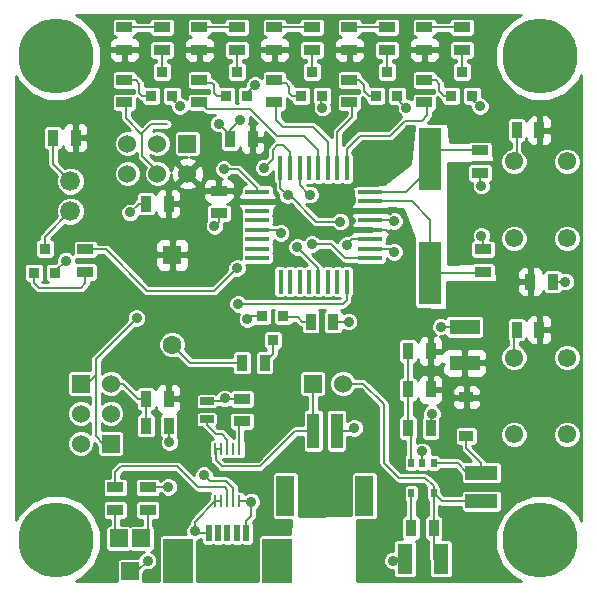
<source format=gtl>
G04 (created by PCBNEW (2013-07-07 BZR 4022)-stable) date 11/23/2014 11:30:57 PM*
%MOIN*%
G04 Gerber Fmt 3.4, Leading zero omitted, Abs format*
%FSLAX34Y34*%
G01*
G70*
G90*
G04 APERTURE LIST*
%ADD10C,0.00590551*%
%ADD11C,0.25*%
%ADD12R,0.0787X0.0177*%
%ADD13R,0.0177X0.0787*%
%ADD14C,0.061*%
%ADD15R,0.055X0.035*%
%ADD16R,0.035X0.055*%
%ADD17R,0.06X0.06*%
%ADD18C,0.06*%
%ADD19C,0.066*%
%ADD20R,0.076X0.21*%
%ADD21R,0.0629921X0.0629921*%
%ADD22C,0.0629921*%
%ADD23R,0.0590551X0.0590551*%
%ADD24R,0.02X0.03*%
%ADD25R,0.048X0.0358*%
%ADD26R,0.1X0.05*%
%ADD27R,0.045X0.025*%
%ADD28R,0.0106X0.0394*%
%ADD29R,0.0393701X0.11811*%
%ADD30R,0.0590551X0.133858*%
%ADD31R,0.106299X0.0472441*%
%ADD32R,0.0984X0.1496*%
%ADD33R,0.0197X0.0551*%
%ADD34R,0.036X0.036*%
%ADD35R,0.05X0.1*%
%ADD36C,0.035*%
%ADD37C,0.008*%
%ADD38C,0.01*%
G04 APERTURE END LIST*
G54D10*
G54D11*
X23228Y-17322D03*
X39370Y-17322D03*
X39370Y-33464D03*
X23228Y-33464D03*
G54D12*
X33696Y-21857D03*
X33696Y-22172D03*
X33696Y-22487D03*
X33696Y-22802D03*
X33696Y-23117D03*
X33696Y-23432D03*
X33696Y-23747D03*
X33696Y-24062D03*
X29930Y-24060D03*
X29930Y-21850D03*
X29930Y-22170D03*
X29930Y-22490D03*
X29930Y-22800D03*
X29930Y-23120D03*
X29930Y-23430D03*
X29930Y-23750D03*
G54D13*
X32912Y-24850D03*
X32598Y-24850D03*
X32282Y-24850D03*
X31968Y-24850D03*
X31652Y-24850D03*
X31338Y-24850D03*
X31022Y-24850D03*
X30708Y-24850D03*
X32910Y-21070D03*
X32600Y-21070D03*
X32280Y-21070D03*
X31970Y-21070D03*
X31660Y-21070D03*
X31340Y-21070D03*
X31020Y-21070D03*
X30700Y-21070D03*
G54D14*
X40256Y-23405D03*
X38484Y-23405D03*
X40256Y-20845D03*
X38484Y-20845D03*
X40256Y-29941D03*
X38484Y-29941D03*
X40256Y-27381D03*
X38484Y-27381D03*
G54D15*
X33000Y-18875D03*
X33000Y-18125D03*
G54D16*
X38575Y-19800D03*
X39325Y-19800D03*
X38575Y-26450D03*
X39325Y-26450D03*
G54D15*
X35500Y-16375D03*
X35500Y-17125D03*
X35500Y-18875D03*
X35500Y-18125D03*
X24200Y-23775D03*
X24200Y-24525D03*
G54D16*
X23125Y-20050D03*
X23875Y-20050D03*
X32461Y-26181D03*
X31711Y-26181D03*
G54D15*
X34250Y-16375D03*
X34250Y-17125D03*
X28000Y-18875D03*
X28000Y-18125D03*
X28000Y-16375D03*
X28000Y-17125D03*
X29250Y-16375D03*
X29250Y-17125D03*
X30500Y-18875D03*
X30500Y-18125D03*
X30500Y-16375D03*
X30500Y-17125D03*
X31750Y-16375D03*
X31750Y-17125D03*
X33000Y-16375D03*
X33000Y-17125D03*
X25500Y-18875D03*
X25500Y-18125D03*
X25500Y-16375D03*
X25500Y-17125D03*
X26750Y-16375D03*
X26750Y-17125D03*
G54D17*
X27600Y-20250D03*
G54D18*
X27600Y-21250D03*
X26600Y-20250D03*
X26600Y-21250D03*
X25600Y-20250D03*
X25600Y-21250D03*
G54D16*
X26975Y-22250D03*
X26225Y-22250D03*
G54D15*
X37350Y-21225D03*
X37350Y-20475D03*
X37450Y-23775D03*
X37450Y-24525D03*
X36750Y-16375D03*
X36750Y-17125D03*
G54D16*
X29775Y-20100D03*
X29025Y-20100D03*
X34959Y-28444D03*
X35709Y-28444D03*
G54D17*
X25050Y-30250D03*
G54D18*
X25050Y-29250D03*
X25050Y-28250D03*
G54D19*
X23700Y-21500D03*
X23700Y-22500D03*
G54D20*
X35700Y-20750D03*
X35700Y-24550D03*
G54D21*
X27100Y-23953D03*
G54D22*
X27100Y-26946D03*
G54D23*
X25688Y-34507D03*
X25314Y-33405D03*
X26062Y-33405D03*
G54D24*
X35808Y-30897D03*
X35058Y-30897D03*
X35808Y-31897D03*
X35433Y-30897D03*
X35058Y-31897D03*
G54D25*
X36900Y-29994D03*
X36900Y-28706D03*
G54D26*
X36850Y-27550D03*
X36850Y-26350D03*
G54D16*
X26225Y-29650D03*
X26975Y-29650D03*
G54D15*
X28650Y-21825D03*
X28650Y-22575D03*
G54D16*
X34959Y-29724D03*
X35709Y-29724D03*
X34959Y-27165D03*
X35709Y-27165D03*
X35808Y-33070D03*
X35058Y-33070D03*
G54D15*
X29429Y-29508D03*
X29429Y-28758D03*
X26279Y-31711D03*
X26279Y-32461D03*
X25196Y-31711D03*
X25196Y-32461D03*
G54D27*
X28248Y-29433D03*
X28248Y-28833D03*
G54D28*
X28537Y-32174D03*
X28737Y-32174D03*
X28937Y-32174D03*
X29137Y-32174D03*
X29337Y-32174D03*
X29337Y-30424D03*
X29137Y-30424D03*
X28937Y-30424D03*
X28737Y-30424D03*
X28537Y-30424D03*
G54D29*
X32578Y-29822D03*
X31791Y-29822D03*
G54D30*
X33503Y-31988D03*
X30866Y-31988D03*
G54D31*
X37401Y-32165D03*
X37401Y-31220D03*
G54D32*
X30591Y-34172D03*
X27283Y-34172D03*
G54D33*
X29567Y-33227D03*
X29252Y-33227D03*
X28307Y-33227D03*
X28622Y-33227D03*
X28937Y-33227D03*
G54D17*
X31783Y-28248D03*
G54D18*
X32783Y-28248D03*
G54D16*
X30175Y-27550D03*
X29425Y-27550D03*
X26225Y-28750D03*
X26975Y-28750D03*
G54D17*
X24050Y-28250D03*
G54D18*
X24050Y-29250D03*
X24050Y-30250D03*
G54D16*
X39025Y-24850D03*
X39775Y-24850D03*
G54D34*
X29600Y-18650D03*
X28900Y-18650D03*
X29250Y-17850D03*
X23200Y-24550D03*
X22500Y-24550D03*
X22850Y-23750D03*
X30100Y-26000D03*
X30800Y-26000D03*
X30450Y-26800D03*
X32100Y-18650D03*
X31400Y-18650D03*
X31750Y-17850D03*
X27100Y-18650D03*
X26400Y-18650D03*
X26750Y-17850D03*
X37100Y-18650D03*
X36400Y-18650D03*
X36750Y-17850D03*
X34600Y-18650D03*
X33900Y-18650D03*
X34250Y-17850D03*
G54D35*
X36040Y-34090D03*
X34840Y-34090D03*
G54D36*
X32972Y-26181D03*
X31692Y-21948D03*
X30150Y-21050D03*
X32700Y-22850D03*
X30944Y-21968D03*
X28818Y-21102D03*
X29291Y-25590D03*
X25905Y-26062D03*
X29250Y-24400D03*
X31750Y-23600D03*
X34488Y-23858D03*
X28641Y-19586D03*
X29370Y-19448D03*
X31259Y-23700D03*
X27854Y-33169D03*
X26279Y-34153D03*
X37350Y-19000D03*
X27350Y-19000D03*
X29600Y-26100D03*
X23550Y-24150D03*
X34900Y-19050D03*
X32100Y-19050D03*
X29850Y-18300D03*
X40200Y-24850D03*
X27000Y-30200D03*
X36050Y-26350D03*
X35750Y-29250D03*
X29724Y-32185D03*
X34448Y-34153D03*
X34488Y-22834D03*
X28503Y-22992D03*
X30708Y-23228D03*
X32913Y-23622D03*
X37401Y-23326D03*
X35433Y-30511D03*
X33169Y-29724D03*
X28838Y-28740D03*
X25688Y-22539D03*
X37401Y-21653D03*
X28149Y-31299D03*
X26968Y-31692D03*
G54D37*
X33696Y-23117D02*
X34219Y-23117D01*
X34219Y-23117D02*
X34330Y-23228D01*
X31340Y-21070D02*
X31340Y-21640D01*
X31648Y-21948D02*
X31692Y-21948D01*
X31340Y-21640D02*
X31648Y-21948D01*
X32972Y-26181D02*
X32461Y-26181D01*
X31660Y-21915D02*
X31692Y-21948D01*
X26100Y-20200D02*
X26100Y-19950D01*
X25550Y-19400D02*
X25550Y-18975D01*
X26100Y-19950D02*
X25550Y-19400D01*
X26600Y-21250D02*
X26600Y-21150D01*
X26400Y-19600D02*
X26925Y-19600D01*
X26100Y-19900D02*
X26400Y-19600D01*
X26100Y-20650D02*
X26100Y-20200D01*
X26100Y-20200D02*
X26100Y-19900D01*
X26600Y-21150D02*
X26100Y-20650D01*
X30450Y-20450D02*
X30600Y-20300D01*
X30450Y-20750D02*
X30450Y-20450D01*
X30150Y-21050D02*
X30450Y-20750D01*
X31020Y-21070D02*
X31020Y-20520D01*
X30800Y-20300D02*
X30600Y-20300D01*
X31020Y-20520D02*
X30800Y-20300D01*
X30944Y-21968D02*
X31018Y-21968D01*
X31900Y-22850D02*
X32700Y-22850D01*
X31018Y-21968D02*
X31900Y-22850D01*
X30700Y-21723D02*
X30944Y-21968D01*
X30700Y-21070D02*
X30700Y-21723D01*
X38484Y-27381D02*
X38484Y-26540D01*
X38484Y-26540D02*
X38575Y-26450D01*
X28818Y-21102D02*
X29302Y-21102D01*
X29930Y-21730D02*
X29930Y-21850D01*
X29302Y-21102D02*
X29930Y-21730D01*
X24050Y-28250D02*
X24250Y-28250D01*
X24250Y-28250D02*
X24550Y-27950D01*
X24550Y-28150D02*
X24550Y-27950D01*
X24550Y-27950D02*
X24550Y-27418D01*
X24550Y-27418D02*
X25905Y-26062D01*
X25050Y-30250D02*
X24800Y-30250D01*
X24550Y-30000D02*
X24550Y-28150D01*
X24800Y-30250D02*
X24550Y-30000D01*
X32912Y-25454D02*
X32775Y-25590D01*
X32775Y-25590D02*
X29291Y-25590D01*
X32912Y-24850D02*
X32912Y-25454D01*
X24200Y-23775D02*
X24875Y-23775D01*
X28500Y-25150D02*
X29250Y-24400D01*
X26250Y-25150D02*
X28500Y-25150D01*
X24875Y-23775D02*
X26250Y-25150D01*
X33696Y-24062D02*
X32862Y-24062D01*
X32400Y-23600D02*
X31750Y-23600D01*
X32862Y-24062D02*
X32400Y-23600D01*
X33696Y-23747D02*
X34376Y-23747D01*
X34376Y-23747D02*
X34488Y-23858D01*
X38575Y-19800D02*
X38575Y-20755D01*
X38575Y-20755D02*
X38484Y-20845D01*
X34950Y-19488D02*
X35411Y-19488D01*
X35600Y-19300D02*
X35600Y-18975D01*
X35411Y-19488D02*
X35600Y-19300D01*
X32910Y-21070D02*
X32910Y-20436D01*
X34842Y-19488D02*
X34950Y-19488D01*
X34350Y-19980D02*
X34842Y-19488D01*
X33366Y-19980D02*
X34350Y-19980D01*
X32910Y-20436D02*
X33366Y-19980D01*
X32600Y-21070D02*
X32600Y-19850D01*
X33100Y-19350D02*
X33100Y-19025D01*
X32600Y-19850D02*
X33100Y-19350D01*
X32280Y-21070D02*
X32280Y-20180D01*
X30550Y-19450D02*
X30550Y-18975D01*
X30800Y-19700D02*
X30550Y-19450D01*
X31800Y-19700D02*
X30800Y-19700D01*
X32280Y-20180D02*
X31800Y-19700D01*
X31970Y-21070D02*
X31970Y-20470D01*
X31970Y-20470D02*
X31500Y-20000D01*
X30600Y-20000D02*
X29700Y-19100D01*
X31500Y-20000D02*
X30600Y-20000D01*
X28000Y-18975D02*
X28125Y-18975D01*
X28250Y-19100D02*
X29700Y-19100D01*
X28125Y-18975D02*
X28250Y-19100D01*
X29025Y-20100D02*
X29025Y-19969D01*
X29025Y-19969D02*
X28641Y-19586D01*
X31968Y-24850D02*
X31968Y-24408D01*
X29025Y-19793D02*
X29025Y-20100D01*
X29370Y-19448D02*
X29025Y-19793D01*
X31968Y-24408D02*
X31259Y-23700D01*
X33696Y-22172D02*
X35085Y-22172D01*
X35700Y-22786D02*
X35700Y-24550D01*
X35085Y-22172D02*
X35700Y-22786D01*
X35700Y-24550D02*
X37425Y-24550D01*
X37425Y-24550D02*
X37450Y-24525D01*
X33696Y-21857D02*
X34893Y-21857D01*
X35700Y-21050D02*
X35700Y-20750D01*
X34893Y-21857D02*
X35700Y-21050D01*
X37350Y-20475D02*
X35975Y-20475D01*
X35975Y-20475D02*
X35700Y-20750D01*
X31791Y-29822D02*
X31791Y-28255D01*
X31791Y-28255D02*
X31783Y-28248D01*
X28737Y-30424D02*
X28537Y-30424D01*
X28537Y-30424D02*
X28543Y-30430D01*
X28543Y-30430D02*
X28543Y-30807D01*
X28543Y-30807D02*
X28740Y-31003D01*
X28740Y-31003D02*
X30019Y-31003D01*
X30019Y-31003D02*
X31200Y-29822D01*
X31200Y-29822D02*
X31791Y-29822D01*
X28737Y-32174D02*
X28537Y-32174D01*
X28537Y-32174D02*
X27854Y-32856D01*
X27854Y-32856D02*
X27854Y-33169D01*
X25688Y-34507D02*
X25925Y-34507D01*
X27912Y-33227D02*
X28307Y-33227D01*
X27854Y-33169D02*
X27912Y-33227D01*
X25925Y-34507D02*
X26279Y-34153D01*
X35808Y-31897D02*
X35808Y-31674D01*
X33464Y-28248D02*
X32783Y-28248D01*
X34153Y-28937D02*
X33464Y-28248D01*
X34153Y-30905D02*
X34153Y-28937D01*
X34645Y-31397D02*
X34153Y-30905D01*
X35531Y-31397D02*
X34645Y-31397D01*
X35808Y-31674D02*
X35531Y-31397D01*
X35815Y-34090D02*
X35808Y-33070D01*
X35808Y-33070D02*
X35808Y-31897D01*
X35808Y-31897D02*
X36075Y-32165D01*
X36075Y-32165D02*
X37401Y-32165D01*
X37100Y-18650D02*
X37100Y-18750D01*
X37100Y-18750D02*
X37350Y-19000D01*
X27100Y-18650D02*
X27100Y-18750D01*
X27100Y-18750D02*
X27350Y-19000D01*
X30100Y-26000D02*
X29700Y-26000D01*
X29700Y-26000D02*
X29600Y-26100D01*
X23200Y-24550D02*
X23200Y-24500D01*
X23200Y-24500D02*
X23550Y-24150D01*
X34700Y-18700D02*
X34700Y-18850D01*
X34700Y-18850D02*
X34900Y-19050D01*
X32050Y-18650D02*
X32050Y-19000D01*
X32050Y-19000D02*
X32100Y-19050D01*
X29600Y-18650D02*
X29600Y-18550D01*
X29600Y-18550D02*
X29850Y-18300D01*
X39775Y-24850D02*
X40200Y-24850D01*
X26975Y-29650D02*
X26975Y-30175D01*
X26975Y-30175D02*
X27000Y-30200D01*
X36850Y-26350D02*
X36050Y-26350D01*
X35709Y-29724D02*
X35709Y-29290D01*
X35709Y-29290D02*
X35750Y-29250D01*
X29567Y-33227D02*
X29567Y-32832D01*
X29713Y-32174D02*
X29724Y-32185D01*
X29713Y-32174D02*
X29337Y-32174D01*
X29724Y-32675D02*
X29724Y-32185D01*
X29567Y-32832D02*
X29724Y-32675D01*
X35065Y-34090D02*
X34511Y-34090D01*
X34511Y-34090D02*
X34448Y-34153D01*
X34547Y-34251D02*
X34448Y-34153D01*
X33696Y-22802D02*
X34455Y-22802D01*
X34455Y-22802D02*
X34488Y-22834D01*
X28650Y-22575D02*
X28650Y-22846D01*
X28650Y-22846D02*
X28503Y-22992D01*
X29930Y-23120D02*
X30600Y-23120D01*
X30600Y-23120D02*
X30708Y-23228D01*
X33696Y-23432D02*
X33103Y-23432D01*
X33103Y-23432D02*
X32913Y-23622D01*
X37450Y-23775D02*
X37450Y-23375D01*
X37450Y-23375D02*
X37401Y-23326D01*
X35433Y-30897D02*
X35433Y-30511D01*
X32578Y-29822D02*
X33070Y-29822D01*
X33070Y-29822D02*
X33169Y-29724D01*
X29429Y-28758D02*
X28857Y-28758D01*
X28744Y-28833D02*
X28838Y-28740D01*
X28744Y-28833D02*
X28248Y-28833D01*
X28857Y-28758D02*
X28838Y-28740D01*
X26225Y-22250D02*
X25978Y-22250D01*
X25978Y-22250D02*
X25688Y-22539D01*
X37350Y-21225D02*
X37350Y-21601D01*
X37350Y-21601D02*
X37401Y-21653D01*
X29337Y-30424D02*
X29337Y-29600D01*
X29337Y-29600D02*
X29429Y-29508D01*
X28937Y-30424D02*
X28937Y-30118D01*
X28248Y-29625D02*
X28248Y-29433D01*
X28543Y-29921D02*
X28248Y-29625D01*
X28740Y-29921D02*
X28543Y-29921D01*
X28937Y-30118D02*
X28740Y-29921D01*
X25196Y-32461D02*
X25196Y-33287D01*
X25196Y-33287D02*
X25314Y-33405D01*
X29137Y-32174D02*
X29137Y-31735D01*
X28346Y-31496D02*
X28149Y-31299D01*
X28897Y-31496D02*
X28346Y-31496D01*
X29137Y-31735D02*
X28897Y-31496D01*
X26949Y-31711D02*
X26279Y-31711D01*
X26968Y-31692D02*
X26949Y-31711D01*
X26279Y-32461D02*
X26279Y-33188D01*
X26279Y-33188D02*
X26062Y-33405D01*
X28937Y-32174D02*
X28937Y-31791D01*
X25196Y-31200D02*
X25196Y-31711D01*
X25393Y-31003D02*
X25196Y-31200D01*
X27263Y-31003D02*
X25393Y-31003D01*
X27952Y-31692D02*
X27263Y-31003D01*
X28838Y-31692D02*
X27952Y-31692D01*
X28937Y-31791D02*
X28838Y-31692D01*
X37401Y-31220D02*
X37401Y-30901D01*
X36900Y-30400D02*
X36900Y-29994D01*
X37401Y-30901D02*
X36900Y-30400D01*
X37401Y-31220D02*
X36929Y-31220D01*
X36606Y-30897D02*
X35808Y-30897D01*
X36929Y-31220D02*
X36606Y-30897D01*
X34959Y-27165D02*
X34959Y-28444D01*
X34959Y-29724D02*
X34959Y-28444D01*
X35058Y-30897D02*
X35058Y-29822D01*
X35058Y-29822D02*
X34959Y-29724D01*
X35058Y-33070D02*
X35058Y-31897D01*
X36750Y-17125D02*
X36750Y-17850D01*
X26225Y-29650D02*
X26225Y-28750D01*
X26225Y-28750D02*
X25950Y-28750D01*
X25450Y-28250D02*
X25050Y-28250D01*
X25950Y-28750D02*
X25450Y-28250D01*
X30175Y-27550D02*
X30175Y-27525D01*
X30450Y-27250D02*
X30450Y-26800D01*
X30175Y-27525D02*
X30450Y-27250D01*
X29425Y-27550D02*
X27703Y-27550D01*
X27703Y-27550D02*
X27100Y-26946D01*
X35500Y-16375D02*
X36750Y-16375D01*
X36400Y-18650D02*
X36150Y-18650D01*
X35875Y-18125D02*
X35500Y-18125D01*
X36000Y-18250D02*
X35875Y-18125D01*
X36000Y-18500D02*
X36000Y-18250D01*
X36150Y-18650D02*
X36000Y-18500D01*
X30500Y-16375D02*
X31750Y-16375D01*
X31750Y-17850D02*
X31750Y-17125D01*
X31400Y-18650D02*
X31100Y-18650D01*
X31000Y-18550D02*
X31000Y-18350D01*
X31100Y-18650D02*
X31000Y-18550D01*
X30875Y-18225D02*
X30550Y-18225D01*
X31000Y-18350D02*
X30875Y-18225D01*
X25500Y-16375D02*
X26750Y-16375D01*
X26750Y-17850D02*
X26750Y-17125D01*
X26400Y-18650D02*
X26100Y-18650D01*
X26000Y-18550D02*
X26000Y-18250D01*
X26100Y-18650D02*
X26000Y-18550D01*
X25875Y-18125D02*
X25500Y-18125D01*
X26000Y-18250D02*
X25875Y-18125D01*
X33900Y-18650D02*
X33650Y-18650D01*
X33325Y-18125D02*
X33000Y-18125D01*
X33500Y-18300D02*
X33325Y-18125D01*
X33500Y-18500D02*
X33500Y-18300D01*
X33650Y-18650D02*
X33500Y-18500D01*
X33000Y-16375D02*
X34250Y-16375D01*
X34250Y-17850D02*
X34250Y-17125D01*
X28900Y-18650D02*
X28600Y-18650D01*
X28500Y-18550D02*
X28500Y-18300D01*
X28600Y-18650D02*
X28500Y-18550D01*
X28425Y-18225D02*
X28000Y-18225D01*
X28500Y-18300D02*
X28425Y-18225D01*
X31275Y-26025D02*
X30883Y-26025D01*
X31711Y-26181D02*
X31431Y-26181D01*
X31431Y-26181D02*
X31275Y-26025D01*
X22850Y-23717D02*
X22850Y-23350D01*
X22850Y-23350D02*
X23700Y-22500D01*
X23125Y-20050D02*
X23125Y-20925D01*
X23125Y-20925D02*
X23700Y-21500D01*
X22500Y-24550D02*
X22500Y-24900D01*
X24200Y-24900D02*
X24200Y-24525D01*
X24050Y-25050D02*
X24200Y-24900D01*
X22650Y-25050D02*
X24050Y-25050D01*
X22500Y-24900D02*
X22650Y-25050D01*
X29250Y-17850D02*
X29250Y-17225D01*
X28000Y-16375D02*
X29250Y-16375D01*
G54D10*
G36*
X40728Y-32824D02*
X40711Y-32782D01*
X40711Y-29851D01*
X40711Y-27291D01*
X40711Y-23315D01*
X40711Y-20755D01*
X40642Y-20588D01*
X40514Y-20460D01*
X40346Y-20391D01*
X40165Y-20390D01*
X39998Y-20460D01*
X39870Y-20587D01*
X39801Y-20755D01*
X39801Y-20936D01*
X39870Y-21103D01*
X39998Y-21231D01*
X40165Y-21300D01*
X40346Y-21301D01*
X40513Y-21231D01*
X40641Y-21104D01*
X40710Y-20936D01*
X40711Y-20755D01*
X40711Y-23315D01*
X40642Y-23148D01*
X40514Y-23020D01*
X40346Y-22951D01*
X40165Y-22950D01*
X39998Y-23020D01*
X39870Y-23147D01*
X39801Y-23315D01*
X39801Y-23496D01*
X39870Y-23663D01*
X39998Y-23791D01*
X40165Y-23860D01*
X40346Y-23861D01*
X40513Y-23791D01*
X40641Y-23664D01*
X40710Y-23496D01*
X40711Y-23315D01*
X40711Y-27291D01*
X40642Y-27124D01*
X40525Y-27006D01*
X40525Y-24785D01*
X40475Y-24666D01*
X40384Y-24574D01*
X40264Y-24525D01*
X40135Y-24524D01*
X40098Y-24540D01*
X40077Y-24490D01*
X40035Y-24447D01*
X39979Y-24425D01*
X39920Y-24424D01*
X39750Y-24424D01*
X39750Y-20025D01*
X39750Y-19574D01*
X39749Y-19475D01*
X39711Y-19383D01*
X39641Y-19312D01*
X39549Y-19274D01*
X39437Y-19275D01*
X39375Y-19337D01*
X39375Y-19750D01*
X39687Y-19750D01*
X39750Y-19687D01*
X39750Y-19574D01*
X39750Y-20025D01*
X39750Y-19912D01*
X39687Y-19850D01*
X39375Y-19850D01*
X39375Y-20262D01*
X39437Y-20325D01*
X39549Y-20325D01*
X39641Y-20287D01*
X39711Y-20216D01*
X39749Y-20124D01*
X39750Y-20025D01*
X39750Y-24424D01*
X39570Y-24424D01*
X39515Y-24447D01*
X39472Y-24489D01*
X39450Y-24545D01*
X39449Y-24574D01*
X39449Y-24525D01*
X39411Y-24433D01*
X39341Y-24362D01*
X39275Y-24335D01*
X39275Y-20262D01*
X39275Y-19850D01*
X39267Y-19850D01*
X39267Y-19750D01*
X39275Y-19750D01*
X39275Y-19337D01*
X39212Y-19275D01*
X39100Y-19274D01*
X39008Y-19312D01*
X38938Y-19383D01*
X38900Y-19475D01*
X38900Y-19495D01*
X38877Y-19440D01*
X38835Y-19397D01*
X38779Y-19375D01*
X38720Y-19374D01*
X38370Y-19374D01*
X38315Y-19397D01*
X38272Y-19439D01*
X38250Y-19495D01*
X38249Y-19554D01*
X38249Y-20104D01*
X38272Y-20159D01*
X38314Y-20202D01*
X38370Y-20224D01*
X38385Y-20224D01*
X38385Y-20394D01*
X38226Y-20460D01*
X38098Y-20587D01*
X38029Y-20755D01*
X38029Y-20936D01*
X38098Y-21103D01*
X38226Y-21231D01*
X38393Y-21300D01*
X38574Y-21301D01*
X38741Y-21231D01*
X38869Y-21104D01*
X38938Y-20936D01*
X38939Y-20755D01*
X38870Y-20588D01*
X38765Y-20483D01*
X38765Y-20225D01*
X38779Y-20225D01*
X38834Y-20202D01*
X38877Y-20160D01*
X38899Y-20104D01*
X38900Y-20075D01*
X38900Y-20124D01*
X38938Y-20216D01*
X39008Y-20287D01*
X39100Y-20325D01*
X39212Y-20325D01*
X39275Y-20262D01*
X39275Y-24335D01*
X39249Y-24324D01*
X39137Y-24325D01*
X39075Y-24387D01*
X39075Y-24800D01*
X39082Y-24800D01*
X39082Y-24900D01*
X39075Y-24900D01*
X39075Y-25312D01*
X39137Y-25375D01*
X39249Y-25375D01*
X39341Y-25337D01*
X39411Y-25266D01*
X39449Y-25174D01*
X39449Y-25154D01*
X39449Y-25154D01*
X39472Y-25209D01*
X39514Y-25252D01*
X39570Y-25274D01*
X39629Y-25275D01*
X39979Y-25275D01*
X40034Y-25252D01*
X40077Y-25210D01*
X40098Y-25159D01*
X40135Y-25174D01*
X40264Y-25175D01*
X40383Y-25125D01*
X40475Y-25034D01*
X40524Y-24914D01*
X40525Y-24785D01*
X40525Y-27006D01*
X40514Y-26995D01*
X40346Y-26926D01*
X40165Y-26926D01*
X39998Y-26995D01*
X39870Y-27123D01*
X39801Y-27290D01*
X39801Y-27471D01*
X39870Y-27638D01*
X39998Y-27766D01*
X40165Y-27836D01*
X40346Y-27836D01*
X40513Y-27767D01*
X40641Y-27639D01*
X40710Y-27472D01*
X40711Y-27291D01*
X40711Y-29851D01*
X40642Y-29684D01*
X40514Y-29555D01*
X40346Y-29486D01*
X40165Y-29486D01*
X39998Y-29555D01*
X39870Y-29683D01*
X39801Y-29850D01*
X39801Y-30031D01*
X39870Y-30198D01*
X39998Y-30326D01*
X40165Y-30396D01*
X40346Y-30396D01*
X40513Y-30327D01*
X40641Y-30199D01*
X40710Y-30032D01*
X40711Y-29851D01*
X40711Y-32782D01*
X40642Y-32615D01*
X40220Y-32193D01*
X39750Y-31998D01*
X39750Y-26675D01*
X39750Y-26224D01*
X39749Y-26125D01*
X39711Y-26033D01*
X39641Y-25962D01*
X39549Y-25924D01*
X39437Y-25925D01*
X39375Y-25987D01*
X39375Y-26400D01*
X39687Y-26400D01*
X39750Y-26337D01*
X39750Y-26224D01*
X39750Y-26675D01*
X39750Y-26562D01*
X39687Y-26500D01*
X39375Y-26500D01*
X39375Y-26912D01*
X39437Y-26975D01*
X39549Y-26975D01*
X39641Y-26937D01*
X39711Y-26866D01*
X39749Y-26774D01*
X39750Y-26675D01*
X39750Y-31998D01*
X39669Y-31964D01*
X39275Y-31964D01*
X39275Y-26912D01*
X39275Y-26500D01*
X39267Y-26500D01*
X39267Y-26400D01*
X39275Y-26400D01*
X39275Y-25987D01*
X39212Y-25925D01*
X39100Y-25924D01*
X39008Y-25962D01*
X38975Y-25996D01*
X38975Y-25312D01*
X38975Y-24900D01*
X38975Y-24800D01*
X38975Y-24387D01*
X38939Y-24351D01*
X38939Y-23315D01*
X38870Y-23148D01*
X38742Y-23020D01*
X38574Y-22951D01*
X38393Y-22950D01*
X38226Y-23020D01*
X38098Y-23147D01*
X38029Y-23315D01*
X38029Y-23496D01*
X38098Y-23663D01*
X38226Y-23791D01*
X38393Y-23860D01*
X38574Y-23861D01*
X38741Y-23791D01*
X38869Y-23664D01*
X38938Y-23496D01*
X38939Y-23315D01*
X38939Y-24351D01*
X38912Y-24325D01*
X38800Y-24324D01*
X38708Y-24362D01*
X38638Y-24433D01*
X38600Y-24525D01*
X38599Y-24624D01*
X38600Y-24737D01*
X38662Y-24800D01*
X38975Y-24800D01*
X38975Y-24900D01*
X38662Y-24900D01*
X38600Y-24962D01*
X38599Y-25075D01*
X38600Y-25174D01*
X38638Y-25266D01*
X38708Y-25337D01*
X38800Y-25375D01*
X38912Y-25375D01*
X38975Y-25312D01*
X38975Y-25996D01*
X38938Y-26033D01*
X38900Y-26125D01*
X38900Y-26145D01*
X38877Y-26090D01*
X38835Y-26047D01*
X38779Y-26025D01*
X38720Y-26024D01*
X38370Y-26024D01*
X38315Y-26047D01*
X38272Y-26089D01*
X38250Y-26145D01*
X38249Y-26204D01*
X38249Y-26754D01*
X38272Y-26809D01*
X38294Y-26831D01*
X38294Y-26967D01*
X38226Y-26995D01*
X38098Y-27123D01*
X38029Y-27290D01*
X38029Y-27471D01*
X38098Y-27638D01*
X38226Y-27766D01*
X38393Y-27836D01*
X38574Y-27836D01*
X38741Y-27767D01*
X38869Y-27639D01*
X38938Y-27472D01*
X38939Y-27291D01*
X38870Y-27124D01*
X38742Y-26995D01*
X38674Y-26967D01*
X38674Y-26875D01*
X38779Y-26875D01*
X38834Y-26852D01*
X38877Y-26810D01*
X38899Y-26754D01*
X38900Y-26725D01*
X38900Y-26774D01*
X38938Y-26866D01*
X39008Y-26937D01*
X39100Y-26975D01*
X39212Y-26975D01*
X39275Y-26912D01*
X39275Y-31964D01*
X39073Y-31964D01*
X38939Y-32019D01*
X38939Y-29851D01*
X38870Y-29684D01*
X38742Y-29555D01*
X38574Y-29486D01*
X38393Y-29486D01*
X38226Y-29555D01*
X38098Y-29683D01*
X38029Y-29850D01*
X38029Y-30031D01*
X38098Y-30198D01*
X38226Y-30326D01*
X38393Y-30396D01*
X38574Y-30396D01*
X38741Y-30327D01*
X38869Y-30199D01*
X38938Y-30032D01*
X38939Y-29851D01*
X38939Y-32019D01*
X38521Y-32192D01*
X38099Y-32613D01*
X38083Y-32652D01*
X38083Y-32371D01*
X38083Y-31899D01*
X38083Y-31426D01*
X38083Y-30954D01*
X38060Y-30899D01*
X38018Y-30857D01*
X37963Y-30834D01*
X37912Y-30834D01*
X37912Y-24861D01*
X37875Y-24370D01*
X37875Y-24320D01*
X37875Y-23920D01*
X37875Y-23570D01*
X37852Y-23515D01*
X37810Y-23472D01*
X37775Y-23458D01*
X37775Y-21370D01*
X37775Y-21020D01*
X37752Y-20965D01*
X37710Y-20922D01*
X37654Y-20900D01*
X37595Y-20899D01*
X37045Y-20899D01*
X36990Y-20922D01*
X36947Y-20964D01*
X36925Y-21020D01*
X36924Y-21079D01*
X36924Y-21429D01*
X36947Y-21484D01*
X36989Y-21527D01*
X37045Y-21549D01*
X37092Y-21550D01*
X37076Y-21588D01*
X37076Y-21717D01*
X37125Y-21837D01*
X37217Y-21928D01*
X37336Y-21978D01*
X37465Y-21978D01*
X37585Y-21929D01*
X37676Y-21837D01*
X37726Y-21718D01*
X37726Y-21589D01*
X37702Y-21530D01*
X37709Y-21527D01*
X37752Y-21485D01*
X37774Y-21429D01*
X37775Y-21370D01*
X37775Y-23458D01*
X37754Y-23450D01*
X37702Y-23449D01*
X37726Y-23391D01*
X37726Y-23262D01*
X37677Y-23142D01*
X37585Y-23051D01*
X37466Y-23001D01*
X37337Y-23001D01*
X37217Y-23051D01*
X37126Y-23142D01*
X37076Y-23261D01*
X37076Y-23391D01*
X37107Y-23465D01*
X37090Y-23472D01*
X37047Y-23514D01*
X37025Y-23570D01*
X37024Y-23629D01*
X37024Y-23979D01*
X37047Y-24034D01*
X37089Y-24077D01*
X37145Y-24099D01*
X37204Y-24100D01*
X37754Y-24100D01*
X37809Y-24077D01*
X37852Y-24035D01*
X37874Y-23979D01*
X37875Y-23920D01*
X37875Y-24320D01*
X37870Y-24309D01*
X37865Y-24241D01*
X37828Y-24241D01*
X37810Y-24222D01*
X37754Y-24200D01*
X37695Y-24199D01*
X37145Y-24199D01*
X37090Y-24222D01*
X37067Y-24245D01*
X36300Y-24249D01*
X36300Y-20898D01*
X37828Y-20867D01*
X37775Y-20477D01*
X37775Y-20270D01*
X37752Y-20215D01*
X37736Y-20199D01*
X37732Y-20169D01*
X37703Y-20170D01*
X37675Y-20158D01*
X37675Y-18935D01*
X37625Y-18816D01*
X37534Y-18724D01*
X37430Y-18681D01*
X37430Y-18440D01*
X37407Y-18385D01*
X37365Y-18342D01*
X37309Y-18320D01*
X37250Y-18319D01*
X37175Y-18319D01*
X37175Y-17270D01*
X37175Y-16920D01*
X37175Y-16520D01*
X37175Y-16170D01*
X37152Y-16115D01*
X37110Y-16072D01*
X37054Y-16050D01*
X36995Y-16049D01*
X36445Y-16049D01*
X36390Y-16072D01*
X36347Y-16114D01*
X36325Y-16170D01*
X36325Y-16185D01*
X35925Y-16185D01*
X35925Y-16170D01*
X35902Y-16115D01*
X35860Y-16072D01*
X35804Y-16050D01*
X35745Y-16049D01*
X35195Y-16049D01*
X35140Y-16072D01*
X35097Y-16114D01*
X35075Y-16170D01*
X35074Y-16229D01*
X35074Y-16579D01*
X35097Y-16634D01*
X35139Y-16677D01*
X35195Y-16699D01*
X35224Y-16700D01*
X35175Y-16700D01*
X35083Y-16738D01*
X35012Y-16808D01*
X34974Y-16900D01*
X34975Y-17012D01*
X35037Y-17075D01*
X35450Y-17075D01*
X35450Y-17067D01*
X35550Y-17067D01*
X35550Y-17075D01*
X35962Y-17075D01*
X36025Y-17012D01*
X36025Y-16900D01*
X35987Y-16808D01*
X35916Y-16738D01*
X35824Y-16700D01*
X35804Y-16700D01*
X35859Y-16677D01*
X35902Y-16635D01*
X35924Y-16579D01*
X35924Y-16565D01*
X36324Y-16565D01*
X36324Y-16579D01*
X36347Y-16634D01*
X36389Y-16677D01*
X36445Y-16699D01*
X36504Y-16700D01*
X37054Y-16700D01*
X37109Y-16677D01*
X37152Y-16635D01*
X37174Y-16579D01*
X37175Y-16520D01*
X37175Y-16920D01*
X37152Y-16865D01*
X37110Y-16822D01*
X37054Y-16800D01*
X36995Y-16799D01*
X36445Y-16799D01*
X36390Y-16822D01*
X36347Y-16864D01*
X36325Y-16920D01*
X36324Y-16979D01*
X36324Y-17329D01*
X36347Y-17384D01*
X36389Y-17427D01*
X36445Y-17449D01*
X36504Y-17450D01*
X36560Y-17450D01*
X36560Y-17519D01*
X36540Y-17519D01*
X36485Y-17542D01*
X36442Y-17584D01*
X36420Y-17640D01*
X36419Y-17699D01*
X36419Y-18059D01*
X36442Y-18114D01*
X36484Y-18157D01*
X36540Y-18179D01*
X36599Y-18180D01*
X36959Y-18180D01*
X37014Y-18157D01*
X37057Y-18115D01*
X37079Y-18059D01*
X37080Y-18000D01*
X37080Y-17640D01*
X37057Y-17585D01*
X37015Y-17542D01*
X36959Y-17520D01*
X36940Y-17520D01*
X36940Y-17450D01*
X37054Y-17450D01*
X37109Y-17427D01*
X37152Y-17385D01*
X37174Y-17329D01*
X37175Y-17270D01*
X37175Y-18319D01*
X36890Y-18319D01*
X36835Y-18342D01*
X36792Y-18384D01*
X36770Y-18440D01*
X36769Y-18499D01*
X36769Y-18859D01*
X36792Y-18914D01*
X36834Y-18957D01*
X36890Y-18979D01*
X36949Y-18980D01*
X37025Y-18980D01*
X37024Y-19064D01*
X37074Y-19183D01*
X37165Y-19275D01*
X37285Y-19324D01*
X37414Y-19325D01*
X37533Y-19275D01*
X37625Y-19184D01*
X37674Y-19064D01*
X37675Y-18935D01*
X37675Y-20158D01*
X37654Y-20150D01*
X37595Y-20149D01*
X37045Y-20149D01*
X36990Y-20172D01*
X36977Y-20185D01*
X36344Y-20199D01*
X36273Y-19568D01*
X36149Y-19566D01*
X36109Y-19550D01*
X36050Y-19549D01*
X35618Y-19549D01*
X35734Y-19434D01*
X35775Y-19372D01*
X35790Y-19300D01*
X35790Y-19200D01*
X35804Y-19200D01*
X35859Y-19177D01*
X35902Y-19135D01*
X35924Y-19079D01*
X35925Y-19020D01*
X35925Y-18693D01*
X36015Y-18784D01*
X36015Y-18784D01*
X36069Y-18820D01*
X36069Y-18859D01*
X36092Y-18914D01*
X36134Y-18957D01*
X36190Y-18979D01*
X36249Y-18980D01*
X36609Y-18980D01*
X36664Y-18957D01*
X36707Y-18915D01*
X36729Y-18859D01*
X36730Y-18800D01*
X36730Y-18440D01*
X36707Y-18385D01*
X36665Y-18342D01*
X36609Y-18320D01*
X36550Y-18319D01*
X36190Y-18319D01*
X36190Y-18320D01*
X36190Y-18250D01*
X36189Y-18249D01*
X36190Y-18249D01*
X36187Y-18237D01*
X36175Y-18177D01*
X36134Y-18115D01*
X36134Y-18115D01*
X36025Y-18006D01*
X36025Y-17349D01*
X36025Y-17237D01*
X35962Y-17175D01*
X35550Y-17175D01*
X35550Y-17487D01*
X35612Y-17550D01*
X35725Y-17550D01*
X35824Y-17549D01*
X35916Y-17511D01*
X35987Y-17441D01*
X36025Y-17349D01*
X36025Y-18006D01*
X36009Y-17990D01*
X35947Y-17949D01*
X35925Y-17944D01*
X35925Y-17920D01*
X35902Y-17865D01*
X35860Y-17822D01*
X35804Y-17800D01*
X35745Y-17799D01*
X35450Y-17799D01*
X35450Y-17487D01*
X35450Y-17175D01*
X35037Y-17175D01*
X34975Y-17237D01*
X34974Y-17349D01*
X35012Y-17441D01*
X35083Y-17511D01*
X35175Y-17549D01*
X35274Y-17550D01*
X35387Y-17550D01*
X35450Y-17487D01*
X35450Y-17799D01*
X35195Y-17799D01*
X35140Y-17822D01*
X35097Y-17864D01*
X35075Y-17920D01*
X35074Y-17979D01*
X35074Y-18329D01*
X35097Y-18384D01*
X35139Y-18427D01*
X35195Y-18449D01*
X35254Y-18450D01*
X35804Y-18450D01*
X35810Y-18447D01*
X35810Y-18500D01*
X35821Y-18556D01*
X35804Y-18550D01*
X35745Y-18549D01*
X35195Y-18549D01*
X35140Y-18572D01*
X35097Y-18614D01*
X35075Y-18670D01*
X35074Y-18729D01*
X35074Y-18770D01*
X34964Y-18725D01*
X34930Y-18725D01*
X34930Y-18440D01*
X34907Y-18385D01*
X34865Y-18342D01*
X34809Y-18320D01*
X34750Y-18319D01*
X34675Y-18319D01*
X34675Y-17270D01*
X34675Y-16920D01*
X34675Y-16520D01*
X34675Y-16170D01*
X34652Y-16115D01*
X34610Y-16072D01*
X34554Y-16050D01*
X34495Y-16049D01*
X33945Y-16049D01*
X33890Y-16072D01*
X33847Y-16114D01*
X33825Y-16170D01*
X33825Y-16185D01*
X33425Y-16185D01*
X33425Y-16170D01*
X33402Y-16115D01*
X33360Y-16072D01*
X33304Y-16050D01*
X33245Y-16049D01*
X32695Y-16049D01*
X32640Y-16072D01*
X32597Y-16114D01*
X32575Y-16170D01*
X32574Y-16229D01*
X32574Y-16579D01*
X32597Y-16634D01*
X32639Y-16677D01*
X32695Y-16699D01*
X32724Y-16700D01*
X32675Y-16700D01*
X32583Y-16738D01*
X32512Y-16808D01*
X32474Y-16900D01*
X32475Y-17012D01*
X32537Y-17075D01*
X32950Y-17075D01*
X32950Y-17067D01*
X33050Y-17067D01*
X33050Y-17075D01*
X33462Y-17075D01*
X33525Y-17012D01*
X33525Y-16900D01*
X33487Y-16808D01*
X33416Y-16738D01*
X33324Y-16700D01*
X33304Y-16700D01*
X33359Y-16677D01*
X33402Y-16635D01*
X33424Y-16579D01*
X33424Y-16565D01*
X33824Y-16565D01*
X33824Y-16579D01*
X33847Y-16634D01*
X33889Y-16677D01*
X33945Y-16699D01*
X34004Y-16700D01*
X34554Y-16700D01*
X34609Y-16677D01*
X34652Y-16635D01*
X34674Y-16579D01*
X34675Y-16520D01*
X34675Y-16920D01*
X34652Y-16865D01*
X34610Y-16822D01*
X34554Y-16800D01*
X34495Y-16799D01*
X33945Y-16799D01*
X33890Y-16822D01*
X33847Y-16864D01*
X33825Y-16920D01*
X33824Y-16979D01*
X33824Y-17329D01*
X33847Y-17384D01*
X33889Y-17427D01*
X33945Y-17449D01*
X34004Y-17450D01*
X34060Y-17450D01*
X34060Y-17519D01*
X34040Y-17519D01*
X33985Y-17542D01*
X33942Y-17584D01*
X33920Y-17640D01*
X33919Y-17699D01*
X33919Y-18059D01*
X33942Y-18114D01*
X33984Y-18157D01*
X34040Y-18179D01*
X34099Y-18180D01*
X34459Y-18180D01*
X34514Y-18157D01*
X34557Y-18115D01*
X34579Y-18059D01*
X34580Y-18000D01*
X34580Y-17640D01*
X34557Y-17585D01*
X34515Y-17542D01*
X34459Y-17520D01*
X34440Y-17520D01*
X34440Y-17450D01*
X34554Y-17450D01*
X34609Y-17427D01*
X34652Y-17385D01*
X34674Y-17329D01*
X34675Y-17270D01*
X34675Y-18319D01*
X34390Y-18319D01*
X34335Y-18342D01*
X34292Y-18384D01*
X34270Y-18440D01*
X34269Y-18499D01*
X34269Y-18859D01*
X34292Y-18914D01*
X34334Y-18957D01*
X34390Y-18979D01*
X34449Y-18980D01*
X34562Y-18980D01*
X34565Y-18984D01*
X34575Y-18993D01*
X34574Y-19114D01*
X34624Y-19233D01*
X34715Y-19325D01*
X34737Y-19334D01*
X34708Y-19353D01*
X34708Y-19353D01*
X34271Y-19790D01*
X33366Y-19790D01*
X33366Y-19790D01*
X33354Y-19792D01*
X33293Y-19804D01*
X33231Y-19845D01*
X33231Y-19845D01*
X32790Y-20287D01*
X32790Y-19928D01*
X33234Y-19484D01*
X33275Y-19422D01*
X33290Y-19350D01*
X33290Y-19200D01*
X33304Y-19200D01*
X33359Y-19177D01*
X33402Y-19135D01*
X33424Y-19079D01*
X33425Y-19020D01*
X33425Y-18693D01*
X33515Y-18784D01*
X33515Y-18784D01*
X33569Y-18820D01*
X33569Y-18859D01*
X33592Y-18914D01*
X33634Y-18957D01*
X33690Y-18979D01*
X33749Y-18980D01*
X34109Y-18980D01*
X34164Y-18957D01*
X34207Y-18915D01*
X34229Y-18859D01*
X34230Y-18800D01*
X34230Y-18440D01*
X34207Y-18385D01*
X34165Y-18342D01*
X34109Y-18320D01*
X34050Y-18319D01*
X33690Y-18319D01*
X33690Y-18320D01*
X33690Y-18300D01*
X33689Y-18299D01*
X33690Y-18299D01*
X33687Y-18285D01*
X33675Y-18227D01*
X33675Y-18227D01*
X33634Y-18165D01*
X33634Y-18165D01*
X33525Y-18056D01*
X33525Y-17349D01*
X33525Y-17237D01*
X33462Y-17175D01*
X33050Y-17175D01*
X33050Y-17487D01*
X33112Y-17550D01*
X33225Y-17550D01*
X33324Y-17549D01*
X33416Y-17511D01*
X33487Y-17441D01*
X33525Y-17349D01*
X33525Y-18056D01*
X33459Y-17990D01*
X33425Y-17967D01*
X33425Y-17920D01*
X33402Y-17865D01*
X33360Y-17822D01*
X33304Y-17800D01*
X33245Y-17799D01*
X32950Y-17799D01*
X32950Y-17487D01*
X32950Y-17175D01*
X32537Y-17175D01*
X32475Y-17237D01*
X32474Y-17349D01*
X32512Y-17441D01*
X32583Y-17511D01*
X32675Y-17549D01*
X32774Y-17550D01*
X32887Y-17550D01*
X32950Y-17487D01*
X32950Y-17799D01*
X32695Y-17799D01*
X32640Y-17822D01*
X32597Y-17864D01*
X32575Y-17920D01*
X32574Y-17979D01*
X32574Y-18329D01*
X32597Y-18384D01*
X32639Y-18427D01*
X32695Y-18449D01*
X32754Y-18450D01*
X33304Y-18450D01*
X33310Y-18447D01*
X33310Y-18500D01*
X33321Y-18556D01*
X33304Y-18550D01*
X33245Y-18549D01*
X32695Y-18549D01*
X32640Y-18572D01*
X32597Y-18614D01*
X32575Y-18670D01*
X32574Y-18729D01*
X32574Y-19079D01*
X32597Y-19134D01*
X32639Y-19177D01*
X32695Y-19199D01*
X32754Y-19200D01*
X32910Y-19200D01*
X32910Y-19271D01*
X32465Y-19715D01*
X32430Y-19768D01*
X32430Y-18800D01*
X32430Y-18440D01*
X32407Y-18385D01*
X32365Y-18342D01*
X32309Y-18320D01*
X32250Y-18319D01*
X32175Y-18319D01*
X32175Y-17270D01*
X32175Y-16920D01*
X32175Y-16520D01*
X32175Y-16170D01*
X32152Y-16115D01*
X32110Y-16072D01*
X32054Y-16050D01*
X31995Y-16049D01*
X31445Y-16049D01*
X31390Y-16072D01*
X31347Y-16114D01*
X31325Y-16170D01*
X31325Y-16185D01*
X30925Y-16185D01*
X30925Y-16170D01*
X30902Y-16115D01*
X30860Y-16072D01*
X30804Y-16050D01*
X30745Y-16049D01*
X30195Y-16049D01*
X30140Y-16072D01*
X30097Y-16114D01*
X30075Y-16170D01*
X30074Y-16229D01*
X30074Y-16579D01*
X30097Y-16634D01*
X30139Y-16677D01*
X30195Y-16699D01*
X30224Y-16700D01*
X30175Y-16700D01*
X30083Y-16738D01*
X30012Y-16808D01*
X29974Y-16900D01*
X29975Y-17012D01*
X30037Y-17075D01*
X30450Y-17075D01*
X30450Y-17067D01*
X30550Y-17067D01*
X30550Y-17075D01*
X30962Y-17075D01*
X31025Y-17012D01*
X31025Y-16900D01*
X30987Y-16808D01*
X30916Y-16738D01*
X30824Y-16700D01*
X30804Y-16700D01*
X30859Y-16677D01*
X30902Y-16635D01*
X30924Y-16579D01*
X30924Y-16565D01*
X31324Y-16565D01*
X31324Y-16579D01*
X31347Y-16634D01*
X31389Y-16677D01*
X31445Y-16699D01*
X31504Y-16700D01*
X32054Y-16700D01*
X32109Y-16677D01*
X32152Y-16635D01*
X32174Y-16579D01*
X32175Y-16520D01*
X32175Y-16920D01*
X32152Y-16865D01*
X32110Y-16822D01*
X32054Y-16800D01*
X31995Y-16799D01*
X31445Y-16799D01*
X31390Y-16822D01*
X31347Y-16864D01*
X31325Y-16920D01*
X31324Y-16979D01*
X31324Y-17329D01*
X31347Y-17384D01*
X31389Y-17427D01*
X31445Y-17449D01*
X31504Y-17450D01*
X31560Y-17450D01*
X31560Y-17519D01*
X31540Y-17519D01*
X31485Y-17542D01*
X31442Y-17584D01*
X31420Y-17640D01*
X31419Y-17699D01*
X31419Y-18059D01*
X31442Y-18114D01*
X31484Y-18157D01*
X31540Y-18179D01*
X31599Y-18180D01*
X31959Y-18180D01*
X32014Y-18157D01*
X32057Y-18115D01*
X32079Y-18059D01*
X32080Y-18000D01*
X32080Y-17640D01*
X32057Y-17585D01*
X32015Y-17542D01*
X31959Y-17520D01*
X31940Y-17520D01*
X31940Y-17450D01*
X32054Y-17450D01*
X32109Y-17427D01*
X32152Y-17385D01*
X32174Y-17329D01*
X32175Y-17270D01*
X32175Y-18319D01*
X31890Y-18319D01*
X31835Y-18342D01*
X31792Y-18384D01*
X31770Y-18440D01*
X31769Y-18499D01*
X31769Y-18859D01*
X31792Y-18914D01*
X31800Y-18922D01*
X31775Y-18985D01*
X31774Y-19114D01*
X31824Y-19233D01*
X31915Y-19325D01*
X32035Y-19374D01*
X32164Y-19375D01*
X32283Y-19325D01*
X32375Y-19234D01*
X32424Y-19114D01*
X32425Y-18985D01*
X32399Y-18922D01*
X32407Y-18915D01*
X32429Y-18859D01*
X32430Y-18800D01*
X32430Y-19768D01*
X32424Y-19777D01*
X32410Y-19850D01*
X32410Y-20041D01*
X31934Y-19565D01*
X31872Y-19524D01*
X31800Y-19510D01*
X30878Y-19510D01*
X30740Y-19371D01*
X30740Y-19200D01*
X30804Y-19200D01*
X30859Y-19177D01*
X30902Y-19135D01*
X30924Y-19079D01*
X30925Y-19020D01*
X30925Y-18743D01*
X30965Y-18784D01*
X31027Y-18825D01*
X31069Y-18834D01*
X31069Y-18859D01*
X31092Y-18914D01*
X31134Y-18957D01*
X31190Y-18979D01*
X31249Y-18980D01*
X31609Y-18980D01*
X31664Y-18957D01*
X31707Y-18915D01*
X31729Y-18859D01*
X31730Y-18800D01*
X31730Y-18440D01*
X31707Y-18385D01*
X31665Y-18342D01*
X31609Y-18320D01*
X31550Y-18319D01*
X31190Y-18319D01*
X31184Y-18322D01*
X31175Y-18277D01*
X31134Y-18215D01*
X31134Y-18215D01*
X31025Y-18106D01*
X31025Y-17349D01*
X31025Y-17237D01*
X30962Y-17175D01*
X30550Y-17175D01*
X30550Y-17487D01*
X30612Y-17550D01*
X30725Y-17550D01*
X30824Y-17549D01*
X30916Y-17511D01*
X30987Y-17441D01*
X31025Y-17349D01*
X31025Y-18106D01*
X31009Y-18090D01*
X30947Y-18049D01*
X30925Y-18044D01*
X30925Y-17920D01*
X30902Y-17865D01*
X30860Y-17822D01*
X30804Y-17800D01*
X30745Y-17799D01*
X30450Y-17799D01*
X30450Y-17487D01*
X30450Y-17175D01*
X30037Y-17175D01*
X29975Y-17237D01*
X29974Y-17349D01*
X30012Y-17441D01*
X30083Y-17511D01*
X30175Y-17549D01*
X30274Y-17550D01*
X30387Y-17550D01*
X30450Y-17487D01*
X30450Y-17799D01*
X30195Y-17799D01*
X30140Y-17822D01*
X30097Y-17864D01*
X30075Y-17920D01*
X30074Y-17979D01*
X30074Y-18065D01*
X30034Y-18024D01*
X29914Y-17975D01*
X29785Y-17974D01*
X29675Y-18020D01*
X29675Y-17270D01*
X29675Y-16920D01*
X29675Y-16520D01*
X29675Y-16170D01*
X29652Y-16115D01*
X29610Y-16072D01*
X29554Y-16050D01*
X29495Y-16049D01*
X28945Y-16049D01*
X28890Y-16072D01*
X28847Y-16114D01*
X28825Y-16170D01*
X28825Y-16185D01*
X28425Y-16185D01*
X28425Y-16170D01*
X28402Y-16115D01*
X28360Y-16072D01*
X28304Y-16050D01*
X28245Y-16049D01*
X27695Y-16049D01*
X27640Y-16072D01*
X27597Y-16114D01*
X27575Y-16170D01*
X27574Y-16229D01*
X27574Y-16579D01*
X27597Y-16634D01*
X27639Y-16677D01*
X27695Y-16699D01*
X27724Y-16700D01*
X27675Y-16700D01*
X27583Y-16738D01*
X27512Y-16808D01*
X27474Y-16900D01*
X27475Y-17012D01*
X27537Y-17075D01*
X27950Y-17075D01*
X27950Y-17067D01*
X28050Y-17067D01*
X28050Y-17075D01*
X28462Y-17075D01*
X28525Y-17012D01*
X28525Y-16900D01*
X28487Y-16808D01*
X28416Y-16738D01*
X28324Y-16700D01*
X28304Y-16700D01*
X28359Y-16677D01*
X28402Y-16635D01*
X28424Y-16579D01*
X28424Y-16565D01*
X28824Y-16565D01*
X28824Y-16579D01*
X28847Y-16634D01*
X28889Y-16677D01*
X28945Y-16699D01*
X29004Y-16700D01*
X29554Y-16700D01*
X29609Y-16677D01*
X29652Y-16635D01*
X29674Y-16579D01*
X29675Y-16520D01*
X29675Y-16920D01*
X29652Y-16865D01*
X29610Y-16822D01*
X29554Y-16800D01*
X29495Y-16799D01*
X28945Y-16799D01*
X28890Y-16822D01*
X28847Y-16864D01*
X28825Y-16920D01*
X28824Y-16979D01*
X28824Y-17329D01*
X28847Y-17384D01*
X28889Y-17427D01*
X28945Y-17449D01*
X29004Y-17450D01*
X29060Y-17450D01*
X29060Y-17519D01*
X29040Y-17519D01*
X28985Y-17542D01*
X28942Y-17584D01*
X28920Y-17640D01*
X28919Y-17699D01*
X28919Y-18059D01*
X28942Y-18114D01*
X28984Y-18157D01*
X29040Y-18179D01*
X29099Y-18180D01*
X29459Y-18180D01*
X29514Y-18157D01*
X29557Y-18115D01*
X29579Y-18059D01*
X29580Y-18000D01*
X29580Y-17640D01*
X29557Y-17585D01*
X29515Y-17542D01*
X29459Y-17520D01*
X29440Y-17520D01*
X29440Y-17450D01*
X29554Y-17450D01*
X29609Y-17427D01*
X29652Y-17385D01*
X29674Y-17329D01*
X29675Y-17270D01*
X29675Y-18020D01*
X29666Y-18024D01*
X29574Y-18115D01*
X29525Y-18235D01*
X29524Y-18319D01*
X29390Y-18319D01*
X29335Y-18342D01*
X29292Y-18384D01*
X29270Y-18440D01*
X29269Y-18499D01*
X29269Y-18859D01*
X29290Y-18910D01*
X29209Y-18910D01*
X29229Y-18859D01*
X29230Y-18800D01*
X29230Y-18440D01*
X29207Y-18385D01*
X29165Y-18342D01*
X29109Y-18320D01*
X29050Y-18319D01*
X28690Y-18319D01*
X28690Y-18320D01*
X28690Y-18300D01*
X28675Y-18227D01*
X28634Y-18165D01*
X28634Y-18165D01*
X28559Y-18090D01*
X28525Y-18067D01*
X28525Y-17349D01*
X28525Y-17237D01*
X28462Y-17175D01*
X28050Y-17175D01*
X28050Y-17487D01*
X28112Y-17550D01*
X28225Y-17550D01*
X28324Y-17549D01*
X28416Y-17511D01*
X28487Y-17441D01*
X28525Y-17349D01*
X28525Y-18067D01*
X28497Y-18049D01*
X28425Y-18035D01*
X28425Y-17920D01*
X28402Y-17865D01*
X28360Y-17822D01*
X28304Y-17800D01*
X28245Y-17799D01*
X27950Y-17799D01*
X27950Y-17487D01*
X27950Y-17175D01*
X27537Y-17175D01*
X27475Y-17237D01*
X27474Y-17349D01*
X27512Y-17441D01*
X27583Y-17511D01*
X27675Y-17549D01*
X27774Y-17550D01*
X27887Y-17550D01*
X27950Y-17487D01*
X27950Y-17799D01*
X27695Y-17799D01*
X27640Y-17822D01*
X27597Y-17864D01*
X27575Y-17920D01*
X27574Y-17979D01*
X27574Y-18329D01*
X27597Y-18384D01*
X27639Y-18427D01*
X27695Y-18449D01*
X27754Y-18450D01*
X28304Y-18450D01*
X28310Y-18447D01*
X28310Y-18550D01*
X28310Y-18552D01*
X28304Y-18550D01*
X28245Y-18549D01*
X27695Y-18549D01*
X27640Y-18572D01*
X27597Y-18614D01*
X27575Y-18670D01*
X27574Y-18729D01*
X27574Y-18765D01*
X27534Y-18724D01*
X27430Y-18681D01*
X27430Y-18440D01*
X27407Y-18385D01*
X27365Y-18342D01*
X27309Y-18320D01*
X27250Y-18319D01*
X27175Y-18319D01*
X27175Y-17270D01*
X27175Y-16920D01*
X27175Y-16520D01*
X27175Y-16170D01*
X27152Y-16115D01*
X27110Y-16072D01*
X27054Y-16050D01*
X26995Y-16049D01*
X26445Y-16049D01*
X26390Y-16072D01*
X26347Y-16114D01*
X26325Y-16170D01*
X26325Y-16185D01*
X25925Y-16185D01*
X25925Y-16170D01*
X25902Y-16115D01*
X25860Y-16072D01*
X25804Y-16050D01*
X25745Y-16049D01*
X25195Y-16049D01*
X25140Y-16072D01*
X25097Y-16114D01*
X25075Y-16170D01*
X25074Y-16229D01*
X25074Y-16579D01*
X25097Y-16634D01*
X25139Y-16677D01*
X25195Y-16699D01*
X25224Y-16700D01*
X25175Y-16700D01*
X25083Y-16738D01*
X25012Y-16808D01*
X24974Y-16900D01*
X24975Y-17012D01*
X25037Y-17075D01*
X25450Y-17075D01*
X25450Y-17067D01*
X25550Y-17067D01*
X25550Y-17075D01*
X25962Y-17075D01*
X26025Y-17012D01*
X26025Y-16900D01*
X25987Y-16808D01*
X25916Y-16738D01*
X25824Y-16700D01*
X25804Y-16700D01*
X25859Y-16677D01*
X25902Y-16635D01*
X25924Y-16579D01*
X25924Y-16565D01*
X26324Y-16565D01*
X26324Y-16579D01*
X26347Y-16634D01*
X26389Y-16677D01*
X26445Y-16699D01*
X26504Y-16700D01*
X27054Y-16700D01*
X27109Y-16677D01*
X27152Y-16635D01*
X27174Y-16579D01*
X27175Y-16520D01*
X27175Y-16920D01*
X27152Y-16865D01*
X27110Y-16822D01*
X27054Y-16800D01*
X26995Y-16799D01*
X26445Y-16799D01*
X26390Y-16822D01*
X26347Y-16864D01*
X26325Y-16920D01*
X26324Y-16979D01*
X26324Y-17329D01*
X26347Y-17384D01*
X26389Y-17427D01*
X26445Y-17449D01*
X26504Y-17450D01*
X26560Y-17450D01*
X26560Y-17519D01*
X26540Y-17519D01*
X26485Y-17542D01*
X26442Y-17584D01*
X26420Y-17640D01*
X26419Y-17699D01*
X26419Y-18059D01*
X26442Y-18114D01*
X26484Y-18157D01*
X26540Y-18179D01*
X26599Y-18180D01*
X26959Y-18180D01*
X27014Y-18157D01*
X27057Y-18115D01*
X27079Y-18059D01*
X27080Y-18000D01*
X27080Y-17640D01*
X27057Y-17585D01*
X27015Y-17542D01*
X26959Y-17520D01*
X26940Y-17520D01*
X26940Y-17450D01*
X27054Y-17450D01*
X27109Y-17427D01*
X27152Y-17385D01*
X27174Y-17329D01*
X27175Y-17270D01*
X27175Y-18319D01*
X26890Y-18319D01*
X26835Y-18342D01*
X26792Y-18384D01*
X26770Y-18440D01*
X26769Y-18499D01*
X26769Y-18859D01*
X26792Y-18914D01*
X26834Y-18957D01*
X26890Y-18979D01*
X26949Y-18980D01*
X27025Y-18980D01*
X27024Y-19064D01*
X27074Y-19183D01*
X27165Y-19275D01*
X27285Y-19324D01*
X27414Y-19325D01*
X27533Y-19275D01*
X27625Y-19184D01*
X27631Y-19168D01*
X27639Y-19177D01*
X27695Y-19199D01*
X27754Y-19200D01*
X28081Y-19200D01*
X28115Y-19234D01*
X28115Y-19234D01*
X28177Y-19275D01*
X28237Y-19287D01*
X28249Y-19290D01*
X28249Y-19289D01*
X28250Y-19290D01*
X28508Y-19290D01*
X28457Y-19310D01*
X28366Y-19402D01*
X28316Y-19521D01*
X28316Y-19650D01*
X28366Y-19770D01*
X28457Y-19861D01*
X28576Y-19911D01*
X28698Y-19911D01*
X28699Y-19913D01*
X28699Y-20404D01*
X28722Y-20459D01*
X28764Y-20502D01*
X28820Y-20524D01*
X28879Y-20525D01*
X29229Y-20525D01*
X29284Y-20502D01*
X29327Y-20460D01*
X29349Y-20404D01*
X29350Y-20375D01*
X29350Y-20424D01*
X29388Y-20516D01*
X29458Y-20587D01*
X29550Y-20625D01*
X29662Y-20625D01*
X29725Y-20562D01*
X29725Y-20150D01*
X29717Y-20150D01*
X29717Y-20050D01*
X29725Y-20050D01*
X29725Y-19637D01*
X29667Y-19580D01*
X29695Y-19513D01*
X29695Y-19384D01*
X29680Y-19349D01*
X29906Y-19574D01*
X29887Y-19575D01*
X29825Y-19637D01*
X29825Y-20050D01*
X30137Y-20050D01*
X30200Y-19987D01*
X30200Y-19874D01*
X30200Y-19868D01*
X30465Y-20134D01*
X30489Y-20150D01*
X30465Y-20165D01*
X30465Y-20165D01*
X30315Y-20315D01*
X30274Y-20377D01*
X30260Y-20450D01*
X30260Y-20671D01*
X30206Y-20725D01*
X30200Y-20725D01*
X30200Y-20325D01*
X30200Y-20212D01*
X30137Y-20150D01*
X29825Y-20150D01*
X29825Y-20562D01*
X29887Y-20625D01*
X29999Y-20625D01*
X30091Y-20587D01*
X30161Y-20516D01*
X30199Y-20424D01*
X30200Y-20325D01*
X30200Y-20725D01*
X30085Y-20724D01*
X29966Y-20774D01*
X29874Y-20865D01*
X29825Y-20985D01*
X29824Y-21114D01*
X29874Y-21233D01*
X29965Y-21325D01*
X30085Y-21374D01*
X30214Y-21375D01*
X30333Y-21325D01*
X30425Y-21234D01*
X30461Y-21147D01*
X30461Y-21493D01*
X30484Y-21548D01*
X30510Y-21574D01*
X30510Y-21723D01*
X30524Y-21796D01*
X30565Y-21857D01*
X30619Y-21912D01*
X30619Y-22032D01*
X30669Y-22152D01*
X30760Y-22243D01*
X30879Y-22293D01*
X31009Y-22293D01*
X31055Y-22274D01*
X31765Y-22984D01*
X31827Y-23025D01*
X31900Y-23040D01*
X32430Y-23040D01*
X32515Y-23125D01*
X32635Y-23174D01*
X32764Y-23175D01*
X32883Y-23125D01*
X32975Y-23034D01*
X33024Y-22914D01*
X33025Y-22785D01*
X32975Y-22666D01*
X32884Y-22574D01*
X32764Y-22525D01*
X32635Y-22524D01*
X32516Y-22574D01*
X32430Y-22660D01*
X31978Y-22660D01*
X31567Y-22248D01*
X31627Y-22273D01*
X31757Y-22273D01*
X31876Y-22224D01*
X31968Y-22133D01*
X32017Y-22013D01*
X32017Y-21884D01*
X31968Y-21764D01*
X31877Y-21673D01*
X31757Y-21623D01*
X31628Y-21623D01*
X31603Y-21634D01*
X31582Y-21613D01*
X31601Y-21613D01*
X31778Y-21613D01*
X31815Y-21598D01*
X31851Y-21613D01*
X31911Y-21613D01*
X32088Y-21613D01*
X32125Y-21598D01*
X32161Y-21613D01*
X32221Y-21613D01*
X32398Y-21613D01*
X32440Y-21596D01*
X32481Y-21613D01*
X32541Y-21613D01*
X32718Y-21613D01*
X32755Y-21598D01*
X32791Y-21613D01*
X32851Y-21613D01*
X33028Y-21613D01*
X33083Y-21590D01*
X33125Y-21548D01*
X33148Y-21493D01*
X33148Y-21433D01*
X33148Y-20646D01*
X33125Y-20591D01*
X33100Y-20565D01*
X33100Y-20515D01*
X33444Y-20170D01*
X34350Y-20170D01*
X34423Y-20155D01*
X34484Y-20114D01*
X34921Y-19678D01*
X34950Y-19678D01*
X35160Y-19678D01*
X35159Y-19682D01*
X35031Y-20937D01*
X34151Y-21600D01*
X33792Y-21618D01*
X33272Y-21618D01*
X33217Y-21641D01*
X33211Y-21647D01*
X33093Y-21653D01*
X33152Y-22118D01*
X33152Y-22195D01*
X33090Y-22256D01*
X33052Y-22348D01*
X33052Y-22380D01*
X33115Y-22442D01*
X33646Y-22442D01*
X33646Y-22429D01*
X33746Y-22429D01*
X33746Y-22442D01*
X34277Y-22442D01*
X34316Y-22403D01*
X34339Y-22404D01*
X34339Y-22380D01*
X34339Y-22380D01*
X34339Y-22404D01*
X34803Y-22418D01*
X35158Y-23410D01*
X35169Y-24502D01*
X35169Y-25629D01*
X35181Y-25658D01*
X35182Y-25749D01*
X36247Y-25783D01*
X36239Y-24861D01*
X37912Y-24861D01*
X37912Y-30834D01*
X37903Y-30834D01*
X37600Y-30834D01*
X37600Y-27849D01*
X37600Y-27250D01*
X37562Y-27158D01*
X37500Y-27096D01*
X37500Y-26570D01*
X37500Y-26070D01*
X37477Y-26015D01*
X37435Y-25972D01*
X37379Y-25950D01*
X37320Y-25949D01*
X36320Y-25949D01*
X36265Y-25972D01*
X36222Y-26014D01*
X36203Y-26061D01*
X36114Y-26025D01*
X35985Y-26024D01*
X35866Y-26074D01*
X35774Y-26165D01*
X35725Y-26285D01*
X35724Y-26414D01*
X35774Y-26533D01*
X35865Y-26625D01*
X35901Y-26640D01*
X35822Y-26640D01*
X35759Y-26702D01*
X35759Y-27115D01*
X36072Y-27115D01*
X36134Y-27052D01*
X36134Y-26939D01*
X36134Y-26840D01*
X36096Y-26748D01*
X36026Y-26678D01*
X36018Y-26674D01*
X36114Y-26675D01*
X36203Y-26638D01*
X36222Y-26684D01*
X36264Y-26727D01*
X36320Y-26749D01*
X36379Y-26750D01*
X37379Y-26750D01*
X37434Y-26727D01*
X37477Y-26685D01*
X37499Y-26629D01*
X37500Y-26570D01*
X37500Y-27096D01*
X37491Y-27088D01*
X37399Y-27050D01*
X37300Y-27049D01*
X36962Y-27050D01*
X36900Y-27112D01*
X36900Y-27500D01*
X37537Y-27500D01*
X37600Y-27437D01*
X37600Y-27250D01*
X37600Y-27849D01*
X37600Y-27662D01*
X37537Y-27600D01*
X36900Y-27600D01*
X36900Y-27987D01*
X36962Y-28050D01*
X37300Y-28050D01*
X37399Y-28049D01*
X37491Y-28011D01*
X37562Y-27941D01*
X37600Y-27849D01*
X37600Y-30834D01*
X37578Y-30834D01*
X37577Y-30828D01*
X37535Y-30767D01*
X37390Y-30621D01*
X37390Y-28934D01*
X37390Y-28477D01*
X37352Y-28385D01*
X37281Y-28315D01*
X37189Y-28277D01*
X37090Y-28276D01*
X37012Y-28277D01*
X36950Y-28339D01*
X36950Y-28656D01*
X37327Y-28656D01*
X37390Y-28593D01*
X37390Y-28477D01*
X37390Y-28934D01*
X37390Y-28818D01*
X37327Y-28756D01*
X36950Y-28756D01*
X36950Y-29072D01*
X37012Y-29135D01*
X37090Y-29135D01*
X37189Y-29134D01*
X37281Y-29096D01*
X37352Y-29026D01*
X37390Y-28934D01*
X37390Y-30621D01*
X37091Y-30323D01*
X37169Y-30323D01*
X37224Y-30300D01*
X37267Y-30258D01*
X37289Y-30202D01*
X37290Y-30143D01*
X37290Y-29785D01*
X37267Y-29730D01*
X37225Y-29687D01*
X37169Y-29665D01*
X37110Y-29664D01*
X36850Y-29664D01*
X36850Y-29072D01*
X36850Y-28756D01*
X36850Y-28656D01*
X36850Y-28339D01*
X36800Y-28289D01*
X36800Y-27987D01*
X36800Y-27600D01*
X36792Y-27600D01*
X36792Y-27500D01*
X36800Y-27500D01*
X36800Y-27112D01*
X36737Y-27050D01*
X36399Y-27049D01*
X36300Y-27050D01*
X36208Y-27088D01*
X36137Y-27158D01*
X36102Y-27245D01*
X36072Y-27215D01*
X35759Y-27215D01*
X35759Y-27627D01*
X35822Y-27690D01*
X35934Y-27690D01*
X36026Y-27652D01*
X36096Y-27582D01*
X36100Y-27573D01*
X36100Y-27600D01*
X36162Y-27600D01*
X36100Y-27662D01*
X36099Y-27849D01*
X36137Y-27941D01*
X36208Y-28011D01*
X36300Y-28049D01*
X36399Y-28050D01*
X36737Y-28050D01*
X36800Y-27987D01*
X36800Y-28289D01*
X36787Y-28277D01*
X36709Y-28276D01*
X36610Y-28277D01*
X36518Y-28315D01*
X36447Y-28385D01*
X36409Y-28477D01*
X36410Y-28593D01*
X36472Y-28656D01*
X36850Y-28656D01*
X36850Y-28756D01*
X36472Y-28756D01*
X36410Y-28818D01*
X36409Y-28934D01*
X36447Y-29026D01*
X36518Y-29096D01*
X36610Y-29134D01*
X36709Y-29135D01*
X36787Y-29135D01*
X36850Y-29072D01*
X36850Y-29664D01*
X36630Y-29664D01*
X36575Y-29687D01*
X36532Y-29729D01*
X36510Y-29785D01*
X36509Y-29844D01*
X36509Y-30202D01*
X36532Y-30257D01*
X36574Y-30300D01*
X36630Y-30322D01*
X36689Y-30323D01*
X36710Y-30323D01*
X36710Y-30400D01*
X36724Y-30472D01*
X36765Y-30534D01*
X37065Y-30834D01*
X36840Y-30834D01*
X36820Y-30842D01*
X36740Y-30763D01*
X36679Y-30722D01*
X36606Y-30707D01*
X36053Y-30707D01*
X36035Y-30662D01*
X35993Y-30620D01*
X35938Y-30597D01*
X35878Y-30597D01*
X35749Y-30597D01*
X35758Y-30576D01*
X35758Y-30447D01*
X35708Y-30327D01*
X35617Y-30236D01*
X35498Y-30186D01*
X35368Y-30186D01*
X35249Y-30236D01*
X35248Y-30237D01*
X35248Y-30098D01*
X35261Y-30084D01*
X35284Y-30029D01*
X35284Y-29969D01*
X35284Y-29419D01*
X35261Y-29364D01*
X35219Y-29322D01*
X35164Y-29299D01*
X35149Y-29299D01*
X35149Y-28869D01*
X35164Y-28869D01*
X35219Y-28847D01*
X35261Y-28804D01*
X35284Y-28749D01*
X35284Y-28719D01*
X35284Y-28769D01*
X35322Y-28861D01*
X35393Y-28931D01*
X35485Y-28969D01*
X35576Y-28969D01*
X35566Y-28974D01*
X35474Y-29065D01*
X35425Y-29185D01*
X35424Y-29314D01*
X35434Y-29337D01*
X35407Y-29364D01*
X35384Y-29419D01*
X35384Y-29479D01*
X35384Y-30029D01*
X35407Y-30084D01*
X35449Y-30126D01*
X35504Y-30149D01*
X35564Y-30149D01*
X35914Y-30149D01*
X35969Y-30126D01*
X36011Y-30084D01*
X36034Y-30029D01*
X36034Y-29969D01*
X36034Y-29419D01*
X36033Y-29415D01*
X36074Y-29314D01*
X36075Y-29185D01*
X36025Y-29066D01*
X35934Y-28974D01*
X35922Y-28969D01*
X35934Y-28969D01*
X36026Y-28931D01*
X36096Y-28861D01*
X36134Y-28769D01*
X36134Y-28670D01*
X36134Y-28219D01*
X36134Y-28119D01*
X36096Y-28028D01*
X36026Y-27957D01*
X35934Y-27919D01*
X35822Y-27919D01*
X35759Y-27982D01*
X35759Y-28394D01*
X36072Y-28394D01*
X36134Y-28332D01*
X36134Y-28219D01*
X36134Y-28670D01*
X36134Y-28557D01*
X36072Y-28494D01*
X35759Y-28494D01*
X35759Y-28502D01*
X35659Y-28502D01*
X35659Y-28494D01*
X35651Y-28494D01*
X35651Y-28394D01*
X35659Y-28394D01*
X35659Y-27982D01*
X35597Y-27919D01*
X35485Y-27919D01*
X35393Y-27957D01*
X35322Y-28028D01*
X35284Y-28119D01*
X35284Y-28140D01*
X35261Y-28085D01*
X35219Y-28042D01*
X35164Y-28019D01*
X35149Y-28019D01*
X35149Y-27590D01*
X35164Y-27590D01*
X35219Y-27567D01*
X35261Y-27525D01*
X35284Y-27470D01*
X35284Y-27440D01*
X35284Y-27490D01*
X35322Y-27582D01*
X35393Y-27652D01*
X35485Y-27690D01*
X35597Y-27690D01*
X35659Y-27627D01*
X35659Y-27215D01*
X35651Y-27215D01*
X35651Y-27115D01*
X35659Y-27115D01*
X35659Y-26702D01*
X35597Y-26640D01*
X35485Y-26640D01*
X35393Y-26678D01*
X35322Y-26748D01*
X35284Y-26840D01*
X35284Y-26860D01*
X35261Y-26805D01*
X35219Y-26763D01*
X35164Y-26740D01*
X35104Y-26740D01*
X34813Y-26740D01*
X34813Y-23793D01*
X34763Y-23674D01*
X34672Y-23582D01*
X34553Y-23533D01*
X34423Y-23533D01*
X34366Y-23557D01*
X34236Y-23557D01*
X34239Y-23550D01*
X34239Y-23490D01*
X34239Y-23408D01*
X34301Y-23347D01*
X34339Y-23255D01*
X34339Y-23223D01*
X34282Y-23167D01*
X34339Y-23167D01*
X34339Y-23124D01*
X34423Y-23159D01*
X34552Y-23159D01*
X34672Y-23110D01*
X34763Y-23018D01*
X34813Y-22899D01*
X34813Y-22770D01*
X34763Y-22650D01*
X34672Y-22559D01*
X34553Y-22509D01*
X34423Y-22509D01*
X34339Y-22544D01*
X34339Y-22593D01*
X34339Y-22593D01*
X34339Y-22544D01*
X34304Y-22558D01*
X34277Y-22531D01*
X33746Y-22531D01*
X33746Y-22544D01*
X33646Y-22544D01*
X33646Y-22531D01*
X33115Y-22531D01*
X33052Y-22593D01*
X33052Y-22625D01*
X33090Y-22717D01*
X33152Y-22778D01*
X33152Y-22825D01*
X33090Y-22886D01*
X33052Y-22978D01*
X33052Y-23010D01*
X33115Y-23072D01*
X33646Y-23072D01*
X33646Y-23059D01*
X33746Y-23059D01*
X33746Y-23072D01*
X33753Y-23072D01*
X33753Y-23161D01*
X33746Y-23161D01*
X33746Y-23174D01*
X33646Y-23174D01*
X33646Y-23161D01*
X33115Y-23161D01*
X33052Y-23223D01*
X33052Y-23252D01*
X33030Y-23256D01*
X32969Y-23297D01*
X32849Y-23296D01*
X32729Y-23346D01*
X32638Y-23437D01*
X32599Y-23530D01*
X32534Y-23465D01*
X32472Y-23424D01*
X32400Y-23410D01*
X32019Y-23410D01*
X31934Y-23324D01*
X31814Y-23275D01*
X31685Y-23274D01*
X31566Y-23324D01*
X31474Y-23415D01*
X31462Y-23444D01*
X31444Y-23425D01*
X31324Y-23375D01*
X31195Y-23375D01*
X31075Y-23425D01*
X31033Y-23467D01*
X31033Y-23163D01*
X30984Y-23044D01*
X30892Y-22952D01*
X30773Y-22903D01*
X30644Y-22903D01*
X30579Y-22930D01*
X30468Y-22930D01*
X30473Y-22918D01*
X30473Y-22858D01*
X30473Y-22681D01*
X30458Y-22644D01*
X30473Y-22608D01*
X30473Y-22548D01*
X30473Y-22461D01*
X30535Y-22400D01*
X30573Y-22308D01*
X30573Y-22276D01*
X30573Y-22063D01*
X30573Y-22031D01*
X30535Y-21939D01*
X30473Y-21878D01*
X30473Y-21731D01*
X30450Y-21676D01*
X30408Y-21634D01*
X30353Y-21611D01*
X30293Y-21611D01*
X30074Y-21611D01*
X30064Y-21595D01*
X29436Y-20968D01*
X29375Y-20926D01*
X29302Y-20912D01*
X29088Y-20912D01*
X29003Y-20827D01*
X28883Y-20777D01*
X28754Y-20777D01*
X28635Y-20826D01*
X28543Y-20918D01*
X28493Y-21037D01*
X28493Y-21166D01*
X28543Y-21286D01*
X28634Y-21377D01*
X28740Y-21421D01*
X28700Y-21462D01*
X28700Y-21775D01*
X29112Y-21775D01*
X29175Y-21712D01*
X29175Y-21600D01*
X29137Y-21508D01*
X29066Y-21438D01*
X28974Y-21400D01*
X28949Y-21400D01*
X29002Y-21378D01*
X29088Y-21292D01*
X29223Y-21292D01*
X29542Y-21611D01*
X29506Y-21611D01*
X29451Y-21634D01*
X29409Y-21676D01*
X29386Y-21731D01*
X29386Y-21791D01*
X29386Y-21878D01*
X29324Y-21939D01*
X29286Y-22031D01*
X29286Y-22063D01*
X29349Y-22125D01*
X29880Y-22125D01*
X29880Y-22112D01*
X29980Y-22112D01*
X29980Y-22125D01*
X30511Y-22125D01*
X30573Y-22063D01*
X30573Y-22276D01*
X30511Y-22214D01*
X29980Y-22214D01*
X29980Y-22227D01*
X29880Y-22227D01*
X29880Y-22214D01*
X29349Y-22214D01*
X29286Y-22276D01*
X29286Y-22308D01*
X29324Y-22400D01*
X29386Y-22461D01*
X29386Y-22608D01*
X29401Y-22645D01*
X29386Y-22681D01*
X29386Y-22741D01*
X29386Y-22918D01*
X29403Y-22960D01*
X29386Y-23001D01*
X29386Y-23061D01*
X29386Y-23238D01*
X29401Y-23275D01*
X29386Y-23311D01*
X29386Y-23371D01*
X29386Y-23548D01*
X29403Y-23590D01*
X29386Y-23631D01*
X29386Y-23691D01*
X29386Y-23868D01*
X29401Y-23905D01*
X29386Y-23941D01*
X29386Y-24001D01*
X29386Y-24104D01*
X29314Y-24075D01*
X29185Y-24074D01*
X29175Y-24079D01*
X29175Y-22049D01*
X29175Y-21937D01*
X29112Y-21875D01*
X28700Y-21875D01*
X28700Y-21882D01*
X28600Y-21882D01*
X28600Y-21875D01*
X28600Y-21775D01*
X28600Y-21462D01*
X28537Y-21400D01*
X28424Y-21399D01*
X28325Y-21400D01*
X28233Y-21438D01*
X28162Y-21508D01*
X28154Y-21528D01*
X28154Y-21331D01*
X28143Y-21113D01*
X28081Y-20962D01*
X28050Y-20953D01*
X28050Y-20520D01*
X28050Y-19920D01*
X28027Y-19865D01*
X27985Y-19822D01*
X27929Y-19800D01*
X27870Y-19799D01*
X27270Y-19799D01*
X27215Y-19822D01*
X27172Y-19864D01*
X27150Y-19920D01*
X27149Y-19979D01*
X27149Y-20579D01*
X27172Y-20634D01*
X27214Y-20677D01*
X27270Y-20699D01*
X27329Y-20700D01*
X27585Y-20700D01*
X27463Y-20706D01*
X27312Y-20768D01*
X27284Y-20864D01*
X27600Y-21179D01*
X27915Y-20864D01*
X27887Y-20768D01*
X27695Y-20700D01*
X27929Y-20700D01*
X27984Y-20677D01*
X28027Y-20635D01*
X28049Y-20579D01*
X28050Y-20520D01*
X28050Y-20953D01*
X27985Y-20934D01*
X27670Y-21250D01*
X27985Y-21565D01*
X28081Y-21537D01*
X28154Y-21331D01*
X28154Y-21528D01*
X28124Y-21600D01*
X28125Y-21712D01*
X28187Y-21775D01*
X28600Y-21775D01*
X28600Y-21875D01*
X28187Y-21875D01*
X28125Y-21937D01*
X28124Y-22049D01*
X28162Y-22141D01*
X28233Y-22211D01*
X28325Y-22249D01*
X28345Y-22249D01*
X28345Y-22249D01*
X28290Y-22272D01*
X28247Y-22314D01*
X28225Y-22370D01*
X28224Y-22429D01*
X28224Y-22779D01*
X28234Y-22802D01*
X28228Y-22807D01*
X28178Y-22927D01*
X28178Y-23056D01*
X28228Y-23175D01*
X28319Y-23267D01*
X28439Y-23317D01*
X28568Y-23317D01*
X28687Y-23267D01*
X28779Y-23176D01*
X28828Y-23057D01*
X28828Y-22927D01*
X28825Y-22919D01*
X28825Y-22918D01*
X28829Y-22900D01*
X28954Y-22900D01*
X29009Y-22877D01*
X29052Y-22835D01*
X29074Y-22779D01*
X29075Y-22720D01*
X29075Y-22370D01*
X29052Y-22315D01*
X29010Y-22272D01*
X28954Y-22250D01*
X28925Y-22249D01*
X28974Y-22249D01*
X29066Y-22211D01*
X29137Y-22141D01*
X29175Y-22049D01*
X29175Y-24079D01*
X29066Y-24124D01*
X28974Y-24215D01*
X28925Y-24335D01*
X28924Y-24456D01*
X28421Y-24960D01*
X27915Y-24960D01*
X27915Y-21635D01*
X27600Y-21320D01*
X27529Y-21391D01*
X27529Y-21250D01*
X27214Y-20934D01*
X27118Y-20962D01*
X27048Y-21157D01*
X26981Y-20995D01*
X26855Y-20868D01*
X26689Y-20800D01*
X26518Y-20799D01*
X26353Y-20634D01*
X26510Y-20699D01*
X26689Y-20700D01*
X26854Y-20631D01*
X26981Y-20505D01*
X27049Y-20339D01*
X27050Y-20160D01*
X26981Y-19995D01*
X26855Y-19868D01*
X26689Y-19800D01*
X26510Y-19799D01*
X26439Y-19829D01*
X26478Y-19790D01*
X26925Y-19790D01*
X26997Y-19775D01*
X27059Y-19734D01*
X27100Y-19672D01*
X27115Y-19600D01*
X27100Y-19527D01*
X27059Y-19465D01*
X26997Y-19424D01*
X26925Y-19410D01*
X26400Y-19410D01*
X26399Y-19410D01*
X26327Y-19424D01*
X26265Y-19465D01*
X26265Y-19465D01*
X26074Y-19656D01*
X25740Y-19321D01*
X25740Y-19200D01*
X25804Y-19200D01*
X25859Y-19177D01*
X25902Y-19135D01*
X25924Y-19079D01*
X25925Y-19020D01*
X25925Y-18743D01*
X25965Y-18784D01*
X26027Y-18825D01*
X26069Y-18834D01*
X26069Y-18859D01*
X26092Y-18914D01*
X26134Y-18957D01*
X26190Y-18979D01*
X26249Y-18980D01*
X26609Y-18980D01*
X26664Y-18957D01*
X26707Y-18915D01*
X26729Y-18859D01*
X26730Y-18800D01*
X26730Y-18440D01*
X26707Y-18385D01*
X26665Y-18342D01*
X26609Y-18320D01*
X26550Y-18319D01*
X26190Y-18319D01*
X26190Y-18320D01*
X26190Y-18250D01*
X26189Y-18249D01*
X26190Y-18249D01*
X26187Y-18237D01*
X26175Y-18177D01*
X26134Y-18115D01*
X26134Y-18115D01*
X26025Y-18006D01*
X26025Y-17349D01*
X26025Y-17237D01*
X25962Y-17175D01*
X25550Y-17175D01*
X25550Y-17487D01*
X25612Y-17550D01*
X25725Y-17550D01*
X25824Y-17549D01*
X25916Y-17511D01*
X25987Y-17441D01*
X26025Y-17349D01*
X26025Y-18006D01*
X26009Y-17990D01*
X25947Y-17949D01*
X25925Y-17944D01*
X25925Y-17920D01*
X25902Y-17865D01*
X25860Y-17822D01*
X25804Y-17800D01*
X25745Y-17799D01*
X25450Y-17799D01*
X25450Y-17487D01*
X25450Y-17175D01*
X25037Y-17175D01*
X24975Y-17237D01*
X24974Y-17349D01*
X25012Y-17441D01*
X25083Y-17511D01*
X25175Y-17549D01*
X25274Y-17550D01*
X25387Y-17550D01*
X25450Y-17487D01*
X25450Y-17799D01*
X25195Y-17799D01*
X25140Y-17822D01*
X25097Y-17864D01*
X25075Y-17920D01*
X25074Y-17979D01*
X25074Y-18329D01*
X25097Y-18384D01*
X25139Y-18427D01*
X25195Y-18449D01*
X25254Y-18450D01*
X25804Y-18450D01*
X25810Y-18447D01*
X25810Y-18550D01*
X25810Y-18552D01*
X25804Y-18550D01*
X25745Y-18549D01*
X25195Y-18549D01*
X25140Y-18572D01*
X25097Y-18614D01*
X25075Y-18670D01*
X25074Y-18729D01*
X25074Y-19079D01*
X25097Y-19134D01*
X25139Y-19177D01*
X25195Y-19199D01*
X25254Y-19200D01*
X25360Y-19200D01*
X25360Y-19400D01*
X25374Y-19472D01*
X25415Y-19534D01*
X25681Y-19800D01*
X25510Y-19799D01*
X25345Y-19868D01*
X25218Y-19994D01*
X25150Y-20160D01*
X25149Y-20339D01*
X25218Y-20504D01*
X25344Y-20631D01*
X25510Y-20699D01*
X25689Y-20700D01*
X25854Y-20631D01*
X25910Y-20576D01*
X25910Y-20650D01*
X25924Y-20722D01*
X25965Y-20784D01*
X26206Y-21024D01*
X26150Y-21160D01*
X26149Y-21339D01*
X26218Y-21504D01*
X26344Y-21631D01*
X26510Y-21699D01*
X26689Y-21700D01*
X26854Y-21631D01*
X26981Y-21505D01*
X27049Y-21339D01*
X27049Y-21263D01*
X27056Y-21386D01*
X27118Y-21537D01*
X27214Y-21565D01*
X27529Y-21250D01*
X27529Y-21391D01*
X27284Y-21635D01*
X27312Y-21731D01*
X27518Y-21804D01*
X27736Y-21793D01*
X27887Y-21731D01*
X27915Y-21635D01*
X27915Y-24960D01*
X27665Y-24960D01*
X27665Y-24318D01*
X27665Y-23589D01*
X27627Y-23497D01*
X27556Y-23427D01*
X27464Y-23389D01*
X27400Y-23388D01*
X27400Y-22475D01*
X27400Y-22024D01*
X27399Y-21925D01*
X27361Y-21833D01*
X27291Y-21762D01*
X27199Y-21724D01*
X27087Y-21725D01*
X27025Y-21787D01*
X27025Y-22200D01*
X27337Y-22200D01*
X27400Y-22137D01*
X27400Y-22024D01*
X27400Y-22475D01*
X27400Y-22362D01*
X27337Y-22300D01*
X27025Y-22300D01*
X27025Y-22712D01*
X27087Y-22775D01*
X27199Y-22775D01*
X27291Y-22737D01*
X27361Y-22666D01*
X27399Y-22574D01*
X27400Y-22475D01*
X27400Y-23388D01*
X27365Y-23388D01*
X27212Y-23388D01*
X27150Y-23451D01*
X27150Y-23903D01*
X27602Y-23903D01*
X27664Y-23841D01*
X27665Y-23589D01*
X27665Y-24318D01*
X27664Y-24066D01*
X27602Y-24003D01*
X27150Y-24003D01*
X27150Y-24456D01*
X27212Y-24518D01*
X27365Y-24518D01*
X27464Y-24518D01*
X27556Y-24480D01*
X27627Y-24410D01*
X27665Y-24318D01*
X27665Y-24960D01*
X27050Y-24960D01*
X27050Y-24456D01*
X27050Y-24003D01*
X27050Y-23903D01*
X27050Y-23451D01*
X26987Y-23388D01*
X26925Y-23388D01*
X26925Y-22712D01*
X26925Y-22300D01*
X26917Y-22300D01*
X26917Y-22200D01*
X26925Y-22200D01*
X26925Y-21787D01*
X26862Y-21725D01*
X26750Y-21724D01*
X26658Y-21762D01*
X26588Y-21833D01*
X26550Y-21925D01*
X26550Y-21945D01*
X26527Y-21890D01*
X26485Y-21847D01*
X26429Y-21825D01*
X26370Y-21824D01*
X26050Y-21824D01*
X26050Y-21160D01*
X25981Y-20995D01*
X25855Y-20868D01*
X25689Y-20800D01*
X25510Y-20799D01*
X25345Y-20868D01*
X25218Y-20994D01*
X25150Y-21160D01*
X25149Y-21339D01*
X25218Y-21504D01*
X25344Y-21631D01*
X25510Y-21699D01*
X25689Y-21700D01*
X25854Y-21631D01*
X25981Y-21505D01*
X26049Y-21339D01*
X26050Y-21160D01*
X26050Y-21824D01*
X26020Y-21824D01*
X25965Y-21847D01*
X25922Y-21889D01*
X25900Y-21945D01*
X25899Y-22004D01*
X25899Y-22078D01*
X25843Y-22115D01*
X25843Y-22115D01*
X25745Y-22214D01*
X25624Y-22214D01*
X25505Y-22263D01*
X25413Y-22355D01*
X25364Y-22474D01*
X25363Y-22603D01*
X25413Y-22723D01*
X25504Y-22814D01*
X25624Y-22864D01*
X25753Y-22864D01*
X25872Y-22815D01*
X25964Y-22723D01*
X25989Y-22662D01*
X26020Y-22674D01*
X26079Y-22675D01*
X26429Y-22675D01*
X26484Y-22652D01*
X26527Y-22610D01*
X26549Y-22554D01*
X26550Y-22525D01*
X26550Y-22574D01*
X26588Y-22666D01*
X26658Y-22737D01*
X26750Y-22775D01*
X26862Y-22775D01*
X26925Y-22712D01*
X26925Y-23388D01*
X26834Y-23388D01*
X26735Y-23389D01*
X26643Y-23427D01*
X26572Y-23497D01*
X26534Y-23589D01*
X26535Y-23841D01*
X26597Y-23903D01*
X27050Y-23903D01*
X27050Y-24003D01*
X26597Y-24003D01*
X26535Y-24066D01*
X26534Y-24318D01*
X26572Y-24410D01*
X26643Y-24480D01*
X26735Y-24518D01*
X26834Y-24518D01*
X26987Y-24518D01*
X27050Y-24456D01*
X27050Y-24960D01*
X26328Y-24960D01*
X25009Y-23640D01*
X24947Y-23599D01*
X24875Y-23585D01*
X24625Y-23585D01*
X24625Y-23570D01*
X24602Y-23515D01*
X24560Y-23472D01*
X24504Y-23450D01*
X24445Y-23449D01*
X24300Y-23449D01*
X24300Y-20275D01*
X24300Y-19824D01*
X24299Y-19725D01*
X24261Y-19633D01*
X24191Y-19562D01*
X24099Y-19524D01*
X23987Y-19525D01*
X23925Y-19587D01*
X23925Y-20000D01*
X24237Y-20000D01*
X24300Y-19937D01*
X24300Y-19824D01*
X24300Y-20275D01*
X24300Y-20162D01*
X24237Y-20100D01*
X23925Y-20100D01*
X23925Y-20512D01*
X23987Y-20575D01*
X24099Y-20575D01*
X24191Y-20537D01*
X24261Y-20466D01*
X24299Y-20374D01*
X24300Y-20275D01*
X24300Y-23449D01*
X24180Y-23449D01*
X24180Y-22404D01*
X24180Y-21404D01*
X24107Y-21228D01*
X23972Y-21093D01*
X23795Y-21020D01*
X23604Y-21019D01*
X23522Y-21053D01*
X23315Y-20846D01*
X23315Y-20475D01*
X23329Y-20475D01*
X23384Y-20452D01*
X23427Y-20410D01*
X23449Y-20354D01*
X23450Y-20325D01*
X23450Y-20374D01*
X23488Y-20466D01*
X23558Y-20537D01*
X23650Y-20575D01*
X23762Y-20575D01*
X23825Y-20512D01*
X23825Y-20100D01*
X23817Y-20100D01*
X23817Y-20000D01*
X23825Y-20000D01*
X23825Y-19587D01*
X23762Y-19525D01*
X23650Y-19524D01*
X23558Y-19562D01*
X23488Y-19633D01*
X23450Y-19725D01*
X23450Y-19745D01*
X23427Y-19690D01*
X23385Y-19647D01*
X23329Y-19625D01*
X23270Y-19624D01*
X22920Y-19624D01*
X22865Y-19647D01*
X22822Y-19689D01*
X22800Y-19745D01*
X22799Y-19804D01*
X22799Y-20354D01*
X22822Y-20409D01*
X22864Y-20452D01*
X22920Y-20474D01*
X22935Y-20474D01*
X22935Y-20925D01*
X22949Y-20997D01*
X22990Y-21059D01*
X23253Y-21322D01*
X23220Y-21404D01*
X23219Y-21595D01*
X23292Y-21771D01*
X23427Y-21906D01*
X23604Y-21979D01*
X23795Y-21980D01*
X23971Y-21907D01*
X24106Y-21772D01*
X24179Y-21595D01*
X24180Y-21404D01*
X24180Y-22404D01*
X24107Y-22228D01*
X23972Y-22093D01*
X23795Y-22020D01*
X23604Y-22019D01*
X23428Y-22092D01*
X23293Y-22227D01*
X23220Y-22404D01*
X23219Y-22595D01*
X23253Y-22677D01*
X22715Y-23215D01*
X22674Y-23277D01*
X22660Y-23350D01*
X22660Y-23419D01*
X22640Y-23419D01*
X22585Y-23442D01*
X22542Y-23484D01*
X22520Y-23540D01*
X22519Y-23599D01*
X22519Y-23959D01*
X22542Y-24014D01*
X22584Y-24057D01*
X22640Y-24079D01*
X22699Y-24080D01*
X23059Y-24080D01*
X23114Y-24057D01*
X23157Y-24015D01*
X23179Y-23959D01*
X23180Y-23900D01*
X23180Y-23540D01*
X23157Y-23485D01*
X23115Y-23442D01*
X23059Y-23420D01*
X23048Y-23420D01*
X23522Y-22946D01*
X23604Y-22979D01*
X23795Y-22980D01*
X23971Y-22907D01*
X24106Y-22772D01*
X24179Y-22595D01*
X24180Y-22404D01*
X24180Y-23449D01*
X23895Y-23449D01*
X23840Y-23472D01*
X23797Y-23514D01*
X23775Y-23570D01*
X23774Y-23629D01*
X23774Y-23915D01*
X23734Y-23874D01*
X23614Y-23825D01*
X23485Y-23824D01*
X23366Y-23874D01*
X23274Y-23965D01*
X23225Y-24085D01*
X23224Y-24206D01*
X23211Y-24219D01*
X22990Y-24219D01*
X22935Y-24242D01*
X22892Y-24284D01*
X22870Y-24340D01*
X22869Y-24399D01*
X22869Y-24759D01*
X22892Y-24814D01*
X22934Y-24857D01*
X22941Y-24860D01*
X22758Y-24860D01*
X22764Y-24857D01*
X22807Y-24815D01*
X22829Y-24759D01*
X22830Y-24700D01*
X22830Y-24340D01*
X22807Y-24285D01*
X22765Y-24242D01*
X22709Y-24220D01*
X22650Y-24219D01*
X22290Y-24219D01*
X22235Y-24242D01*
X22192Y-24284D01*
X22170Y-24340D01*
X22169Y-24399D01*
X22169Y-24759D01*
X22192Y-24814D01*
X22234Y-24857D01*
X22290Y-24879D01*
X22310Y-24879D01*
X22310Y-24900D01*
X22324Y-24972D01*
X22365Y-25034D01*
X22515Y-25184D01*
X22515Y-25184D01*
X22577Y-25225D01*
X22650Y-25240D01*
X24050Y-25240D01*
X24122Y-25225D01*
X24184Y-25184D01*
X24334Y-25034D01*
X24334Y-25034D01*
X24334Y-25034D01*
X24375Y-24972D01*
X24390Y-24900D01*
X24390Y-24850D01*
X24504Y-24850D01*
X24559Y-24827D01*
X24602Y-24785D01*
X24624Y-24729D01*
X24625Y-24670D01*
X24625Y-24320D01*
X24602Y-24265D01*
X24560Y-24222D01*
X24504Y-24200D01*
X24445Y-24199D01*
X23895Y-24199D01*
X23874Y-24208D01*
X23875Y-24091D01*
X23895Y-24099D01*
X23954Y-24100D01*
X24504Y-24100D01*
X24559Y-24077D01*
X24602Y-24035D01*
X24624Y-23979D01*
X24624Y-23965D01*
X24796Y-23965D01*
X26115Y-25284D01*
X26115Y-25284D01*
X26177Y-25325D01*
X26237Y-25337D01*
X26249Y-25340D01*
X26249Y-25339D01*
X26250Y-25340D01*
X28500Y-25340D01*
X28572Y-25325D01*
X28634Y-25284D01*
X29193Y-24724D01*
X29314Y-24725D01*
X29433Y-24675D01*
X29525Y-24584D01*
X29574Y-24464D01*
X29575Y-24335D01*
X29559Y-24298D01*
X29566Y-24298D01*
X30353Y-24298D01*
X30408Y-24275D01*
X30450Y-24233D01*
X30473Y-24178D01*
X30473Y-24118D01*
X30473Y-23941D01*
X30458Y-23904D01*
X30473Y-23868D01*
X30473Y-23808D01*
X30473Y-23631D01*
X30456Y-23589D01*
X30473Y-23548D01*
X30473Y-23488D01*
X30473Y-23452D01*
X30524Y-23503D01*
X30643Y-23553D01*
X30773Y-23553D01*
X30892Y-23504D01*
X30984Y-23412D01*
X31033Y-23293D01*
X31033Y-23163D01*
X31033Y-23467D01*
X30984Y-23516D01*
X30934Y-23635D01*
X30934Y-23765D01*
X30984Y-23884D01*
X31075Y-23976D01*
X31194Y-24025D01*
X31316Y-24025D01*
X31596Y-24306D01*
X31533Y-24306D01*
X31494Y-24322D01*
X31456Y-24306D01*
X31396Y-24306D01*
X31219Y-24306D01*
X31179Y-24322D01*
X31140Y-24306D01*
X31080Y-24306D01*
X30903Y-24306D01*
X30864Y-24322D01*
X30826Y-24306D01*
X30766Y-24306D01*
X30589Y-24306D01*
X30534Y-24329D01*
X30492Y-24371D01*
X30469Y-24426D01*
X30469Y-24486D01*
X30469Y-25273D01*
X30492Y-25328D01*
X30534Y-25370D01*
X30589Y-25393D01*
X30649Y-25393D01*
X30826Y-25393D01*
X30865Y-25377D01*
X30903Y-25393D01*
X30963Y-25393D01*
X31140Y-25393D01*
X31180Y-25377D01*
X31219Y-25393D01*
X31279Y-25393D01*
X31456Y-25393D01*
X31495Y-25377D01*
X31533Y-25393D01*
X31593Y-25393D01*
X31770Y-25393D01*
X31810Y-25377D01*
X31849Y-25393D01*
X31909Y-25393D01*
X32086Y-25393D01*
X32125Y-25377D01*
X32163Y-25393D01*
X32223Y-25393D01*
X32400Y-25393D01*
X32440Y-25377D01*
X32479Y-25393D01*
X32539Y-25393D01*
X32703Y-25393D01*
X32696Y-25400D01*
X29560Y-25400D01*
X29475Y-25315D01*
X29356Y-25265D01*
X29226Y-25265D01*
X29107Y-25314D01*
X29015Y-25406D01*
X28966Y-25525D01*
X28966Y-25654D01*
X29015Y-25774D01*
X29107Y-25865D01*
X29226Y-25915D01*
X29324Y-25915D01*
X29324Y-25915D01*
X29275Y-26035D01*
X29274Y-26164D01*
X29324Y-26283D01*
X29415Y-26375D01*
X29535Y-26424D01*
X29664Y-26425D01*
X29783Y-26375D01*
X29847Y-26312D01*
X29890Y-26329D01*
X29949Y-26330D01*
X30309Y-26330D01*
X30364Y-26307D01*
X30407Y-26265D01*
X30429Y-26209D01*
X30430Y-26150D01*
X30430Y-25790D01*
X30426Y-25780D01*
X30473Y-25780D01*
X30470Y-25790D01*
X30469Y-25849D01*
X30469Y-26209D01*
X30492Y-26264D01*
X30534Y-26307D01*
X30590Y-26329D01*
X30649Y-26330D01*
X31009Y-26330D01*
X31064Y-26307D01*
X31107Y-26265D01*
X31127Y-26215D01*
X31196Y-26215D01*
X31296Y-26315D01*
X31296Y-26315D01*
X31358Y-26356D01*
X31386Y-26362D01*
X31386Y-26485D01*
X31409Y-26540D01*
X31451Y-26583D01*
X31506Y-26606D01*
X31566Y-26606D01*
X31916Y-26606D01*
X31971Y-26583D01*
X32013Y-26541D01*
X32036Y-26486D01*
X32036Y-26426D01*
X32036Y-25876D01*
X32013Y-25821D01*
X31973Y-25780D01*
X32200Y-25780D01*
X32159Y-25821D01*
X32136Y-25876D01*
X32136Y-25935D01*
X32136Y-26485D01*
X32159Y-26540D01*
X32201Y-26583D01*
X32256Y-26606D01*
X32316Y-26606D01*
X32666Y-26606D01*
X32721Y-26583D01*
X32763Y-26541D01*
X32786Y-26486D01*
X32786Y-26454D01*
X32788Y-26456D01*
X32907Y-26506D01*
X33036Y-26506D01*
X33156Y-26456D01*
X33247Y-26365D01*
X33297Y-26246D01*
X33297Y-26116D01*
X33248Y-25997D01*
X33156Y-25905D01*
X33037Y-25856D01*
X32908Y-25856D01*
X32788Y-25905D01*
X32786Y-25907D01*
X32786Y-25876D01*
X32763Y-25821D01*
X32723Y-25780D01*
X32775Y-25780D01*
X32848Y-25766D01*
X32909Y-25724D01*
X33046Y-25588D01*
X33046Y-25588D01*
X33046Y-25588D01*
X33087Y-25526D01*
X33102Y-25454D01*
X33101Y-25454D01*
X33102Y-25454D01*
X33102Y-25354D01*
X33127Y-25328D01*
X33150Y-25273D01*
X33150Y-25213D01*
X33150Y-24426D01*
X33127Y-24371D01*
X33085Y-24329D01*
X33030Y-24306D01*
X32970Y-24306D01*
X32793Y-24306D01*
X32754Y-24322D01*
X32716Y-24306D01*
X32656Y-24306D01*
X32479Y-24306D01*
X32439Y-24322D01*
X32400Y-24306D01*
X32340Y-24306D01*
X32163Y-24306D01*
X32132Y-24319D01*
X32102Y-24274D01*
X31752Y-23925D01*
X31814Y-23925D01*
X31933Y-23875D01*
X32019Y-23790D01*
X32321Y-23790D01*
X32727Y-24196D01*
X32727Y-24196D01*
X32789Y-24237D01*
X32862Y-24252D01*
X33191Y-24252D01*
X33217Y-24277D01*
X33272Y-24300D01*
X33332Y-24300D01*
X34119Y-24300D01*
X34174Y-24277D01*
X34216Y-24235D01*
X34239Y-24180D01*
X34239Y-24120D01*
X34239Y-24069D01*
X34303Y-24133D01*
X34423Y-24183D01*
X34552Y-24183D01*
X34672Y-24133D01*
X34763Y-24042D01*
X34813Y-23923D01*
X34813Y-23793D01*
X34813Y-26740D01*
X34754Y-26740D01*
X34699Y-26763D01*
X34657Y-26805D01*
X34634Y-26860D01*
X34634Y-26920D01*
X34634Y-27470D01*
X34657Y-27525D01*
X34699Y-27567D01*
X34754Y-27590D01*
X34769Y-27590D01*
X34769Y-28019D01*
X34754Y-28019D01*
X34699Y-28042D01*
X34657Y-28084D01*
X34634Y-28139D01*
X34634Y-28199D01*
X34634Y-28749D01*
X34657Y-28804D01*
X34699Y-28846D01*
X34754Y-28869D01*
X34769Y-28869D01*
X34769Y-29299D01*
X34754Y-29299D01*
X34699Y-29322D01*
X34657Y-29364D01*
X34634Y-29419D01*
X34634Y-29479D01*
X34634Y-30029D01*
X34657Y-30084D01*
X34699Y-30126D01*
X34754Y-30149D01*
X34814Y-30149D01*
X34868Y-30149D01*
X34868Y-30625D01*
X34830Y-30662D01*
X34808Y-30717D01*
X34808Y-30777D01*
X34808Y-31077D01*
X34830Y-31132D01*
X34872Y-31174D01*
X34928Y-31197D01*
X34987Y-31197D01*
X35187Y-31197D01*
X35242Y-31174D01*
X35245Y-31172D01*
X35247Y-31174D01*
X35303Y-31197D01*
X35362Y-31197D01*
X35562Y-31197D01*
X35617Y-31174D01*
X35620Y-31172D01*
X35622Y-31174D01*
X35678Y-31197D01*
X35737Y-31197D01*
X35937Y-31197D01*
X35992Y-31174D01*
X36035Y-31132D01*
X36053Y-31087D01*
X36527Y-31087D01*
X36720Y-31280D01*
X36720Y-31486D01*
X36742Y-31541D01*
X36784Y-31583D01*
X36840Y-31606D01*
X36899Y-31606D01*
X37962Y-31606D01*
X38017Y-31583D01*
X38060Y-31541D01*
X38083Y-31486D01*
X38083Y-31426D01*
X38083Y-31899D01*
X38060Y-31844D01*
X38018Y-31802D01*
X37963Y-31779D01*
X37903Y-31779D01*
X36840Y-31779D01*
X36785Y-31801D01*
X36742Y-31844D01*
X36720Y-31899D01*
X36720Y-31958D01*
X36720Y-31975D01*
X36154Y-31975D01*
X36058Y-31878D01*
X36058Y-31717D01*
X36035Y-31662D01*
X35993Y-31620D01*
X35986Y-31617D01*
X35983Y-31601D01*
X35942Y-31539D01*
X35665Y-31263D01*
X35604Y-31222D01*
X35531Y-31207D01*
X34724Y-31207D01*
X34343Y-30826D01*
X34343Y-28937D01*
X34343Y-28937D01*
X34343Y-28937D01*
X34329Y-28864D01*
X34287Y-28802D01*
X34287Y-28802D01*
X33598Y-28113D01*
X33537Y-28072D01*
X33464Y-28058D01*
X33191Y-28058D01*
X33165Y-27993D01*
X33038Y-27866D01*
X32873Y-27798D01*
X32694Y-27797D01*
X32528Y-27866D01*
X32402Y-27992D01*
X32333Y-28158D01*
X32333Y-28337D01*
X32401Y-28502D01*
X32528Y-28629D01*
X32693Y-28697D01*
X32872Y-28698D01*
X33038Y-28629D01*
X33164Y-28503D01*
X33191Y-28438D01*
X33385Y-28438D01*
X33963Y-29015D01*
X33963Y-30905D01*
X33978Y-30978D01*
X34019Y-31039D01*
X34511Y-31531D01*
X34511Y-31531D01*
X34572Y-31573D01*
X34572Y-31573D01*
X34631Y-31584D01*
X34645Y-31587D01*
X34645Y-31587D01*
X34645Y-31587D01*
X35452Y-31587D01*
X35565Y-31700D01*
X35558Y-31717D01*
X35558Y-31777D01*
X35558Y-32077D01*
X35580Y-32132D01*
X35618Y-32169D01*
X35618Y-32645D01*
X35603Y-32645D01*
X35548Y-32668D01*
X35505Y-32710D01*
X35483Y-32765D01*
X35483Y-32825D01*
X35483Y-33375D01*
X35505Y-33430D01*
X35547Y-33472D01*
X35603Y-33495D01*
X35621Y-33495D01*
X35625Y-34091D01*
X35640Y-34164D01*
X35640Y-34165D01*
X35640Y-34620D01*
X35663Y-34675D01*
X35705Y-34717D01*
X35760Y-34740D01*
X35820Y-34740D01*
X36320Y-34740D01*
X36375Y-34717D01*
X36418Y-34675D01*
X36440Y-34620D01*
X36440Y-34560D01*
X36440Y-33560D01*
X36418Y-33505D01*
X36376Y-33463D01*
X36320Y-33440D01*
X36261Y-33440D01*
X36100Y-33440D01*
X36110Y-33430D01*
X36133Y-33375D01*
X36133Y-33316D01*
X36133Y-32766D01*
X36110Y-32711D01*
X36068Y-32668D01*
X36013Y-32645D01*
X35998Y-32645D01*
X35998Y-32337D01*
X36003Y-32340D01*
X36075Y-32355D01*
X36720Y-32355D01*
X36720Y-32431D01*
X36742Y-32486D01*
X36784Y-32528D01*
X36840Y-32551D01*
X36899Y-32551D01*
X37962Y-32551D01*
X38017Y-32528D01*
X38060Y-32486D01*
X38083Y-32431D01*
X38083Y-32371D01*
X38083Y-32652D01*
X37870Y-33164D01*
X37869Y-33761D01*
X38097Y-34313D01*
X38519Y-34735D01*
X38709Y-34814D01*
X35383Y-34814D01*
X35383Y-33316D01*
X35383Y-32766D01*
X35360Y-32711D01*
X35318Y-32668D01*
X35263Y-32645D01*
X35248Y-32645D01*
X35248Y-32169D01*
X35285Y-32132D01*
X35308Y-32077D01*
X35308Y-32017D01*
X35308Y-31717D01*
X35285Y-31662D01*
X35243Y-31620D01*
X35188Y-31597D01*
X35128Y-31597D01*
X34928Y-31597D01*
X34873Y-31620D01*
X34830Y-31662D01*
X34808Y-31717D01*
X34808Y-31777D01*
X34808Y-32077D01*
X34830Y-32132D01*
X34868Y-32169D01*
X34868Y-32645D01*
X34853Y-32645D01*
X34798Y-32668D01*
X34755Y-32710D01*
X34733Y-32765D01*
X34733Y-32825D01*
X34733Y-33375D01*
X34755Y-33430D01*
X34765Y-33440D01*
X34561Y-33440D01*
X34506Y-33463D01*
X34463Y-33505D01*
X34440Y-33560D01*
X34440Y-33620D01*
X34440Y-33828D01*
X34384Y-33828D01*
X34264Y-33877D01*
X34173Y-33969D01*
X34123Y-34088D01*
X34123Y-34217D01*
X34173Y-34337D01*
X34264Y-34428D01*
X34383Y-34478D01*
X34440Y-34478D01*
X34440Y-34620D01*
X34463Y-34675D01*
X34505Y-34717D01*
X34560Y-34740D01*
X34620Y-34740D01*
X35120Y-34740D01*
X35175Y-34717D01*
X35218Y-34675D01*
X35240Y-34620D01*
X35240Y-34560D01*
X35240Y-34164D01*
X35241Y-34163D01*
X35255Y-34090D01*
X35241Y-34017D01*
X35240Y-34017D01*
X35240Y-33560D01*
X35218Y-33505D01*
X35208Y-33495D01*
X35262Y-33495D01*
X35317Y-33473D01*
X35360Y-33430D01*
X35383Y-33375D01*
X35383Y-33316D01*
X35383Y-34814D01*
X33251Y-34814D01*
X33266Y-32807D01*
X33828Y-32807D01*
X33884Y-32784D01*
X33926Y-32742D01*
X33949Y-32687D01*
X33949Y-32627D01*
X33949Y-31289D01*
X33926Y-31234D01*
X33884Y-31191D01*
X33829Y-31168D01*
X33769Y-31168D01*
X33494Y-31168D01*
X33494Y-29660D01*
X33444Y-29540D01*
X33353Y-29449D01*
X33234Y-29399D01*
X33104Y-29399D01*
X32985Y-29448D01*
X32925Y-29508D01*
X32925Y-29202D01*
X32902Y-29147D01*
X32860Y-29105D01*
X32805Y-29082D01*
X32745Y-29082D01*
X32352Y-29082D01*
X32297Y-29105D01*
X32254Y-29147D01*
X32233Y-29198D01*
X32233Y-28518D01*
X32233Y-27918D01*
X32210Y-27863D01*
X32168Y-27820D01*
X32113Y-27798D01*
X32053Y-27798D01*
X31453Y-27798D01*
X31398Y-27820D01*
X31356Y-27862D01*
X31333Y-27918D01*
X31333Y-27977D01*
X31333Y-28577D01*
X31356Y-28632D01*
X31398Y-28675D01*
X31453Y-28698D01*
X31513Y-28698D01*
X31601Y-28698D01*
X31601Y-29082D01*
X31564Y-29082D01*
X31509Y-29105D01*
X31467Y-29147D01*
X31444Y-29202D01*
X31444Y-29261D01*
X31444Y-29632D01*
X31200Y-29632D01*
X31128Y-29647D01*
X31066Y-29688D01*
X31066Y-29688D01*
X30780Y-29974D01*
X30780Y-26950D01*
X30780Y-26590D01*
X30757Y-26535D01*
X30715Y-26492D01*
X30659Y-26470D01*
X30600Y-26469D01*
X30240Y-26469D01*
X30185Y-26492D01*
X30142Y-26534D01*
X30120Y-26590D01*
X30119Y-26649D01*
X30119Y-27009D01*
X30142Y-27064D01*
X30184Y-27107D01*
X30227Y-27124D01*
X29970Y-27124D01*
X29915Y-27147D01*
X29872Y-27189D01*
X29850Y-27245D01*
X29849Y-27304D01*
X29849Y-27854D01*
X29872Y-27909D01*
X29914Y-27952D01*
X29970Y-27974D01*
X30029Y-27975D01*
X30379Y-27975D01*
X30434Y-27952D01*
X30477Y-27910D01*
X30499Y-27854D01*
X30500Y-27795D01*
X30500Y-27468D01*
X30584Y-27384D01*
X30625Y-27322D01*
X30640Y-27250D01*
X30640Y-27130D01*
X30659Y-27130D01*
X30714Y-27107D01*
X30757Y-27065D01*
X30779Y-27009D01*
X30780Y-26950D01*
X30780Y-29974D01*
X29940Y-30813D01*
X28818Y-30813D01*
X28776Y-30771D01*
X28819Y-30771D01*
X28836Y-30764D01*
X28854Y-30771D01*
X28913Y-30771D01*
X29019Y-30771D01*
X29036Y-30764D01*
X29054Y-30771D01*
X29113Y-30771D01*
X29219Y-30771D01*
X29236Y-30764D01*
X29254Y-30771D01*
X29313Y-30771D01*
X29419Y-30771D01*
X29474Y-30748D01*
X29517Y-30706D01*
X29539Y-30651D01*
X29540Y-30591D01*
X29540Y-30197D01*
X29527Y-30165D01*
X29527Y-29833D01*
X29733Y-29833D01*
X29788Y-29811D01*
X29831Y-29768D01*
X29854Y-29713D01*
X29854Y-29654D01*
X29854Y-29304D01*
X29854Y-28904D01*
X29854Y-28554D01*
X29831Y-28499D01*
X29789Y-28456D01*
X29750Y-28440D01*
X29750Y-27795D01*
X29750Y-27245D01*
X29727Y-27190D01*
X29685Y-27147D01*
X29629Y-27125D01*
X29570Y-27124D01*
X29220Y-27124D01*
X29165Y-27147D01*
X29122Y-27189D01*
X29100Y-27245D01*
X29099Y-27304D01*
X29099Y-27360D01*
X27782Y-27360D01*
X27534Y-27111D01*
X27564Y-27038D01*
X27565Y-26853D01*
X27494Y-26683D01*
X27363Y-26552D01*
X27192Y-26481D01*
X27007Y-26481D01*
X26836Y-26551D01*
X26706Y-26682D01*
X26635Y-26853D01*
X26634Y-27038D01*
X26705Y-27209D01*
X26836Y-27340D01*
X27007Y-27410D01*
X27192Y-27411D01*
X27265Y-27380D01*
X27569Y-27684D01*
X27569Y-27684D01*
X27631Y-27725D01*
X27703Y-27740D01*
X29099Y-27740D01*
X29099Y-27854D01*
X29122Y-27909D01*
X29164Y-27952D01*
X29220Y-27974D01*
X29279Y-27975D01*
X29629Y-27975D01*
X29684Y-27952D01*
X29727Y-27910D01*
X29749Y-27854D01*
X29750Y-27795D01*
X29750Y-28440D01*
X29734Y-28433D01*
X29674Y-28433D01*
X29124Y-28433D01*
X29069Y-28456D01*
X29041Y-28483D01*
X29022Y-28464D01*
X28903Y-28415D01*
X28774Y-28415D01*
X28654Y-28464D01*
X28563Y-28555D01*
X28553Y-28579D01*
X28502Y-28558D01*
X28443Y-28558D01*
X27993Y-28558D01*
X27938Y-28581D01*
X27895Y-28623D01*
X27873Y-28678D01*
X27873Y-28738D01*
X27873Y-28988D01*
X27895Y-29043D01*
X27937Y-29085D01*
X27993Y-29108D01*
X28052Y-29108D01*
X28502Y-29108D01*
X28557Y-29086D01*
X28600Y-29043D01*
X28608Y-29023D01*
X28674Y-29023D01*
X28773Y-29065D01*
X28902Y-29065D01*
X29022Y-29015D01*
X29024Y-29013D01*
X29026Y-29018D01*
X29069Y-29060D01*
X29124Y-29083D01*
X29183Y-29083D01*
X29733Y-29083D01*
X29788Y-29061D01*
X29831Y-29018D01*
X29854Y-28963D01*
X29854Y-28904D01*
X29854Y-29304D01*
X29831Y-29249D01*
X29789Y-29206D01*
X29734Y-29183D01*
X29674Y-29183D01*
X29124Y-29183D01*
X29069Y-29206D01*
X29027Y-29248D01*
X29004Y-29303D01*
X29004Y-29363D01*
X29004Y-29713D01*
X29026Y-29768D01*
X29069Y-29810D01*
X29124Y-29833D01*
X29147Y-29833D01*
X29147Y-30077D01*
X29118Y-30077D01*
X29112Y-30045D01*
X29071Y-29983D01*
X29071Y-29983D01*
X28874Y-29786D01*
X28812Y-29745D01*
X28740Y-29731D01*
X28622Y-29731D01*
X28567Y-29676D01*
X28600Y-29643D01*
X28623Y-29588D01*
X28623Y-29529D01*
X28623Y-29279D01*
X28600Y-29224D01*
X28558Y-29181D01*
X28502Y-29158D01*
X28443Y-29158D01*
X27993Y-29158D01*
X27938Y-29181D01*
X27895Y-29223D01*
X27873Y-29278D01*
X27873Y-29338D01*
X27873Y-29588D01*
X27895Y-29643D01*
X27937Y-29685D01*
X27993Y-29708D01*
X28052Y-29708D01*
X28079Y-29708D01*
X28113Y-29760D01*
X28408Y-30055D01*
X28446Y-30080D01*
X28399Y-30099D01*
X28356Y-30142D01*
X28334Y-30197D01*
X28333Y-30256D01*
X28333Y-30650D01*
X28353Y-30697D01*
X28353Y-30807D01*
X28367Y-30879D01*
X28408Y-30941D01*
X28605Y-31138D01*
X28605Y-31138D01*
X28667Y-31179D01*
X28740Y-31193D01*
X28740Y-31193D01*
X28740Y-31193D01*
X30019Y-31193D01*
X30092Y-31179D01*
X30154Y-31138D01*
X31279Y-30012D01*
X31444Y-30012D01*
X31444Y-30443D01*
X31467Y-30498D01*
X31509Y-30540D01*
X31564Y-30563D01*
X31624Y-30563D01*
X32017Y-30563D01*
X32073Y-30540D01*
X32115Y-30498D01*
X32138Y-30443D01*
X32138Y-30383D01*
X32138Y-29202D01*
X32115Y-29147D01*
X32073Y-29105D01*
X32018Y-29082D01*
X31981Y-29082D01*
X31981Y-28698D01*
X32113Y-28698D01*
X32168Y-28675D01*
X32210Y-28633D01*
X32233Y-28577D01*
X32233Y-28518D01*
X32233Y-29198D01*
X32231Y-29202D01*
X32231Y-29261D01*
X32231Y-30443D01*
X32254Y-30498D01*
X32296Y-30540D01*
X32351Y-30563D01*
X32411Y-30563D01*
X32805Y-30563D01*
X32860Y-30540D01*
X32902Y-30498D01*
X32925Y-30443D01*
X32925Y-30383D01*
X32925Y-30012D01*
X33016Y-30012D01*
X33104Y-30049D01*
X33233Y-30049D01*
X33353Y-30000D01*
X33444Y-29908D01*
X33494Y-29789D01*
X33494Y-29660D01*
X33494Y-31168D01*
X33178Y-31168D01*
X33123Y-31191D01*
X33081Y-31233D01*
X33058Y-31288D01*
X33058Y-31348D01*
X33058Y-32628D01*
X31311Y-32661D01*
X31311Y-32627D01*
X31311Y-31289D01*
X31288Y-31234D01*
X31246Y-31191D01*
X31191Y-31168D01*
X31131Y-31168D01*
X30541Y-31168D01*
X30486Y-31191D01*
X30443Y-31233D01*
X30420Y-31288D01*
X30420Y-31348D01*
X30420Y-32687D01*
X30443Y-32742D01*
X30485Y-32784D01*
X30540Y-32807D01*
X30600Y-32807D01*
X31042Y-32807D01*
X31023Y-33274D01*
X30069Y-33274D01*
X30014Y-33297D01*
X29971Y-33339D01*
X29949Y-33394D01*
X29948Y-33454D01*
X29948Y-34814D01*
X27925Y-34814D01*
X27925Y-33491D01*
X28038Y-33444D01*
X28058Y-33424D01*
X28058Y-33533D01*
X28081Y-33588D01*
X28123Y-33630D01*
X28178Y-33653D01*
X28238Y-33653D01*
X28435Y-33653D01*
X28464Y-33641D01*
X28493Y-33653D01*
X28553Y-33653D01*
X28750Y-33653D01*
X28779Y-33641D01*
X28808Y-33653D01*
X28868Y-33653D01*
X29065Y-33653D01*
X29094Y-33641D01*
X29123Y-33653D01*
X29183Y-33653D01*
X29380Y-33653D01*
X29409Y-33641D01*
X29438Y-33653D01*
X29498Y-33653D01*
X29695Y-33653D01*
X29750Y-33630D01*
X29792Y-33588D01*
X29815Y-33533D01*
X29815Y-33473D01*
X29815Y-32922D01*
X29795Y-32873D01*
X29858Y-32809D01*
X29858Y-32809D01*
X29858Y-32809D01*
X29899Y-32748D01*
X29914Y-32675D01*
X29914Y-32454D01*
X29999Y-32369D01*
X30049Y-32249D01*
X30049Y-32120D01*
X30000Y-32001D01*
X29908Y-31909D01*
X29789Y-31860D01*
X29660Y-31859D01*
X29540Y-31909D01*
X29529Y-31920D01*
X29517Y-31892D01*
X29475Y-31850D01*
X29419Y-31827D01*
X29360Y-31827D01*
X29327Y-31827D01*
X29327Y-31735D01*
X29327Y-31735D01*
X29327Y-31735D01*
X29324Y-31723D01*
X29312Y-31662D01*
X29271Y-31601D01*
X29271Y-31601D01*
X29031Y-31361D01*
X28970Y-31320D01*
X28897Y-31306D01*
X28474Y-31306D01*
X28474Y-31234D01*
X28425Y-31115D01*
X28333Y-31023D01*
X28214Y-30974D01*
X28085Y-30974D01*
X27965Y-31023D01*
X27874Y-31114D01*
X27824Y-31234D01*
X27824Y-31296D01*
X27400Y-30871D01*
X27400Y-28975D01*
X27400Y-28524D01*
X27399Y-28425D01*
X27361Y-28333D01*
X27291Y-28262D01*
X27199Y-28224D01*
X27087Y-28225D01*
X27025Y-28287D01*
X27025Y-28700D01*
X27337Y-28700D01*
X27400Y-28637D01*
X27400Y-28524D01*
X27400Y-28975D01*
X27400Y-28862D01*
X27337Y-28800D01*
X27025Y-28800D01*
X27025Y-28807D01*
X26925Y-28807D01*
X26925Y-28800D01*
X26917Y-28800D01*
X26917Y-28700D01*
X26925Y-28700D01*
X26925Y-28287D01*
X26862Y-28225D01*
X26750Y-28224D01*
X26658Y-28262D01*
X26588Y-28333D01*
X26550Y-28425D01*
X26550Y-28445D01*
X26527Y-28390D01*
X26485Y-28347D01*
X26429Y-28325D01*
X26370Y-28324D01*
X26020Y-28324D01*
X25965Y-28347D01*
X25922Y-28389D01*
X25904Y-28435D01*
X25584Y-28115D01*
X25522Y-28074D01*
X25459Y-28061D01*
X25431Y-27995D01*
X25305Y-27868D01*
X25139Y-27800D01*
X24960Y-27799D01*
X24795Y-27868D01*
X24740Y-27923D01*
X24740Y-27497D01*
X25849Y-26387D01*
X25969Y-26388D01*
X26089Y-26338D01*
X26180Y-26247D01*
X26230Y-26127D01*
X26230Y-25998D01*
X26181Y-25879D01*
X26089Y-25787D01*
X25970Y-25738D01*
X25841Y-25737D01*
X25721Y-25787D01*
X25630Y-25878D01*
X25580Y-25998D01*
X25580Y-26119D01*
X24415Y-27284D01*
X24374Y-27345D01*
X24360Y-27418D01*
X24360Y-27800D01*
X24320Y-27799D01*
X23720Y-27799D01*
X23665Y-27822D01*
X23622Y-27864D01*
X23600Y-27920D01*
X23599Y-27979D01*
X23599Y-28579D01*
X23622Y-28634D01*
X23664Y-28677D01*
X23720Y-28699D01*
X23779Y-28700D01*
X24360Y-28700D01*
X24360Y-28923D01*
X24305Y-28868D01*
X24139Y-28800D01*
X23960Y-28799D01*
X23795Y-28868D01*
X23668Y-28994D01*
X23600Y-29160D01*
X23599Y-29339D01*
X23668Y-29504D01*
X23794Y-29631D01*
X23960Y-29699D01*
X24139Y-29700D01*
X24304Y-29631D01*
X24360Y-29576D01*
X24360Y-29923D01*
X24305Y-29868D01*
X24139Y-29800D01*
X23960Y-29799D01*
X23795Y-29868D01*
X23668Y-29994D01*
X23600Y-30160D01*
X23599Y-30339D01*
X23668Y-30504D01*
X23794Y-30631D01*
X23960Y-30699D01*
X24139Y-30700D01*
X24304Y-30631D01*
X24431Y-30505D01*
X24499Y-30339D01*
X24500Y-30218D01*
X24599Y-30318D01*
X24599Y-30579D01*
X24622Y-30634D01*
X24664Y-30677D01*
X24720Y-30699D01*
X24779Y-30700D01*
X25379Y-30700D01*
X25434Y-30677D01*
X25477Y-30635D01*
X25499Y-30579D01*
X25500Y-30520D01*
X25500Y-29920D01*
X25477Y-29865D01*
X25435Y-29822D01*
X25379Y-29800D01*
X25320Y-29799D01*
X24740Y-29799D01*
X24740Y-29576D01*
X24794Y-29631D01*
X24960Y-29699D01*
X25139Y-29700D01*
X25304Y-29631D01*
X25431Y-29505D01*
X25499Y-29339D01*
X25500Y-29160D01*
X25431Y-28995D01*
X25305Y-28868D01*
X25139Y-28800D01*
X24960Y-28799D01*
X24795Y-28868D01*
X24740Y-28923D01*
X24740Y-28576D01*
X24794Y-28631D01*
X24960Y-28699D01*
X25139Y-28700D01*
X25304Y-28631D01*
X25431Y-28505D01*
X25432Y-28501D01*
X25815Y-28884D01*
X25877Y-28925D01*
X25899Y-28930D01*
X25899Y-29054D01*
X25922Y-29109D01*
X25964Y-29152D01*
X26020Y-29174D01*
X26035Y-29174D01*
X26035Y-29224D01*
X26020Y-29224D01*
X25965Y-29247D01*
X25922Y-29289D01*
X25900Y-29345D01*
X25899Y-29404D01*
X25899Y-29954D01*
X25922Y-30009D01*
X25964Y-30052D01*
X26020Y-30074D01*
X26079Y-30075D01*
X26429Y-30075D01*
X26484Y-30052D01*
X26527Y-30010D01*
X26549Y-29954D01*
X26550Y-29895D01*
X26550Y-29345D01*
X26527Y-29290D01*
X26485Y-29247D01*
X26429Y-29225D01*
X26415Y-29225D01*
X26415Y-29175D01*
X26429Y-29175D01*
X26484Y-29152D01*
X26527Y-29110D01*
X26549Y-29054D01*
X26550Y-29025D01*
X26550Y-29074D01*
X26588Y-29166D01*
X26658Y-29237D01*
X26706Y-29256D01*
X26672Y-29289D01*
X26650Y-29345D01*
X26649Y-29404D01*
X26649Y-29954D01*
X26672Y-30009D01*
X26711Y-30048D01*
X26675Y-30135D01*
X26674Y-30264D01*
X26724Y-30383D01*
X26815Y-30475D01*
X26935Y-30524D01*
X27064Y-30525D01*
X27183Y-30475D01*
X27275Y-30384D01*
X27324Y-30264D01*
X27325Y-30135D01*
X27275Y-30016D01*
X27273Y-30013D01*
X27277Y-30010D01*
X27299Y-29954D01*
X27300Y-29895D01*
X27300Y-29345D01*
X27277Y-29290D01*
X27243Y-29256D01*
X27291Y-29237D01*
X27361Y-29166D01*
X27399Y-29074D01*
X27400Y-28975D01*
X27400Y-30871D01*
X27398Y-30869D01*
X27336Y-30828D01*
X27263Y-30813D01*
X25393Y-30813D01*
X25393Y-30813D01*
X25320Y-30828D01*
X25259Y-30869D01*
X25259Y-30869D01*
X25062Y-31066D01*
X25021Y-31128D01*
X25006Y-31200D01*
X25006Y-31386D01*
X24892Y-31386D01*
X24836Y-31409D01*
X24794Y-31451D01*
X24771Y-31506D01*
X24771Y-31566D01*
X24771Y-31916D01*
X24794Y-31971D01*
X24836Y-32013D01*
X24891Y-32036D01*
X24951Y-32036D01*
X25501Y-32036D01*
X25556Y-32013D01*
X25598Y-31971D01*
X25621Y-31916D01*
X25621Y-31856D01*
X25621Y-31506D01*
X25599Y-31451D01*
X25556Y-31409D01*
X25501Y-31386D01*
X25442Y-31386D01*
X25386Y-31386D01*
X25386Y-31279D01*
X25472Y-31193D01*
X27185Y-31193D01*
X27818Y-31827D01*
X27818Y-31827D01*
X27880Y-31868D01*
X27952Y-31882D01*
X27952Y-31882D01*
X27952Y-31882D01*
X28366Y-31882D01*
X28356Y-31892D01*
X28334Y-31947D01*
X28333Y-32006D01*
X28333Y-32108D01*
X27719Y-32722D01*
X27678Y-32784D01*
X27664Y-32856D01*
X27664Y-32899D01*
X27578Y-32984D01*
X27529Y-33104D01*
X27529Y-33233D01*
X27546Y-33274D01*
X27293Y-33274D01*
X27293Y-31628D01*
X27244Y-31509D01*
X27152Y-31417D01*
X27033Y-31367D01*
X26904Y-31367D01*
X26784Y-31417D01*
X26701Y-31500D01*
X26681Y-31451D01*
X26639Y-31409D01*
X26584Y-31386D01*
X26524Y-31386D01*
X25974Y-31386D01*
X25919Y-31409D01*
X25877Y-31451D01*
X25854Y-31506D01*
X25854Y-31566D01*
X25854Y-31916D01*
X25877Y-31971D01*
X25919Y-32013D01*
X25974Y-32036D01*
X26034Y-32036D01*
X26584Y-32036D01*
X26639Y-32013D01*
X26681Y-31971D01*
X26704Y-31916D01*
X26704Y-31901D01*
X26717Y-31901D01*
X26784Y-31968D01*
X26903Y-32017D01*
X27032Y-32017D01*
X27152Y-31968D01*
X27243Y-31877D01*
X27293Y-31757D01*
X27293Y-31628D01*
X27293Y-33274D01*
X26761Y-33274D01*
X26706Y-33297D01*
X26663Y-33339D01*
X26641Y-33394D01*
X26640Y-33454D01*
X26640Y-34814D01*
X26134Y-34814D01*
X26134Y-34773D01*
X26134Y-34567D01*
X26223Y-34478D01*
X26343Y-34478D01*
X26463Y-34429D01*
X26554Y-34337D01*
X26604Y-34218D01*
X26604Y-34089D01*
X26555Y-33969D01*
X26463Y-33878D01*
X26392Y-33848D01*
X26443Y-33828D01*
X26485Y-33785D01*
X26508Y-33730D01*
X26508Y-33671D01*
X26508Y-33080D01*
X26485Y-33025D01*
X26469Y-33009D01*
X26469Y-32786D01*
X26584Y-32786D01*
X26639Y-32763D01*
X26681Y-32721D01*
X26704Y-32666D01*
X26704Y-32606D01*
X26704Y-32256D01*
X26681Y-32201D01*
X26639Y-32159D01*
X26584Y-32136D01*
X26524Y-32136D01*
X25974Y-32136D01*
X25919Y-32159D01*
X25877Y-32201D01*
X25854Y-32256D01*
X25854Y-32316D01*
X25854Y-32666D01*
X25877Y-32721D01*
X25919Y-32763D01*
X25974Y-32786D01*
X26034Y-32786D01*
X26089Y-32786D01*
X26089Y-32960D01*
X25738Y-32960D01*
X25688Y-32980D01*
X25640Y-32960D01*
X25580Y-32960D01*
X25386Y-32960D01*
X25386Y-32786D01*
X25501Y-32786D01*
X25556Y-32763D01*
X25598Y-32721D01*
X25621Y-32666D01*
X25621Y-32606D01*
X25621Y-32256D01*
X25599Y-32201D01*
X25556Y-32159D01*
X25501Y-32136D01*
X25442Y-32136D01*
X24892Y-32136D01*
X24836Y-32159D01*
X24794Y-32201D01*
X24771Y-32256D01*
X24771Y-32316D01*
X24771Y-32666D01*
X24794Y-32721D01*
X24836Y-32763D01*
X24891Y-32786D01*
X24951Y-32786D01*
X25006Y-32786D01*
X25006Y-32960D01*
X24989Y-32960D01*
X24934Y-32982D01*
X24892Y-33025D01*
X24869Y-33080D01*
X24869Y-33139D01*
X24869Y-33730D01*
X24892Y-33785D01*
X24934Y-33827D01*
X24989Y-33850D01*
X25049Y-33850D01*
X25639Y-33850D01*
X25689Y-33830D01*
X25737Y-33850D01*
X25797Y-33850D01*
X26161Y-33850D01*
X26095Y-33877D01*
X26004Y-33969D01*
X25965Y-34062D01*
X25954Y-34062D01*
X25363Y-34062D01*
X25308Y-34085D01*
X25266Y-34127D01*
X25243Y-34182D01*
X25243Y-34242D01*
X25243Y-34814D01*
X23889Y-34814D01*
X24076Y-34736D01*
X24499Y-34315D01*
X24728Y-33764D01*
X24728Y-33167D01*
X24500Y-32615D01*
X24079Y-32193D01*
X23528Y-31964D01*
X22931Y-31964D01*
X22379Y-32192D01*
X21957Y-32613D01*
X21878Y-32803D01*
X21878Y-17984D01*
X21955Y-18171D01*
X22377Y-18593D01*
X22928Y-18822D01*
X23525Y-18823D01*
X24076Y-18595D01*
X24499Y-18173D01*
X24728Y-17622D01*
X24728Y-17025D01*
X24500Y-16474D01*
X24079Y-16051D01*
X23889Y-15973D01*
X38708Y-15973D01*
X38521Y-16050D01*
X38099Y-16472D01*
X37870Y-17023D01*
X37869Y-17619D01*
X38097Y-18171D01*
X38519Y-18593D01*
X39070Y-18822D01*
X39667Y-18823D01*
X40218Y-18595D01*
X40640Y-18173D01*
X40728Y-17962D01*
X40728Y-32824D01*
X40728Y-32824D01*
G37*
G54D38*
X40728Y-32824D02*
X40711Y-32782D01*
X40711Y-29851D01*
X40711Y-27291D01*
X40711Y-23315D01*
X40711Y-20755D01*
X40642Y-20588D01*
X40514Y-20460D01*
X40346Y-20391D01*
X40165Y-20390D01*
X39998Y-20460D01*
X39870Y-20587D01*
X39801Y-20755D01*
X39801Y-20936D01*
X39870Y-21103D01*
X39998Y-21231D01*
X40165Y-21300D01*
X40346Y-21301D01*
X40513Y-21231D01*
X40641Y-21104D01*
X40710Y-20936D01*
X40711Y-20755D01*
X40711Y-23315D01*
X40642Y-23148D01*
X40514Y-23020D01*
X40346Y-22951D01*
X40165Y-22950D01*
X39998Y-23020D01*
X39870Y-23147D01*
X39801Y-23315D01*
X39801Y-23496D01*
X39870Y-23663D01*
X39998Y-23791D01*
X40165Y-23860D01*
X40346Y-23861D01*
X40513Y-23791D01*
X40641Y-23664D01*
X40710Y-23496D01*
X40711Y-23315D01*
X40711Y-27291D01*
X40642Y-27124D01*
X40525Y-27006D01*
X40525Y-24785D01*
X40475Y-24666D01*
X40384Y-24574D01*
X40264Y-24525D01*
X40135Y-24524D01*
X40098Y-24540D01*
X40077Y-24490D01*
X40035Y-24447D01*
X39979Y-24425D01*
X39920Y-24424D01*
X39750Y-24424D01*
X39750Y-20025D01*
X39750Y-19574D01*
X39749Y-19475D01*
X39711Y-19383D01*
X39641Y-19312D01*
X39549Y-19274D01*
X39437Y-19275D01*
X39375Y-19337D01*
X39375Y-19750D01*
X39687Y-19750D01*
X39750Y-19687D01*
X39750Y-19574D01*
X39750Y-20025D01*
X39750Y-19912D01*
X39687Y-19850D01*
X39375Y-19850D01*
X39375Y-20262D01*
X39437Y-20325D01*
X39549Y-20325D01*
X39641Y-20287D01*
X39711Y-20216D01*
X39749Y-20124D01*
X39750Y-20025D01*
X39750Y-24424D01*
X39570Y-24424D01*
X39515Y-24447D01*
X39472Y-24489D01*
X39450Y-24545D01*
X39449Y-24574D01*
X39449Y-24525D01*
X39411Y-24433D01*
X39341Y-24362D01*
X39275Y-24335D01*
X39275Y-20262D01*
X39275Y-19850D01*
X39267Y-19850D01*
X39267Y-19750D01*
X39275Y-19750D01*
X39275Y-19337D01*
X39212Y-19275D01*
X39100Y-19274D01*
X39008Y-19312D01*
X38938Y-19383D01*
X38900Y-19475D01*
X38900Y-19495D01*
X38877Y-19440D01*
X38835Y-19397D01*
X38779Y-19375D01*
X38720Y-19374D01*
X38370Y-19374D01*
X38315Y-19397D01*
X38272Y-19439D01*
X38250Y-19495D01*
X38249Y-19554D01*
X38249Y-20104D01*
X38272Y-20159D01*
X38314Y-20202D01*
X38370Y-20224D01*
X38385Y-20224D01*
X38385Y-20394D01*
X38226Y-20460D01*
X38098Y-20587D01*
X38029Y-20755D01*
X38029Y-20936D01*
X38098Y-21103D01*
X38226Y-21231D01*
X38393Y-21300D01*
X38574Y-21301D01*
X38741Y-21231D01*
X38869Y-21104D01*
X38938Y-20936D01*
X38939Y-20755D01*
X38870Y-20588D01*
X38765Y-20483D01*
X38765Y-20225D01*
X38779Y-20225D01*
X38834Y-20202D01*
X38877Y-20160D01*
X38899Y-20104D01*
X38900Y-20075D01*
X38900Y-20124D01*
X38938Y-20216D01*
X39008Y-20287D01*
X39100Y-20325D01*
X39212Y-20325D01*
X39275Y-20262D01*
X39275Y-24335D01*
X39249Y-24324D01*
X39137Y-24325D01*
X39075Y-24387D01*
X39075Y-24800D01*
X39082Y-24800D01*
X39082Y-24900D01*
X39075Y-24900D01*
X39075Y-25312D01*
X39137Y-25375D01*
X39249Y-25375D01*
X39341Y-25337D01*
X39411Y-25266D01*
X39449Y-25174D01*
X39449Y-25154D01*
X39449Y-25154D01*
X39472Y-25209D01*
X39514Y-25252D01*
X39570Y-25274D01*
X39629Y-25275D01*
X39979Y-25275D01*
X40034Y-25252D01*
X40077Y-25210D01*
X40098Y-25159D01*
X40135Y-25174D01*
X40264Y-25175D01*
X40383Y-25125D01*
X40475Y-25034D01*
X40524Y-24914D01*
X40525Y-24785D01*
X40525Y-27006D01*
X40514Y-26995D01*
X40346Y-26926D01*
X40165Y-26926D01*
X39998Y-26995D01*
X39870Y-27123D01*
X39801Y-27290D01*
X39801Y-27471D01*
X39870Y-27638D01*
X39998Y-27766D01*
X40165Y-27836D01*
X40346Y-27836D01*
X40513Y-27767D01*
X40641Y-27639D01*
X40710Y-27472D01*
X40711Y-27291D01*
X40711Y-29851D01*
X40642Y-29684D01*
X40514Y-29555D01*
X40346Y-29486D01*
X40165Y-29486D01*
X39998Y-29555D01*
X39870Y-29683D01*
X39801Y-29850D01*
X39801Y-30031D01*
X39870Y-30198D01*
X39998Y-30326D01*
X40165Y-30396D01*
X40346Y-30396D01*
X40513Y-30327D01*
X40641Y-30199D01*
X40710Y-30032D01*
X40711Y-29851D01*
X40711Y-32782D01*
X40642Y-32615D01*
X40220Y-32193D01*
X39750Y-31998D01*
X39750Y-26675D01*
X39750Y-26224D01*
X39749Y-26125D01*
X39711Y-26033D01*
X39641Y-25962D01*
X39549Y-25924D01*
X39437Y-25925D01*
X39375Y-25987D01*
X39375Y-26400D01*
X39687Y-26400D01*
X39750Y-26337D01*
X39750Y-26224D01*
X39750Y-26675D01*
X39750Y-26562D01*
X39687Y-26500D01*
X39375Y-26500D01*
X39375Y-26912D01*
X39437Y-26975D01*
X39549Y-26975D01*
X39641Y-26937D01*
X39711Y-26866D01*
X39749Y-26774D01*
X39750Y-26675D01*
X39750Y-31998D01*
X39669Y-31964D01*
X39275Y-31964D01*
X39275Y-26912D01*
X39275Y-26500D01*
X39267Y-26500D01*
X39267Y-26400D01*
X39275Y-26400D01*
X39275Y-25987D01*
X39212Y-25925D01*
X39100Y-25924D01*
X39008Y-25962D01*
X38975Y-25996D01*
X38975Y-25312D01*
X38975Y-24900D01*
X38975Y-24800D01*
X38975Y-24387D01*
X38939Y-24351D01*
X38939Y-23315D01*
X38870Y-23148D01*
X38742Y-23020D01*
X38574Y-22951D01*
X38393Y-22950D01*
X38226Y-23020D01*
X38098Y-23147D01*
X38029Y-23315D01*
X38029Y-23496D01*
X38098Y-23663D01*
X38226Y-23791D01*
X38393Y-23860D01*
X38574Y-23861D01*
X38741Y-23791D01*
X38869Y-23664D01*
X38938Y-23496D01*
X38939Y-23315D01*
X38939Y-24351D01*
X38912Y-24325D01*
X38800Y-24324D01*
X38708Y-24362D01*
X38638Y-24433D01*
X38600Y-24525D01*
X38599Y-24624D01*
X38600Y-24737D01*
X38662Y-24800D01*
X38975Y-24800D01*
X38975Y-24900D01*
X38662Y-24900D01*
X38600Y-24962D01*
X38599Y-25075D01*
X38600Y-25174D01*
X38638Y-25266D01*
X38708Y-25337D01*
X38800Y-25375D01*
X38912Y-25375D01*
X38975Y-25312D01*
X38975Y-25996D01*
X38938Y-26033D01*
X38900Y-26125D01*
X38900Y-26145D01*
X38877Y-26090D01*
X38835Y-26047D01*
X38779Y-26025D01*
X38720Y-26024D01*
X38370Y-26024D01*
X38315Y-26047D01*
X38272Y-26089D01*
X38250Y-26145D01*
X38249Y-26204D01*
X38249Y-26754D01*
X38272Y-26809D01*
X38294Y-26831D01*
X38294Y-26967D01*
X38226Y-26995D01*
X38098Y-27123D01*
X38029Y-27290D01*
X38029Y-27471D01*
X38098Y-27638D01*
X38226Y-27766D01*
X38393Y-27836D01*
X38574Y-27836D01*
X38741Y-27767D01*
X38869Y-27639D01*
X38938Y-27472D01*
X38939Y-27291D01*
X38870Y-27124D01*
X38742Y-26995D01*
X38674Y-26967D01*
X38674Y-26875D01*
X38779Y-26875D01*
X38834Y-26852D01*
X38877Y-26810D01*
X38899Y-26754D01*
X38900Y-26725D01*
X38900Y-26774D01*
X38938Y-26866D01*
X39008Y-26937D01*
X39100Y-26975D01*
X39212Y-26975D01*
X39275Y-26912D01*
X39275Y-31964D01*
X39073Y-31964D01*
X38939Y-32019D01*
X38939Y-29851D01*
X38870Y-29684D01*
X38742Y-29555D01*
X38574Y-29486D01*
X38393Y-29486D01*
X38226Y-29555D01*
X38098Y-29683D01*
X38029Y-29850D01*
X38029Y-30031D01*
X38098Y-30198D01*
X38226Y-30326D01*
X38393Y-30396D01*
X38574Y-30396D01*
X38741Y-30327D01*
X38869Y-30199D01*
X38938Y-30032D01*
X38939Y-29851D01*
X38939Y-32019D01*
X38521Y-32192D01*
X38099Y-32613D01*
X38083Y-32652D01*
X38083Y-32371D01*
X38083Y-31899D01*
X38083Y-31426D01*
X38083Y-30954D01*
X38060Y-30899D01*
X38018Y-30857D01*
X37963Y-30834D01*
X37912Y-30834D01*
X37912Y-24861D01*
X37875Y-24370D01*
X37875Y-24320D01*
X37875Y-23920D01*
X37875Y-23570D01*
X37852Y-23515D01*
X37810Y-23472D01*
X37775Y-23458D01*
X37775Y-21370D01*
X37775Y-21020D01*
X37752Y-20965D01*
X37710Y-20922D01*
X37654Y-20900D01*
X37595Y-20899D01*
X37045Y-20899D01*
X36990Y-20922D01*
X36947Y-20964D01*
X36925Y-21020D01*
X36924Y-21079D01*
X36924Y-21429D01*
X36947Y-21484D01*
X36989Y-21527D01*
X37045Y-21549D01*
X37092Y-21550D01*
X37076Y-21588D01*
X37076Y-21717D01*
X37125Y-21837D01*
X37217Y-21928D01*
X37336Y-21978D01*
X37465Y-21978D01*
X37585Y-21929D01*
X37676Y-21837D01*
X37726Y-21718D01*
X37726Y-21589D01*
X37702Y-21530D01*
X37709Y-21527D01*
X37752Y-21485D01*
X37774Y-21429D01*
X37775Y-21370D01*
X37775Y-23458D01*
X37754Y-23450D01*
X37702Y-23449D01*
X37726Y-23391D01*
X37726Y-23262D01*
X37677Y-23142D01*
X37585Y-23051D01*
X37466Y-23001D01*
X37337Y-23001D01*
X37217Y-23051D01*
X37126Y-23142D01*
X37076Y-23261D01*
X37076Y-23391D01*
X37107Y-23465D01*
X37090Y-23472D01*
X37047Y-23514D01*
X37025Y-23570D01*
X37024Y-23629D01*
X37024Y-23979D01*
X37047Y-24034D01*
X37089Y-24077D01*
X37145Y-24099D01*
X37204Y-24100D01*
X37754Y-24100D01*
X37809Y-24077D01*
X37852Y-24035D01*
X37874Y-23979D01*
X37875Y-23920D01*
X37875Y-24320D01*
X37870Y-24309D01*
X37865Y-24241D01*
X37828Y-24241D01*
X37810Y-24222D01*
X37754Y-24200D01*
X37695Y-24199D01*
X37145Y-24199D01*
X37090Y-24222D01*
X37067Y-24245D01*
X36300Y-24249D01*
X36300Y-20898D01*
X37828Y-20867D01*
X37775Y-20477D01*
X37775Y-20270D01*
X37752Y-20215D01*
X37736Y-20199D01*
X37732Y-20169D01*
X37703Y-20170D01*
X37675Y-20158D01*
X37675Y-18935D01*
X37625Y-18816D01*
X37534Y-18724D01*
X37430Y-18681D01*
X37430Y-18440D01*
X37407Y-18385D01*
X37365Y-18342D01*
X37309Y-18320D01*
X37250Y-18319D01*
X37175Y-18319D01*
X37175Y-17270D01*
X37175Y-16920D01*
X37175Y-16520D01*
X37175Y-16170D01*
X37152Y-16115D01*
X37110Y-16072D01*
X37054Y-16050D01*
X36995Y-16049D01*
X36445Y-16049D01*
X36390Y-16072D01*
X36347Y-16114D01*
X36325Y-16170D01*
X36325Y-16185D01*
X35925Y-16185D01*
X35925Y-16170D01*
X35902Y-16115D01*
X35860Y-16072D01*
X35804Y-16050D01*
X35745Y-16049D01*
X35195Y-16049D01*
X35140Y-16072D01*
X35097Y-16114D01*
X35075Y-16170D01*
X35074Y-16229D01*
X35074Y-16579D01*
X35097Y-16634D01*
X35139Y-16677D01*
X35195Y-16699D01*
X35224Y-16700D01*
X35175Y-16700D01*
X35083Y-16738D01*
X35012Y-16808D01*
X34974Y-16900D01*
X34975Y-17012D01*
X35037Y-17075D01*
X35450Y-17075D01*
X35450Y-17067D01*
X35550Y-17067D01*
X35550Y-17075D01*
X35962Y-17075D01*
X36025Y-17012D01*
X36025Y-16900D01*
X35987Y-16808D01*
X35916Y-16738D01*
X35824Y-16700D01*
X35804Y-16700D01*
X35859Y-16677D01*
X35902Y-16635D01*
X35924Y-16579D01*
X35924Y-16565D01*
X36324Y-16565D01*
X36324Y-16579D01*
X36347Y-16634D01*
X36389Y-16677D01*
X36445Y-16699D01*
X36504Y-16700D01*
X37054Y-16700D01*
X37109Y-16677D01*
X37152Y-16635D01*
X37174Y-16579D01*
X37175Y-16520D01*
X37175Y-16920D01*
X37152Y-16865D01*
X37110Y-16822D01*
X37054Y-16800D01*
X36995Y-16799D01*
X36445Y-16799D01*
X36390Y-16822D01*
X36347Y-16864D01*
X36325Y-16920D01*
X36324Y-16979D01*
X36324Y-17329D01*
X36347Y-17384D01*
X36389Y-17427D01*
X36445Y-17449D01*
X36504Y-17450D01*
X36560Y-17450D01*
X36560Y-17519D01*
X36540Y-17519D01*
X36485Y-17542D01*
X36442Y-17584D01*
X36420Y-17640D01*
X36419Y-17699D01*
X36419Y-18059D01*
X36442Y-18114D01*
X36484Y-18157D01*
X36540Y-18179D01*
X36599Y-18180D01*
X36959Y-18180D01*
X37014Y-18157D01*
X37057Y-18115D01*
X37079Y-18059D01*
X37080Y-18000D01*
X37080Y-17640D01*
X37057Y-17585D01*
X37015Y-17542D01*
X36959Y-17520D01*
X36940Y-17520D01*
X36940Y-17450D01*
X37054Y-17450D01*
X37109Y-17427D01*
X37152Y-17385D01*
X37174Y-17329D01*
X37175Y-17270D01*
X37175Y-18319D01*
X36890Y-18319D01*
X36835Y-18342D01*
X36792Y-18384D01*
X36770Y-18440D01*
X36769Y-18499D01*
X36769Y-18859D01*
X36792Y-18914D01*
X36834Y-18957D01*
X36890Y-18979D01*
X36949Y-18980D01*
X37025Y-18980D01*
X37024Y-19064D01*
X37074Y-19183D01*
X37165Y-19275D01*
X37285Y-19324D01*
X37414Y-19325D01*
X37533Y-19275D01*
X37625Y-19184D01*
X37674Y-19064D01*
X37675Y-18935D01*
X37675Y-20158D01*
X37654Y-20150D01*
X37595Y-20149D01*
X37045Y-20149D01*
X36990Y-20172D01*
X36977Y-20185D01*
X36344Y-20199D01*
X36273Y-19568D01*
X36149Y-19566D01*
X36109Y-19550D01*
X36050Y-19549D01*
X35618Y-19549D01*
X35734Y-19434D01*
X35775Y-19372D01*
X35790Y-19300D01*
X35790Y-19200D01*
X35804Y-19200D01*
X35859Y-19177D01*
X35902Y-19135D01*
X35924Y-19079D01*
X35925Y-19020D01*
X35925Y-18693D01*
X36015Y-18784D01*
X36015Y-18784D01*
X36069Y-18820D01*
X36069Y-18859D01*
X36092Y-18914D01*
X36134Y-18957D01*
X36190Y-18979D01*
X36249Y-18980D01*
X36609Y-18980D01*
X36664Y-18957D01*
X36707Y-18915D01*
X36729Y-18859D01*
X36730Y-18800D01*
X36730Y-18440D01*
X36707Y-18385D01*
X36665Y-18342D01*
X36609Y-18320D01*
X36550Y-18319D01*
X36190Y-18319D01*
X36190Y-18320D01*
X36190Y-18250D01*
X36189Y-18249D01*
X36190Y-18249D01*
X36187Y-18237D01*
X36175Y-18177D01*
X36134Y-18115D01*
X36134Y-18115D01*
X36025Y-18006D01*
X36025Y-17349D01*
X36025Y-17237D01*
X35962Y-17175D01*
X35550Y-17175D01*
X35550Y-17487D01*
X35612Y-17550D01*
X35725Y-17550D01*
X35824Y-17549D01*
X35916Y-17511D01*
X35987Y-17441D01*
X36025Y-17349D01*
X36025Y-18006D01*
X36009Y-17990D01*
X35947Y-17949D01*
X35925Y-17944D01*
X35925Y-17920D01*
X35902Y-17865D01*
X35860Y-17822D01*
X35804Y-17800D01*
X35745Y-17799D01*
X35450Y-17799D01*
X35450Y-17487D01*
X35450Y-17175D01*
X35037Y-17175D01*
X34975Y-17237D01*
X34974Y-17349D01*
X35012Y-17441D01*
X35083Y-17511D01*
X35175Y-17549D01*
X35274Y-17550D01*
X35387Y-17550D01*
X35450Y-17487D01*
X35450Y-17799D01*
X35195Y-17799D01*
X35140Y-17822D01*
X35097Y-17864D01*
X35075Y-17920D01*
X35074Y-17979D01*
X35074Y-18329D01*
X35097Y-18384D01*
X35139Y-18427D01*
X35195Y-18449D01*
X35254Y-18450D01*
X35804Y-18450D01*
X35810Y-18447D01*
X35810Y-18500D01*
X35821Y-18556D01*
X35804Y-18550D01*
X35745Y-18549D01*
X35195Y-18549D01*
X35140Y-18572D01*
X35097Y-18614D01*
X35075Y-18670D01*
X35074Y-18729D01*
X35074Y-18770D01*
X34964Y-18725D01*
X34930Y-18725D01*
X34930Y-18440D01*
X34907Y-18385D01*
X34865Y-18342D01*
X34809Y-18320D01*
X34750Y-18319D01*
X34675Y-18319D01*
X34675Y-17270D01*
X34675Y-16920D01*
X34675Y-16520D01*
X34675Y-16170D01*
X34652Y-16115D01*
X34610Y-16072D01*
X34554Y-16050D01*
X34495Y-16049D01*
X33945Y-16049D01*
X33890Y-16072D01*
X33847Y-16114D01*
X33825Y-16170D01*
X33825Y-16185D01*
X33425Y-16185D01*
X33425Y-16170D01*
X33402Y-16115D01*
X33360Y-16072D01*
X33304Y-16050D01*
X33245Y-16049D01*
X32695Y-16049D01*
X32640Y-16072D01*
X32597Y-16114D01*
X32575Y-16170D01*
X32574Y-16229D01*
X32574Y-16579D01*
X32597Y-16634D01*
X32639Y-16677D01*
X32695Y-16699D01*
X32724Y-16700D01*
X32675Y-16700D01*
X32583Y-16738D01*
X32512Y-16808D01*
X32474Y-16900D01*
X32475Y-17012D01*
X32537Y-17075D01*
X32950Y-17075D01*
X32950Y-17067D01*
X33050Y-17067D01*
X33050Y-17075D01*
X33462Y-17075D01*
X33525Y-17012D01*
X33525Y-16900D01*
X33487Y-16808D01*
X33416Y-16738D01*
X33324Y-16700D01*
X33304Y-16700D01*
X33359Y-16677D01*
X33402Y-16635D01*
X33424Y-16579D01*
X33424Y-16565D01*
X33824Y-16565D01*
X33824Y-16579D01*
X33847Y-16634D01*
X33889Y-16677D01*
X33945Y-16699D01*
X34004Y-16700D01*
X34554Y-16700D01*
X34609Y-16677D01*
X34652Y-16635D01*
X34674Y-16579D01*
X34675Y-16520D01*
X34675Y-16920D01*
X34652Y-16865D01*
X34610Y-16822D01*
X34554Y-16800D01*
X34495Y-16799D01*
X33945Y-16799D01*
X33890Y-16822D01*
X33847Y-16864D01*
X33825Y-16920D01*
X33824Y-16979D01*
X33824Y-17329D01*
X33847Y-17384D01*
X33889Y-17427D01*
X33945Y-17449D01*
X34004Y-17450D01*
X34060Y-17450D01*
X34060Y-17519D01*
X34040Y-17519D01*
X33985Y-17542D01*
X33942Y-17584D01*
X33920Y-17640D01*
X33919Y-17699D01*
X33919Y-18059D01*
X33942Y-18114D01*
X33984Y-18157D01*
X34040Y-18179D01*
X34099Y-18180D01*
X34459Y-18180D01*
X34514Y-18157D01*
X34557Y-18115D01*
X34579Y-18059D01*
X34580Y-18000D01*
X34580Y-17640D01*
X34557Y-17585D01*
X34515Y-17542D01*
X34459Y-17520D01*
X34440Y-17520D01*
X34440Y-17450D01*
X34554Y-17450D01*
X34609Y-17427D01*
X34652Y-17385D01*
X34674Y-17329D01*
X34675Y-17270D01*
X34675Y-18319D01*
X34390Y-18319D01*
X34335Y-18342D01*
X34292Y-18384D01*
X34270Y-18440D01*
X34269Y-18499D01*
X34269Y-18859D01*
X34292Y-18914D01*
X34334Y-18957D01*
X34390Y-18979D01*
X34449Y-18980D01*
X34562Y-18980D01*
X34565Y-18984D01*
X34575Y-18993D01*
X34574Y-19114D01*
X34624Y-19233D01*
X34715Y-19325D01*
X34737Y-19334D01*
X34708Y-19353D01*
X34708Y-19353D01*
X34271Y-19790D01*
X33366Y-19790D01*
X33366Y-19790D01*
X33354Y-19792D01*
X33293Y-19804D01*
X33231Y-19845D01*
X33231Y-19845D01*
X32790Y-20287D01*
X32790Y-19928D01*
X33234Y-19484D01*
X33275Y-19422D01*
X33290Y-19350D01*
X33290Y-19200D01*
X33304Y-19200D01*
X33359Y-19177D01*
X33402Y-19135D01*
X33424Y-19079D01*
X33425Y-19020D01*
X33425Y-18693D01*
X33515Y-18784D01*
X33515Y-18784D01*
X33569Y-18820D01*
X33569Y-18859D01*
X33592Y-18914D01*
X33634Y-18957D01*
X33690Y-18979D01*
X33749Y-18980D01*
X34109Y-18980D01*
X34164Y-18957D01*
X34207Y-18915D01*
X34229Y-18859D01*
X34230Y-18800D01*
X34230Y-18440D01*
X34207Y-18385D01*
X34165Y-18342D01*
X34109Y-18320D01*
X34050Y-18319D01*
X33690Y-18319D01*
X33690Y-18320D01*
X33690Y-18300D01*
X33689Y-18299D01*
X33690Y-18299D01*
X33687Y-18285D01*
X33675Y-18227D01*
X33675Y-18227D01*
X33634Y-18165D01*
X33634Y-18165D01*
X33525Y-18056D01*
X33525Y-17349D01*
X33525Y-17237D01*
X33462Y-17175D01*
X33050Y-17175D01*
X33050Y-17487D01*
X33112Y-17550D01*
X33225Y-17550D01*
X33324Y-17549D01*
X33416Y-17511D01*
X33487Y-17441D01*
X33525Y-17349D01*
X33525Y-18056D01*
X33459Y-17990D01*
X33425Y-17967D01*
X33425Y-17920D01*
X33402Y-17865D01*
X33360Y-17822D01*
X33304Y-17800D01*
X33245Y-17799D01*
X32950Y-17799D01*
X32950Y-17487D01*
X32950Y-17175D01*
X32537Y-17175D01*
X32475Y-17237D01*
X32474Y-17349D01*
X32512Y-17441D01*
X32583Y-17511D01*
X32675Y-17549D01*
X32774Y-17550D01*
X32887Y-17550D01*
X32950Y-17487D01*
X32950Y-17799D01*
X32695Y-17799D01*
X32640Y-17822D01*
X32597Y-17864D01*
X32575Y-17920D01*
X32574Y-17979D01*
X32574Y-18329D01*
X32597Y-18384D01*
X32639Y-18427D01*
X32695Y-18449D01*
X32754Y-18450D01*
X33304Y-18450D01*
X33310Y-18447D01*
X33310Y-18500D01*
X33321Y-18556D01*
X33304Y-18550D01*
X33245Y-18549D01*
X32695Y-18549D01*
X32640Y-18572D01*
X32597Y-18614D01*
X32575Y-18670D01*
X32574Y-18729D01*
X32574Y-19079D01*
X32597Y-19134D01*
X32639Y-19177D01*
X32695Y-19199D01*
X32754Y-19200D01*
X32910Y-19200D01*
X32910Y-19271D01*
X32465Y-19715D01*
X32430Y-19768D01*
X32430Y-18800D01*
X32430Y-18440D01*
X32407Y-18385D01*
X32365Y-18342D01*
X32309Y-18320D01*
X32250Y-18319D01*
X32175Y-18319D01*
X32175Y-17270D01*
X32175Y-16920D01*
X32175Y-16520D01*
X32175Y-16170D01*
X32152Y-16115D01*
X32110Y-16072D01*
X32054Y-16050D01*
X31995Y-16049D01*
X31445Y-16049D01*
X31390Y-16072D01*
X31347Y-16114D01*
X31325Y-16170D01*
X31325Y-16185D01*
X30925Y-16185D01*
X30925Y-16170D01*
X30902Y-16115D01*
X30860Y-16072D01*
X30804Y-16050D01*
X30745Y-16049D01*
X30195Y-16049D01*
X30140Y-16072D01*
X30097Y-16114D01*
X30075Y-16170D01*
X30074Y-16229D01*
X30074Y-16579D01*
X30097Y-16634D01*
X30139Y-16677D01*
X30195Y-16699D01*
X30224Y-16700D01*
X30175Y-16700D01*
X30083Y-16738D01*
X30012Y-16808D01*
X29974Y-16900D01*
X29975Y-17012D01*
X30037Y-17075D01*
X30450Y-17075D01*
X30450Y-17067D01*
X30550Y-17067D01*
X30550Y-17075D01*
X30962Y-17075D01*
X31025Y-17012D01*
X31025Y-16900D01*
X30987Y-16808D01*
X30916Y-16738D01*
X30824Y-16700D01*
X30804Y-16700D01*
X30859Y-16677D01*
X30902Y-16635D01*
X30924Y-16579D01*
X30924Y-16565D01*
X31324Y-16565D01*
X31324Y-16579D01*
X31347Y-16634D01*
X31389Y-16677D01*
X31445Y-16699D01*
X31504Y-16700D01*
X32054Y-16700D01*
X32109Y-16677D01*
X32152Y-16635D01*
X32174Y-16579D01*
X32175Y-16520D01*
X32175Y-16920D01*
X32152Y-16865D01*
X32110Y-16822D01*
X32054Y-16800D01*
X31995Y-16799D01*
X31445Y-16799D01*
X31390Y-16822D01*
X31347Y-16864D01*
X31325Y-16920D01*
X31324Y-16979D01*
X31324Y-17329D01*
X31347Y-17384D01*
X31389Y-17427D01*
X31445Y-17449D01*
X31504Y-17450D01*
X31560Y-17450D01*
X31560Y-17519D01*
X31540Y-17519D01*
X31485Y-17542D01*
X31442Y-17584D01*
X31420Y-17640D01*
X31419Y-17699D01*
X31419Y-18059D01*
X31442Y-18114D01*
X31484Y-18157D01*
X31540Y-18179D01*
X31599Y-18180D01*
X31959Y-18180D01*
X32014Y-18157D01*
X32057Y-18115D01*
X32079Y-18059D01*
X32080Y-18000D01*
X32080Y-17640D01*
X32057Y-17585D01*
X32015Y-17542D01*
X31959Y-17520D01*
X31940Y-17520D01*
X31940Y-17450D01*
X32054Y-17450D01*
X32109Y-17427D01*
X32152Y-17385D01*
X32174Y-17329D01*
X32175Y-17270D01*
X32175Y-18319D01*
X31890Y-18319D01*
X31835Y-18342D01*
X31792Y-18384D01*
X31770Y-18440D01*
X31769Y-18499D01*
X31769Y-18859D01*
X31792Y-18914D01*
X31800Y-18922D01*
X31775Y-18985D01*
X31774Y-19114D01*
X31824Y-19233D01*
X31915Y-19325D01*
X32035Y-19374D01*
X32164Y-19375D01*
X32283Y-19325D01*
X32375Y-19234D01*
X32424Y-19114D01*
X32425Y-18985D01*
X32399Y-18922D01*
X32407Y-18915D01*
X32429Y-18859D01*
X32430Y-18800D01*
X32430Y-19768D01*
X32424Y-19777D01*
X32410Y-19850D01*
X32410Y-20041D01*
X31934Y-19565D01*
X31872Y-19524D01*
X31800Y-19510D01*
X30878Y-19510D01*
X30740Y-19371D01*
X30740Y-19200D01*
X30804Y-19200D01*
X30859Y-19177D01*
X30902Y-19135D01*
X30924Y-19079D01*
X30925Y-19020D01*
X30925Y-18743D01*
X30965Y-18784D01*
X31027Y-18825D01*
X31069Y-18834D01*
X31069Y-18859D01*
X31092Y-18914D01*
X31134Y-18957D01*
X31190Y-18979D01*
X31249Y-18980D01*
X31609Y-18980D01*
X31664Y-18957D01*
X31707Y-18915D01*
X31729Y-18859D01*
X31730Y-18800D01*
X31730Y-18440D01*
X31707Y-18385D01*
X31665Y-18342D01*
X31609Y-18320D01*
X31550Y-18319D01*
X31190Y-18319D01*
X31184Y-18322D01*
X31175Y-18277D01*
X31134Y-18215D01*
X31134Y-18215D01*
X31025Y-18106D01*
X31025Y-17349D01*
X31025Y-17237D01*
X30962Y-17175D01*
X30550Y-17175D01*
X30550Y-17487D01*
X30612Y-17550D01*
X30725Y-17550D01*
X30824Y-17549D01*
X30916Y-17511D01*
X30987Y-17441D01*
X31025Y-17349D01*
X31025Y-18106D01*
X31009Y-18090D01*
X30947Y-18049D01*
X30925Y-18044D01*
X30925Y-17920D01*
X30902Y-17865D01*
X30860Y-17822D01*
X30804Y-17800D01*
X30745Y-17799D01*
X30450Y-17799D01*
X30450Y-17487D01*
X30450Y-17175D01*
X30037Y-17175D01*
X29975Y-17237D01*
X29974Y-17349D01*
X30012Y-17441D01*
X30083Y-17511D01*
X30175Y-17549D01*
X30274Y-17550D01*
X30387Y-17550D01*
X30450Y-17487D01*
X30450Y-17799D01*
X30195Y-17799D01*
X30140Y-17822D01*
X30097Y-17864D01*
X30075Y-17920D01*
X30074Y-17979D01*
X30074Y-18065D01*
X30034Y-18024D01*
X29914Y-17975D01*
X29785Y-17974D01*
X29675Y-18020D01*
X29675Y-17270D01*
X29675Y-16920D01*
X29675Y-16520D01*
X29675Y-16170D01*
X29652Y-16115D01*
X29610Y-16072D01*
X29554Y-16050D01*
X29495Y-16049D01*
X28945Y-16049D01*
X28890Y-16072D01*
X28847Y-16114D01*
X28825Y-16170D01*
X28825Y-16185D01*
X28425Y-16185D01*
X28425Y-16170D01*
X28402Y-16115D01*
X28360Y-16072D01*
X28304Y-16050D01*
X28245Y-16049D01*
X27695Y-16049D01*
X27640Y-16072D01*
X27597Y-16114D01*
X27575Y-16170D01*
X27574Y-16229D01*
X27574Y-16579D01*
X27597Y-16634D01*
X27639Y-16677D01*
X27695Y-16699D01*
X27724Y-16700D01*
X27675Y-16700D01*
X27583Y-16738D01*
X27512Y-16808D01*
X27474Y-16900D01*
X27475Y-17012D01*
X27537Y-17075D01*
X27950Y-17075D01*
X27950Y-17067D01*
X28050Y-17067D01*
X28050Y-17075D01*
X28462Y-17075D01*
X28525Y-17012D01*
X28525Y-16900D01*
X28487Y-16808D01*
X28416Y-16738D01*
X28324Y-16700D01*
X28304Y-16700D01*
X28359Y-16677D01*
X28402Y-16635D01*
X28424Y-16579D01*
X28424Y-16565D01*
X28824Y-16565D01*
X28824Y-16579D01*
X28847Y-16634D01*
X28889Y-16677D01*
X28945Y-16699D01*
X29004Y-16700D01*
X29554Y-16700D01*
X29609Y-16677D01*
X29652Y-16635D01*
X29674Y-16579D01*
X29675Y-16520D01*
X29675Y-16920D01*
X29652Y-16865D01*
X29610Y-16822D01*
X29554Y-16800D01*
X29495Y-16799D01*
X28945Y-16799D01*
X28890Y-16822D01*
X28847Y-16864D01*
X28825Y-16920D01*
X28824Y-16979D01*
X28824Y-17329D01*
X28847Y-17384D01*
X28889Y-17427D01*
X28945Y-17449D01*
X29004Y-17450D01*
X29060Y-17450D01*
X29060Y-17519D01*
X29040Y-17519D01*
X28985Y-17542D01*
X28942Y-17584D01*
X28920Y-17640D01*
X28919Y-17699D01*
X28919Y-18059D01*
X28942Y-18114D01*
X28984Y-18157D01*
X29040Y-18179D01*
X29099Y-18180D01*
X29459Y-18180D01*
X29514Y-18157D01*
X29557Y-18115D01*
X29579Y-18059D01*
X29580Y-18000D01*
X29580Y-17640D01*
X29557Y-17585D01*
X29515Y-17542D01*
X29459Y-17520D01*
X29440Y-17520D01*
X29440Y-17450D01*
X29554Y-17450D01*
X29609Y-17427D01*
X29652Y-17385D01*
X29674Y-17329D01*
X29675Y-17270D01*
X29675Y-18020D01*
X29666Y-18024D01*
X29574Y-18115D01*
X29525Y-18235D01*
X29524Y-18319D01*
X29390Y-18319D01*
X29335Y-18342D01*
X29292Y-18384D01*
X29270Y-18440D01*
X29269Y-18499D01*
X29269Y-18859D01*
X29290Y-18910D01*
X29209Y-18910D01*
X29229Y-18859D01*
X29230Y-18800D01*
X29230Y-18440D01*
X29207Y-18385D01*
X29165Y-18342D01*
X29109Y-18320D01*
X29050Y-18319D01*
X28690Y-18319D01*
X28690Y-18320D01*
X28690Y-18300D01*
X28675Y-18227D01*
X28634Y-18165D01*
X28634Y-18165D01*
X28559Y-18090D01*
X28525Y-18067D01*
X28525Y-17349D01*
X28525Y-17237D01*
X28462Y-17175D01*
X28050Y-17175D01*
X28050Y-17487D01*
X28112Y-17550D01*
X28225Y-17550D01*
X28324Y-17549D01*
X28416Y-17511D01*
X28487Y-17441D01*
X28525Y-17349D01*
X28525Y-18067D01*
X28497Y-18049D01*
X28425Y-18035D01*
X28425Y-17920D01*
X28402Y-17865D01*
X28360Y-17822D01*
X28304Y-17800D01*
X28245Y-17799D01*
X27950Y-17799D01*
X27950Y-17487D01*
X27950Y-17175D01*
X27537Y-17175D01*
X27475Y-17237D01*
X27474Y-17349D01*
X27512Y-17441D01*
X27583Y-17511D01*
X27675Y-17549D01*
X27774Y-17550D01*
X27887Y-17550D01*
X27950Y-17487D01*
X27950Y-17799D01*
X27695Y-17799D01*
X27640Y-17822D01*
X27597Y-17864D01*
X27575Y-17920D01*
X27574Y-17979D01*
X27574Y-18329D01*
X27597Y-18384D01*
X27639Y-18427D01*
X27695Y-18449D01*
X27754Y-18450D01*
X28304Y-18450D01*
X28310Y-18447D01*
X28310Y-18550D01*
X28310Y-18552D01*
X28304Y-18550D01*
X28245Y-18549D01*
X27695Y-18549D01*
X27640Y-18572D01*
X27597Y-18614D01*
X27575Y-18670D01*
X27574Y-18729D01*
X27574Y-18765D01*
X27534Y-18724D01*
X27430Y-18681D01*
X27430Y-18440D01*
X27407Y-18385D01*
X27365Y-18342D01*
X27309Y-18320D01*
X27250Y-18319D01*
X27175Y-18319D01*
X27175Y-17270D01*
X27175Y-16920D01*
X27175Y-16520D01*
X27175Y-16170D01*
X27152Y-16115D01*
X27110Y-16072D01*
X27054Y-16050D01*
X26995Y-16049D01*
X26445Y-16049D01*
X26390Y-16072D01*
X26347Y-16114D01*
X26325Y-16170D01*
X26325Y-16185D01*
X25925Y-16185D01*
X25925Y-16170D01*
X25902Y-16115D01*
X25860Y-16072D01*
X25804Y-16050D01*
X25745Y-16049D01*
X25195Y-16049D01*
X25140Y-16072D01*
X25097Y-16114D01*
X25075Y-16170D01*
X25074Y-16229D01*
X25074Y-16579D01*
X25097Y-16634D01*
X25139Y-16677D01*
X25195Y-16699D01*
X25224Y-16700D01*
X25175Y-16700D01*
X25083Y-16738D01*
X25012Y-16808D01*
X24974Y-16900D01*
X24975Y-17012D01*
X25037Y-17075D01*
X25450Y-17075D01*
X25450Y-17067D01*
X25550Y-17067D01*
X25550Y-17075D01*
X25962Y-17075D01*
X26025Y-17012D01*
X26025Y-16900D01*
X25987Y-16808D01*
X25916Y-16738D01*
X25824Y-16700D01*
X25804Y-16700D01*
X25859Y-16677D01*
X25902Y-16635D01*
X25924Y-16579D01*
X25924Y-16565D01*
X26324Y-16565D01*
X26324Y-16579D01*
X26347Y-16634D01*
X26389Y-16677D01*
X26445Y-16699D01*
X26504Y-16700D01*
X27054Y-16700D01*
X27109Y-16677D01*
X27152Y-16635D01*
X27174Y-16579D01*
X27175Y-16520D01*
X27175Y-16920D01*
X27152Y-16865D01*
X27110Y-16822D01*
X27054Y-16800D01*
X26995Y-16799D01*
X26445Y-16799D01*
X26390Y-16822D01*
X26347Y-16864D01*
X26325Y-16920D01*
X26324Y-16979D01*
X26324Y-17329D01*
X26347Y-17384D01*
X26389Y-17427D01*
X26445Y-17449D01*
X26504Y-17450D01*
X26560Y-17450D01*
X26560Y-17519D01*
X26540Y-17519D01*
X26485Y-17542D01*
X26442Y-17584D01*
X26420Y-17640D01*
X26419Y-17699D01*
X26419Y-18059D01*
X26442Y-18114D01*
X26484Y-18157D01*
X26540Y-18179D01*
X26599Y-18180D01*
X26959Y-18180D01*
X27014Y-18157D01*
X27057Y-18115D01*
X27079Y-18059D01*
X27080Y-18000D01*
X27080Y-17640D01*
X27057Y-17585D01*
X27015Y-17542D01*
X26959Y-17520D01*
X26940Y-17520D01*
X26940Y-17450D01*
X27054Y-17450D01*
X27109Y-17427D01*
X27152Y-17385D01*
X27174Y-17329D01*
X27175Y-17270D01*
X27175Y-18319D01*
X26890Y-18319D01*
X26835Y-18342D01*
X26792Y-18384D01*
X26770Y-18440D01*
X26769Y-18499D01*
X26769Y-18859D01*
X26792Y-18914D01*
X26834Y-18957D01*
X26890Y-18979D01*
X26949Y-18980D01*
X27025Y-18980D01*
X27024Y-19064D01*
X27074Y-19183D01*
X27165Y-19275D01*
X27285Y-19324D01*
X27414Y-19325D01*
X27533Y-19275D01*
X27625Y-19184D01*
X27631Y-19168D01*
X27639Y-19177D01*
X27695Y-19199D01*
X27754Y-19200D01*
X28081Y-19200D01*
X28115Y-19234D01*
X28115Y-19234D01*
X28177Y-19275D01*
X28237Y-19287D01*
X28249Y-19290D01*
X28249Y-19289D01*
X28250Y-19290D01*
X28508Y-19290D01*
X28457Y-19310D01*
X28366Y-19402D01*
X28316Y-19521D01*
X28316Y-19650D01*
X28366Y-19770D01*
X28457Y-19861D01*
X28576Y-19911D01*
X28698Y-19911D01*
X28699Y-19913D01*
X28699Y-20404D01*
X28722Y-20459D01*
X28764Y-20502D01*
X28820Y-20524D01*
X28879Y-20525D01*
X29229Y-20525D01*
X29284Y-20502D01*
X29327Y-20460D01*
X29349Y-20404D01*
X29350Y-20375D01*
X29350Y-20424D01*
X29388Y-20516D01*
X29458Y-20587D01*
X29550Y-20625D01*
X29662Y-20625D01*
X29725Y-20562D01*
X29725Y-20150D01*
X29717Y-20150D01*
X29717Y-20050D01*
X29725Y-20050D01*
X29725Y-19637D01*
X29667Y-19580D01*
X29695Y-19513D01*
X29695Y-19384D01*
X29680Y-19349D01*
X29906Y-19574D01*
X29887Y-19575D01*
X29825Y-19637D01*
X29825Y-20050D01*
X30137Y-20050D01*
X30200Y-19987D01*
X30200Y-19874D01*
X30200Y-19868D01*
X30465Y-20134D01*
X30489Y-20150D01*
X30465Y-20165D01*
X30465Y-20165D01*
X30315Y-20315D01*
X30274Y-20377D01*
X30260Y-20450D01*
X30260Y-20671D01*
X30206Y-20725D01*
X30200Y-20725D01*
X30200Y-20325D01*
X30200Y-20212D01*
X30137Y-20150D01*
X29825Y-20150D01*
X29825Y-20562D01*
X29887Y-20625D01*
X29999Y-20625D01*
X30091Y-20587D01*
X30161Y-20516D01*
X30199Y-20424D01*
X30200Y-20325D01*
X30200Y-20725D01*
X30085Y-20724D01*
X29966Y-20774D01*
X29874Y-20865D01*
X29825Y-20985D01*
X29824Y-21114D01*
X29874Y-21233D01*
X29965Y-21325D01*
X30085Y-21374D01*
X30214Y-21375D01*
X30333Y-21325D01*
X30425Y-21234D01*
X30461Y-21147D01*
X30461Y-21493D01*
X30484Y-21548D01*
X30510Y-21574D01*
X30510Y-21723D01*
X30524Y-21796D01*
X30565Y-21857D01*
X30619Y-21912D01*
X30619Y-22032D01*
X30669Y-22152D01*
X30760Y-22243D01*
X30879Y-22293D01*
X31009Y-22293D01*
X31055Y-22274D01*
X31765Y-22984D01*
X31827Y-23025D01*
X31900Y-23040D01*
X32430Y-23040D01*
X32515Y-23125D01*
X32635Y-23174D01*
X32764Y-23175D01*
X32883Y-23125D01*
X32975Y-23034D01*
X33024Y-22914D01*
X33025Y-22785D01*
X32975Y-22666D01*
X32884Y-22574D01*
X32764Y-22525D01*
X32635Y-22524D01*
X32516Y-22574D01*
X32430Y-22660D01*
X31978Y-22660D01*
X31567Y-22248D01*
X31627Y-22273D01*
X31757Y-22273D01*
X31876Y-22224D01*
X31968Y-22133D01*
X32017Y-22013D01*
X32017Y-21884D01*
X31968Y-21764D01*
X31877Y-21673D01*
X31757Y-21623D01*
X31628Y-21623D01*
X31603Y-21634D01*
X31582Y-21613D01*
X31601Y-21613D01*
X31778Y-21613D01*
X31815Y-21598D01*
X31851Y-21613D01*
X31911Y-21613D01*
X32088Y-21613D01*
X32125Y-21598D01*
X32161Y-21613D01*
X32221Y-21613D01*
X32398Y-21613D01*
X32440Y-21596D01*
X32481Y-21613D01*
X32541Y-21613D01*
X32718Y-21613D01*
X32755Y-21598D01*
X32791Y-21613D01*
X32851Y-21613D01*
X33028Y-21613D01*
X33083Y-21590D01*
X33125Y-21548D01*
X33148Y-21493D01*
X33148Y-21433D01*
X33148Y-20646D01*
X33125Y-20591D01*
X33100Y-20565D01*
X33100Y-20515D01*
X33444Y-20170D01*
X34350Y-20170D01*
X34423Y-20155D01*
X34484Y-20114D01*
X34921Y-19678D01*
X34950Y-19678D01*
X35160Y-19678D01*
X35159Y-19682D01*
X35031Y-20937D01*
X34151Y-21600D01*
X33792Y-21618D01*
X33272Y-21618D01*
X33217Y-21641D01*
X33211Y-21647D01*
X33093Y-21653D01*
X33152Y-22118D01*
X33152Y-22195D01*
X33090Y-22256D01*
X33052Y-22348D01*
X33052Y-22380D01*
X33115Y-22442D01*
X33646Y-22442D01*
X33646Y-22429D01*
X33746Y-22429D01*
X33746Y-22442D01*
X34277Y-22442D01*
X34316Y-22403D01*
X34339Y-22404D01*
X34339Y-22380D01*
X34339Y-22380D01*
X34339Y-22404D01*
X34803Y-22418D01*
X35158Y-23410D01*
X35169Y-24502D01*
X35169Y-25629D01*
X35181Y-25658D01*
X35182Y-25749D01*
X36247Y-25783D01*
X36239Y-24861D01*
X37912Y-24861D01*
X37912Y-30834D01*
X37903Y-30834D01*
X37600Y-30834D01*
X37600Y-27849D01*
X37600Y-27250D01*
X37562Y-27158D01*
X37500Y-27096D01*
X37500Y-26570D01*
X37500Y-26070D01*
X37477Y-26015D01*
X37435Y-25972D01*
X37379Y-25950D01*
X37320Y-25949D01*
X36320Y-25949D01*
X36265Y-25972D01*
X36222Y-26014D01*
X36203Y-26061D01*
X36114Y-26025D01*
X35985Y-26024D01*
X35866Y-26074D01*
X35774Y-26165D01*
X35725Y-26285D01*
X35724Y-26414D01*
X35774Y-26533D01*
X35865Y-26625D01*
X35901Y-26640D01*
X35822Y-26640D01*
X35759Y-26702D01*
X35759Y-27115D01*
X36072Y-27115D01*
X36134Y-27052D01*
X36134Y-26939D01*
X36134Y-26840D01*
X36096Y-26748D01*
X36026Y-26678D01*
X36018Y-26674D01*
X36114Y-26675D01*
X36203Y-26638D01*
X36222Y-26684D01*
X36264Y-26727D01*
X36320Y-26749D01*
X36379Y-26750D01*
X37379Y-26750D01*
X37434Y-26727D01*
X37477Y-26685D01*
X37499Y-26629D01*
X37500Y-26570D01*
X37500Y-27096D01*
X37491Y-27088D01*
X37399Y-27050D01*
X37300Y-27049D01*
X36962Y-27050D01*
X36900Y-27112D01*
X36900Y-27500D01*
X37537Y-27500D01*
X37600Y-27437D01*
X37600Y-27250D01*
X37600Y-27849D01*
X37600Y-27662D01*
X37537Y-27600D01*
X36900Y-27600D01*
X36900Y-27987D01*
X36962Y-28050D01*
X37300Y-28050D01*
X37399Y-28049D01*
X37491Y-28011D01*
X37562Y-27941D01*
X37600Y-27849D01*
X37600Y-30834D01*
X37578Y-30834D01*
X37577Y-30828D01*
X37535Y-30767D01*
X37390Y-30621D01*
X37390Y-28934D01*
X37390Y-28477D01*
X37352Y-28385D01*
X37281Y-28315D01*
X37189Y-28277D01*
X37090Y-28276D01*
X37012Y-28277D01*
X36950Y-28339D01*
X36950Y-28656D01*
X37327Y-28656D01*
X37390Y-28593D01*
X37390Y-28477D01*
X37390Y-28934D01*
X37390Y-28818D01*
X37327Y-28756D01*
X36950Y-28756D01*
X36950Y-29072D01*
X37012Y-29135D01*
X37090Y-29135D01*
X37189Y-29134D01*
X37281Y-29096D01*
X37352Y-29026D01*
X37390Y-28934D01*
X37390Y-30621D01*
X37091Y-30323D01*
X37169Y-30323D01*
X37224Y-30300D01*
X37267Y-30258D01*
X37289Y-30202D01*
X37290Y-30143D01*
X37290Y-29785D01*
X37267Y-29730D01*
X37225Y-29687D01*
X37169Y-29665D01*
X37110Y-29664D01*
X36850Y-29664D01*
X36850Y-29072D01*
X36850Y-28756D01*
X36850Y-28656D01*
X36850Y-28339D01*
X36800Y-28289D01*
X36800Y-27987D01*
X36800Y-27600D01*
X36792Y-27600D01*
X36792Y-27500D01*
X36800Y-27500D01*
X36800Y-27112D01*
X36737Y-27050D01*
X36399Y-27049D01*
X36300Y-27050D01*
X36208Y-27088D01*
X36137Y-27158D01*
X36102Y-27245D01*
X36072Y-27215D01*
X35759Y-27215D01*
X35759Y-27627D01*
X35822Y-27690D01*
X35934Y-27690D01*
X36026Y-27652D01*
X36096Y-27582D01*
X36100Y-27573D01*
X36100Y-27600D01*
X36162Y-27600D01*
X36100Y-27662D01*
X36099Y-27849D01*
X36137Y-27941D01*
X36208Y-28011D01*
X36300Y-28049D01*
X36399Y-28050D01*
X36737Y-28050D01*
X36800Y-27987D01*
X36800Y-28289D01*
X36787Y-28277D01*
X36709Y-28276D01*
X36610Y-28277D01*
X36518Y-28315D01*
X36447Y-28385D01*
X36409Y-28477D01*
X36410Y-28593D01*
X36472Y-28656D01*
X36850Y-28656D01*
X36850Y-28756D01*
X36472Y-28756D01*
X36410Y-28818D01*
X36409Y-28934D01*
X36447Y-29026D01*
X36518Y-29096D01*
X36610Y-29134D01*
X36709Y-29135D01*
X36787Y-29135D01*
X36850Y-29072D01*
X36850Y-29664D01*
X36630Y-29664D01*
X36575Y-29687D01*
X36532Y-29729D01*
X36510Y-29785D01*
X36509Y-29844D01*
X36509Y-30202D01*
X36532Y-30257D01*
X36574Y-30300D01*
X36630Y-30322D01*
X36689Y-30323D01*
X36710Y-30323D01*
X36710Y-30400D01*
X36724Y-30472D01*
X36765Y-30534D01*
X37065Y-30834D01*
X36840Y-30834D01*
X36820Y-30842D01*
X36740Y-30763D01*
X36679Y-30722D01*
X36606Y-30707D01*
X36053Y-30707D01*
X36035Y-30662D01*
X35993Y-30620D01*
X35938Y-30597D01*
X35878Y-30597D01*
X35749Y-30597D01*
X35758Y-30576D01*
X35758Y-30447D01*
X35708Y-30327D01*
X35617Y-30236D01*
X35498Y-30186D01*
X35368Y-30186D01*
X35249Y-30236D01*
X35248Y-30237D01*
X35248Y-30098D01*
X35261Y-30084D01*
X35284Y-30029D01*
X35284Y-29969D01*
X35284Y-29419D01*
X35261Y-29364D01*
X35219Y-29322D01*
X35164Y-29299D01*
X35149Y-29299D01*
X35149Y-28869D01*
X35164Y-28869D01*
X35219Y-28847D01*
X35261Y-28804D01*
X35284Y-28749D01*
X35284Y-28719D01*
X35284Y-28769D01*
X35322Y-28861D01*
X35393Y-28931D01*
X35485Y-28969D01*
X35576Y-28969D01*
X35566Y-28974D01*
X35474Y-29065D01*
X35425Y-29185D01*
X35424Y-29314D01*
X35434Y-29337D01*
X35407Y-29364D01*
X35384Y-29419D01*
X35384Y-29479D01*
X35384Y-30029D01*
X35407Y-30084D01*
X35449Y-30126D01*
X35504Y-30149D01*
X35564Y-30149D01*
X35914Y-30149D01*
X35969Y-30126D01*
X36011Y-30084D01*
X36034Y-30029D01*
X36034Y-29969D01*
X36034Y-29419D01*
X36033Y-29415D01*
X36074Y-29314D01*
X36075Y-29185D01*
X36025Y-29066D01*
X35934Y-28974D01*
X35922Y-28969D01*
X35934Y-28969D01*
X36026Y-28931D01*
X36096Y-28861D01*
X36134Y-28769D01*
X36134Y-28670D01*
X36134Y-28219D01*
X36134Y-28119D01*
X36096Y-28028D01*
X36026Y-27957D01*
X35934Y-27919D01*
X35822Y-27919D01*
X35759Y-27982D01*
X35759Y-28394D01*
X36072Y-28394D01*
X36134Y-28332D01*
X36134Y-28219D01*
X36134Y-28670D01*
X36134Y-28557D01*
X36072Y-28494D01*
X35759Y-28494D01*
X35759Y-28502D01*
X35659Y-28502D01*
X35659Y-28494D01*
X35651Y-28494D01*
X35651Y-28394D01*
X35659Y-28394D01*
X35659Y-27982D01*
X35597Y-27919D01*
X35485Y-27919D01*
X35393Y-27957D01*
X35322Y-28028D01*
X35284Y-28119D01*
X35284Y-28140D01*
X35261Y-28085D01*
X35219Y-28042D01*
X35164Y-28019D01*
X35149Y-28019D01*
X35149Y-27590D01*
X35164Y-27590D01*
X35219Y-27567D01*
X35261Y-27525D01*
X35284Y-27470D01*
X35284Y-27440D01*
X35284Y-27490D01*
X35322Y-27582D01*
X35393Y-27652D01*
X35485Y-27690D01*
X35597Y-27690D01*
X35659Y-27627D01*
X35659Y-27215D01*
X35651Y-27215D01*
X35651Y-27115D01*
X35659Y-27115D01*
X35659Y-26702D01*
X35597Y-26640D01*
X35485Y-26640D01*
X35393Y-26678D01*
X35322Y-26748D01*
X35284Y-26840D01*
X35284Y-26860D01*
X35261Y-26805D01*
X35219Y-26763D01*
X35164Y-26740D01*
X35104Y-26740D01*
X34813Y-26740D01*
X34813Y-23793D01*
X34763Y-23674D01*
X34672Y-23582D01*
X34553Y-23533D01*
X34423Y-23533D01*
X34366Y-23557D01*
X34236Y-23557D01*
X34239Y-23550D01*
X34239Y-23490D01*
X34239Y-23408D01*
X34301Y-23347D01*
X34339Y-23255D01*
X34339Y-23223D01*
X34282Y-23167D01*
X34339Y-23167D01*
X34339Y-23124D01*
X34423Y-23159D01*
X34552Y-23159D01*
X34672Y-23110D01*
X34763Y-23018D01*
X34813Y-22899D01*
X34813Y-22770D01*
X34763Y-22650D01*
X34672Y-22559D01*
X34553Y-22509D01*
X34423Y-22509D01*
X34339Y-22544D01*
X34339Y-22593D01*
X34339Y-22593D01*
X34339Y-22544D01*
X34304Y-22558D01*
X34277Y-22531D01*
X33746Y-22531D01*
X33746Y-22544D01*
X33646Y-22544D01*
X33646Y-22531D01*
X33115Y-22531D01*
X33052Y-22593D01*
X33052Y-22625D01*
X33090Y-22717D01*
X33152Y-22778D01*
X33152Y-22825D01*
X33090Y-22886D01*
X33052Y-22978D01*
X33052Y-23010D01*
X33115Y-23072D01*
X33646Y-23072D01*
X33646Y-23059D01*
X33746Y-23059D01*
X33746Y-23072D01*
X33753Y-23072D01*
X33753Y-23161D01*
X33746Y-23161D01*
X33746Y-23174D01*
X33646Y-23174D01*
X33646Y-23161D01*
X33115Y-23161D01*
X33052Y-23223D01*
X33052Y-23252D01*
X33030Y-23256D01*
X32969Y-23297D01*
X32849Y-23296D01*
X32729Y-23346D01*
X32638Y-23437D01*
X32599Y-23530D01*
X32534Y-23465D01*
X32472Y-23424D01*
X32400Y-23410D01*
X32019Y-23410D01*
X31934Y-23324D01*
X31814Y-23275D01*
X31685Y-23274D01*
X31566Y-23324D01*
X31474Y-23415D01*
X31462Y-23444D01*
X31444Y-23425D01*
X31324Y-23375D01*
X31195Y-23375D01*
X31075Y-23425D01*
X31033Y-23467D01*
X31033Y-23163D01*
X30984Y-23044D01*
X30892Y-22952D01*
X30773Y-22903D01*
X30644Y-22903D01*
X30579Y-22930D01*
X30468Y-22930D01*
X30473Y-22918D01*
X30473Y-22858D01*
X30473Y-22681D01*
X30458Y-22644D01*
X30473Y-22608D01*
X30473Y-22548D01*
X30473Y-22461D01*
X30535Y-22400D01*
X30573Y-22308D01*
X30573Y-22276D01*
X30573Y-22063D01*
X30573Y-22031D01*
X30535Y-21939D01*
X30473Y-21878D01*
X30473Y-21731D01*
X30450Y-21676D01*
X30408Y-21634D01*
X30353Y-21611D01*
X30293Y-21611D01*
X30074Y-21611D01*
X30064Y-21595D01*
X29436Y-20968D01*
X29375Y-20926D01*
X29302Y-20912D01*
X29088Y-20912D01*
X29003Y-20827D01*
X28883Y-20777D01*
X28754Y-20777D01*
X28635Y-20826D01*
X28543Y-20918D01*
X28493Y-21037D01*
X28493Y-21166D01*
X28543Y-21286D01*
X28634Y-21377D01*
X28740Y-21421D01*
X28700Y-21462D01*
X28700Y-21775D01*
X29112Y-21775D01*
X29175Y-21712D01*
X29175Y-21600D01*
X29137Y-21508D01*
X29066Y-21438D01*
X28974Y-21400D01*
X28949Y-21400D01*
X29002Y-21378D01*
X29088Y-21292D01*
X29223Y-21292D01*
X29542Y-21611D01*
X29506Y-21611D01*
X29451Y-21634D01*
X29409Y-21676D01*
X29386Y-21731D01*
X29386Y-21791D01*
X29386Y-21878D01*
X29324Y-21939D01*
X29286Y-22031D01*
X29286Y-22063D01*
X29349Y-22125D01*
X29880Y-22125D01*
X29880Y-22112D01*
X29980Y-22112D01*
X29980Y-22125D01*
X30511Y-22125D01*
X30573Y-22063D01*
X30573Y-22276D01*
X30511Y-22214D01*
X29980Y-22214D01*
X29980Y-22227D01*
X29880Y-22227D01*
X29880Y-22214D01*
X29349Y-22214D01*
X29286Y-22276D01*
X29286Y-22308D01*
X29324Y-22400D01*
X29386Y-22461D01*
X29386Y-22608D01*
X29401Y-22645D01*
X29386Y-22681D01*
X29386Y-22741D01*
X29386Y-22918D01*
X29403Y-22960D01*
X29386Y-23001D01*
X29386Y-23061D01*
X29386Y-23238D01*
X29401Y-23275D01*
X29386Y-23311D01*
X29386Y-23371D01*
X29386Y-23548D01*
X29403Y-23590D01*
X29386Y-23631D01*
X29386Y-23691D01*
X29386Y-23868D01*
X29401Y-23905D01*
X29386Y-23941D01*
X29386Y-24001D01*
X29386Y-24104D01*
X29314Y-24075D01*
X29185Y-24074D01*
X29175Y-24079D01*
X29175Y-22049D01*
X29175Y-21937D01*
X29112Y-21875D01*
X28700Y-21875D01*
X28700Y-21882D01*
X28600Y-21882D01*
X28600Y-21875D01*
X28600Y-21775D01*
X28600Y-21462D01*
X28537Y-21400D01*
X28424Y-21399D01*
X28325Y-21400D01*
X28233Y-21438D01*
X28162Y-21508D01*
X28154Y-21528D01*
X28154Y-21331D01*
X28143Y-21113D01*
X28081Y-20962D01*
X28050Y-20953D01*
X28050Y-20520D01*
X28050Y-19920D01*
X28027Y-19865D01*
X27985Y-19822D01*
X27929Y-19800D01*
X27870Y-19799D01*
X27270Y-19799D01*
X27215Y-19822D01*
X27172Y-19864D01*
X27150Y-19920D01*
X27149Y-19979D01*
X27149Y-20579D01*
X27172Y-20634D01*
X27214Y-20677D01*
X27270Y-20699D01*
X27329Y-20700D01*
X27585Y-20700D01*
X27463Y-20706D01*
X27312Y-20768D01*
X27284Y-20864D01*
X27600Y-21179D01*
X27915Y-20864D01*
X27887Y-20768D01*
X27695Y-20700D01*
X27929Y-20700D01*
X27984Y-20677D01*
X28027Y-20635D01*
X28049Y-20579D01*
X28050Y-20520D01*
X28050Y-20953D01*
X27985Y-20934D01*
X27670Y-21250D01*
X27985Y-21565D01*
X28081Y-21537D01*
X28154Y-21331D01*
X28154Y-21528D01*
X28124Y-21600D01*
X28125Y-21712D01*
X28187Y-21775D01*
X28600Y-21775D01*
X28600Y-21875D01*
X28187Y-21875D01*
X28125Y-21937D01*
X28124Y-22049D01*
X28162Y-22141D01*
X28233Y-22211D01*
X28325Y-22249D01*
X28345Y-22249D01*
X28345Y-22249D01*
X28290Y-22272D01*
X28247Y-22314D01*
X28225Y-22370D01*
X28224Y-22429D01*
X28224Y-22779D01*
X28234Y-22802D01*
X28228Y-22807D01*
X28178Y-22927D01*
X28178Y-23056D01*
X28228Y-23175D01*
X28319Y-23267D01*
X28439Y-23317D01*
X28568Y-23317D01*
X28687Y-23267D01*
X28779Y-23176D01*
X28828Y-23057D01*
X28828Y-22927D01*
X28825Y-22919D01*
X28825Y-22918D01*
X28829Y-22900D01*
X28954Y-22900D01*
X29009Y-22877D01*
X29052Y-22835D01*
X29074Y-22779D01*
X29075Y-22720D01*
X29075Y-22370D01*
X29052Y-22315D01*
X29010Y-22272D01*
X28954Y-22250D01*
X28925Y-22249D01*
X28974Y-22249D01*
X29066Y-22211D01*
X29137Y-22141D01*
X29175Y-22049D01*
X29175Y-24079D01*
X29066Y-24124D01*
X28974Y-24215D01*
X28925Y-24335D01*
X28924Y-24456D01*
X28421Y-24960D01*
X27915Y-24960D01*
X27915Y-21635D01*
X27600Y-21320D01*
X27529Y-21391D01*
X27529Y-21250D01*
X27214Y-20934D01*
X27118Y-20962D01*
X27048Y-21157D01*
X26981Y-20995D01*
X26855Y-20868D01*
X26689Y-20800D01*
X26518Y-20799D01*
X26353Y-20634D01*
X26510Y-20699D01*
X26689Y-20700D01*
X26854Y-20631D01*
X26981Y-20505D01*
X27049Y-20339D01*
X27050Y-20160D01*
X26981Y-19995D01*
X26855Y-19868D01*
X26689Y-19800D01*
X26510Y-19799D01*
X26439Y-19829D01*
X26478Y-19790D01*
X26925Y-19790D01*
X26997Y-19775D01*
X27059Y-19734D01*
X27100Y-19672D01*
X27115Y-19600D01*
X27100Y-19527D01*
X27059Y-19465D01*
X26997Y-19424D01*
X26925Y-19410D01*
X26400Y-19410D01*
X26399Y-19410D01*
X26327Y-19424D01*
X26265Y-19465D01*
X26265Y-19465D01*
X26074Y-19656D01*
X25740Y-19321D01*
X25740Y-19200D01*
X25804Y-19200D01*
X25859Y-19177D01*
X25902Y-19135D01*
X25924Y-19079D01*
X25925Y-19020D01*
X25925Y-18743D01*
X25965Y-18784D01*
X26027Y-18825D01*
X26069Y-18834D01*
X26069Y-18859D01*
X26092Y-18914D01*
X26134Y-18957D01*
X26190Y-18979D01*
X26249Y-18980D01*
X26609Y-18980D01*
X26664Y-18957D01*
X26707Y-18915D01*
X26729Y-18859D01*
X26730Y-18800D01*
X26730Y-18440D01*
X26707Y-18385D01*
X26665Y-18342D01*
X26609Y-18320D01*
X26550Y-18319D01*
X26190Y-18319D01*
X26190Y-18320D01*
X26190Y-18250D01*
X26189Y-18249D01*
X26190Y-18249D01*
X26187Y-18237D01*
X26175Y-18177D01*
X26134Y-18115D01*
X26134Y-18115D01*
X26025Y-18006D01*
X26025Y-17349D01*
X26025Y-17237D01*
X25962Y-17175D01*
X25550Y-17175D01*
X25550Y-17487D01*
X25612Y-17550D01*
X25725Y-17550D01*
X25824Y-17549D01*
X25916Y-17511D01*
X25987Y-17441D01*
X26025Y-17349D01*
X26025Y-18006D01*
X26009Y-17990D01*
X25947Y-17949D01*
X25925Y-17944D01*
X25925Y-17920D01*
X25902Y-17865D01*
X25860Y-17822D01*
X25804Y-17800D01*
X25745Y-17799D01*
X25450Y-17799D01*
X25450Y-17487D01*
X25450Y-17175D01*
X25037Y-17175D01*
X24975Y-17237D01*
X24974Y-17349D01*
X25012Y-17441D01*
X25083Y-17511D01*
X25175Y-17549D01*
X25274Y-17550D01*
X25387Y-17550D01*
X25450Y-17487D01*
X25450Y-17799D01*
X25195Y-17799D01*
X25140Y-17822D01*
X25097Y-17864D01*
X25075Y-17920D01*
X25074Y-17979D01*
X25074Y-18329D01*
X25097Y-18384D01*
X25139Y-18427D01*
X25195Y-18449D01*
X25254Y-18450D01*
X25804Y-18450D01*
X25810Y-18447D01*
X25810Y-18550D01*
X25810Y-18552D01*
X25804Y-18550D01*
X25745Y-18549D01*
X25195Y-18549D01*
X25140Y-18572D01*
X25097Y-18614D01*
X25075Y-18670D01*
X25074Y-18729D01*
X25074Y-19079D01*
X25097Y-19134D01*
X25139Y-19177D01*
X25195Y-19199D01*
X25254Y-19200D01*
X25360Y-19200D01*
X25360Y-19400D01*
X25374Y-19472D01*
X25415Y-19534D01*
X25681Y-19800D01*
X25510Y-19799D01*
X25345Y-19868D01*
X25218Y-19994D01*
X25150Y-20160D01*
X25149Y-20339D01*
X25218Y-20504D01*
X25344Y-20631D01*
X25510Y-20699D01*
X25689Y-20700D01*
X25854Y-20631D01*
X25910Y-20576D01*
X25910Y-20650D01*
X25924Y-20722D01*
X25965Y-20784D01*
X26206Y-21024D01*
X26150Y-21160D01*
X26149Y-21339D01*
X26218Y-21504D01*
X26344Y-21631D01*
X26510Y-21699D01*
X26689Y-21700D01*
X26854Y-21631D01*
X26981Y-21505D01*
X27049Y-21339D01*
X27049Y-21263D01*
X27056Y-21386D01*
X27118Y-21537D01*
X27214Y-21565D01*
X27529Y-21250D01*
X27529Y-21391D01*
X27284Y-21635D01*
X27312Y-21731D01*
X27518Y-21804D01*
X27736Y-21793D01*
X27887Y-21731D01*
X27915Y-21635D01*
X27915Y-24960D01*
X27665Y-24960D01*
X27665Y-24318D01*
X27665Y-23589D01*
X27627Y-23497D01*
X27556Y-23427D01*
X27464Y-23389D01*
X27400Y-23388D01*
X27400Y-22475D01*
X27400Y-22024D01*
X27399Y-21925D01*
X27361Y-21833D01*
X27291Y-21762D01*
X27199Y-21724D01*
X27087Y-21725D01*
X27025Y-21787D01*
X27025Y-22200D01*
X27337Y-22200D01*
X27400Y-22137D01*
X27400Y-22024D01*
X27400Y-22475D01*
X27400Y-22362D01*
X27337Y-22300D01*
X27025Y-22300D01*
X27025Y-22712D01*
X27087Y-22775D01*
X27199Y-22775D01*
X27291Y-22737D01*
X27361Y-22666D01*
X27399Y-22574D01*
X27400Y-22475D01*
X27400Y-23388D01*
X27365Y-23388D01*
X27212Y-23388D01*
X27150Y-23451D01*
X27150Y-23903D01*
X27602Y-23903D01*
X27664Y-23841D01*
X27665Y-23589D01*
X27665Y-24318D01*
X27664Y-24066D01*
X27602Y-24003D01*
X27150Y-24003D01*
X27150Y-24456D01*
X27212Y-24518D01*
X27365Y-24518D01*
X27464Y-24518D01*
X27556Y-24480D01*
X27627Y-24410D01*
X27665Y-24318D01*
X27665Y-24960D01*
X27050Y-24960D01*
X27050Y-24456D01*
X27050Y-24003D01*
X27050Y-23903D01*
X27050Y-23451D01*
X26987Y-23388D01*
X26925Y-23388D01*
X26925Y-22712D01*
X26925Y-22300D01*
X26917Y-22300D01*
X26917Y-22200D01*
X26925Y-22200D01*
X26925Y-21787D01*
X26862Y-21725D01*
X26750Y-21724D01*
X26658Y-21762D01*
X26588Y-21833D01*
X26550Y-21925D01*
X26550Y-21945D01*
X26527Y-21890D01*
X26485Y-21847D01*
X26429Y-21825D01*
X26370Y-21824D01*
X26050Y-21824D01*
X26050Y-21160D01*
X25981Y-20995D01*
X25855Y-20868D01*
X25689Y-20800D01*
X25510Y-20799D01*
X25345Y-20868D01*
X25218Y-20994D01*
X25150Y-21160D01*
X25149Y-21339D01*
X25218Y-21504D01*
X25344Y-21631D01*
X25510Y-21699D01*
X25689Y-21700D01*
X25854Y-21631D01*
X25981Y-21505D01*
X26049Y-21339D01*
X26050Y-21160D01*
X26050Y-21824D01*
X26020Y-21824D01*
X25965Y-21847D01*
X25922Y-21889D01*
X25900Y-21945D01*
X25899Y-22004D01*
X25899Y-22078D01*
X25843Y-22115D01*
X25843Y-22115D01*
X25745Y-22214D01*
X25624Y-22214D01*
X25505Y-22263D01*
X25413Y-22355D01*
X25364Y-22474D01*
X25363Y-22603D01*
X25413Y-22723D01*
X25504Y-22814D01*
X25624Y-22864D01*
X25753Y-22864D01*
X25872Y-22815D01*
X25964Y-22723D01*
X25989Y-22662D01*
X26020Y-22674D01*
X26079Y-22675D01*
X26429Y-22675D01*
X26484Y-22652D01*
X26527Y-22610D01*
X26549Y-22554D01*
X26550Y-22525D01*
X26550Y-22574D01*
X26588Y-22666D01*
X26658Y-22737D01*
X26750Y-22775D01*
X26862Y-22775D01*
X26925Y-22712D01*
X26925Y-23388D01*
X26834Y-23388D01*
X26735Y-23389D01*
X26643Y-23427D01*
X26572Y-23497D01*
X26534Y-23589D01*
X26535Y-23841D01*
X26597Y-23903D01*
X27050Y-23903D01*
X27050Y-24003D01*
X26597Y-24003D01*
X26535Y-24066D01*
X26534Y-24318D01*
X26572Y-24410D01*
X26643Y-24480D01*
X26735Y-24518D01*
X26834Y-24518D01*
X26987Y-24518D01*
X27050Y-24456D01*
X27050Y-24960D01*
X26328Y-24960D01*
X25009Y-23640D01*
X24947Y-23599D01*
X24875Y-23585D01*
X24625Y-23585D01*
X24625Y-23570D01*
X24602Y-23515D01*
X24560Y-23472D01*
X24504Y-23450D01*
X24445Y-23449D01*
X24300Y-23449D01*
X24300Y-20275D01*
X24300Y-19824D01*
X24299Y-19725D01*
X24261Y-19633D01*
X24191Y-19562D01*
X24099Y-19524D01*
X23987Y-19525D01*
X23925Y-19587D01*
X23925Y-20000D01*
X24237Y-20000D01*
X24300Y-19937D01*
X24300Y-19824D01*
X24300Y-20275D01*
X24300Y-20162D01*
X24237Y-20100D01*
X23925Y-20100D01*
X23925Y-20512D01*
X23987Y-20575D01*
X24099Y-20575D01*
X24191Y-20537D01*
X24261Y-20466D01*
X24299Y-20374D01*
X24300Y-20275D01*
X24300Y-23449D01*
X24180Y-23449D01*
X24180Y-22404D01*
X24180Y-21404D01*
X24107Y-21228D01*
X23972Y-21093D01*
X23795Y-21020D01*
X23604Y-21019D01*
X23522Y-21053D01*
X23315Y-20846D01*
X23315Y-20475D01*
X23329Y-20475D01*
X23384Y-20452D01*
X23427Y-20410D01*
X23449Y-20354D01*
X23450Y-20325D01*
X23450Y-20374D01*
X23488Y-20466D01*
X23558Y-20537D01*
X23650Y-20575D01*
X23762Y-20575D01*
X23825Y-20512D01*
X23825Y-20100D01*
X23817Y-20100D01*
X23817Y-20000D01*
X23825Y-20000D01*
X23825Y-19587D01*
X23762Y-19525D01*
X23650Y-19524D01*
X23558Y-19562D01*
X23488Y-19633D01*
X23450Y-19725D01*
X23450Y-19745D01*
X23427Y-19690D01*
X23385Y-19647D01*
X23329Y-19625D01*
X23270Y-19624D01*
X22920Y-19624D01*
X22865Y-19647D01*
X22822Y-19689D01*
X22800Y-19745D01*
X22799Y-19804D01*
X22799Y-20354D01*
X22822Y-20409D01*
X22864Y-20452D01*
X22920Y-20474D01*
X22935Y-20474D01*
X22935Y-20925D01*
X22949Y-20997D01*
X22990Y-21059D01*
X23253Y-21322D01*
X23220Y-21404D01*
X23219Y-21595D01*
X23292Y-21771D01*
X23427Y-21906D01*
X23604Y-21979D01*
X23795Y-21980D01*
X23971Y-21907D01*
X24106Y-21772D01*
X24179Y-21595D01*
X24180Y-21404D01*
X24180Y-22404D01*
X24107Y-22228D01*
X23972Y-22093D01*
X23795Y-22020D01*
X23604Y-22019D01*
X23428Y-22092D01*
X23293Y-22227D01*
X23220Y-22404D01*
X23219Y-22595D01*
X23253Y-22677D01*
X22715Y-23215D01*
X22674Y-23277D01*
X22660Y-23350D01*
X22660Y-23419D01*
X22640Y-23419D01*
X22585Y-23442D01*
X22542Y-23484D01*
X22520Y-23540D01*
X22519Y-23599D01*
X22519Y-23959D01*
X22542Y-24014D01*
X22584Y-24057D01*
X22640Y-24079D01*
X22699Y-24080D01*
X23059Y-24080D01*
X23114Y-24057D01*
X23157Y-24015D01*
X23179Y-23959D01*
X23180Y-23900D01*
X23180Y-23540D01*
X23157Y-23485D01*
X23115Y-23442D01*
X23059Y-23420D01*
X23048Y-23420D01*
X23522Y-22946D01*
X23604Y-22979D01*
X23795Y-22980D01*
X23971Y-22907D01*
X24106Y-22772D01*
X24179Y-22595D01*
X24180Y-22404D01*
X24180Y-23449D01*
X23895Y-23449D01*
X23840Y-23472D01*
X23797Y-23514D01*
X23775Y-23570D01*
X23774Y-23629D01*
X23774Y-23915D01*
X23734Y-23874D01*
X23614Y-23825D01*
X23485Y-23824D01*
X23366Y-23874D01*
X23274Y-23965D01*
X23225Y-24085D01*
X23224Y-24206D01*
X23211Y-24219D01*
X22990Y-24219D01*
X22935Y-24242D01*
X22892Y-24284D01*
X22870Y-24340D01*
X22869Y-24399D01*
X22869Y-24759D01*
X22892Y-24814D01*
X22934Y-24857D01*
X22941Y-24860D01*
X22758Y-24860D01*
X22764Y-24857D01*
X22807Y-24815D01*
X22829Y-24759D01*
X22830Y-24700D01*
X22830Y-24340D01*
X22807Y-24285D01*
X22765Y-24242D01*
X22709Y-24220D01*
X22650Y-24219D01*
X22290Y-24219D01*
X22235Y-24242D01*
X22192Y-24284D01*
X22170Y-24340D01*
X22169Y-24399D01*
X22169Y-24759D01*
X22192Y-24814D01*
X22234Y-24857D01*
X22290Y-24879D01*
X22310Y-24879D01*
X22310Y-24900D01*
X22324Y-24972D01*
X22365Y-25034D01*
X22515Y-25184D01*
X22515Y-25184D01*
X22577Y-25225D01*
X22650Y-25240D01*
X24050Y-25240D01*
X24122Y-25225D01*
X24184Y-25184D01*
X24334Y-25034D01*
X24334Y-25034D01*
X24334Y-25034D01*
X24375Y-24972D01*
X24390Y-24900D01*
X24390Y-24850D01*
X24504Y-24850D01*
X24559Y-24827D01*
X24602Y-24785D01*
X24624Y-24729D01*
X24625Y-24670D01*
X24625Y-24320D01*
X24602Y-24265D01*
X24560Y-24222D01*
X24504Y-24200D01*
X24445Y-24199D01*
X23895Y-24199D01*
X23874Y-24208D01*
X23875Y-24091D01*
X23895Y-24099D01*
X23954Y-24100D01*
X24504Y-24100D01*
X24559Y-24077D01*
X24602Y-24035D01*
X24624Y-23979D01*
X24624Y-23965D01*
X24796Y-23965D01*
X26115Y-25284D01*
X26115Y-25284D01*
X26177Y-25325D01*
X26237Y-25337D01*
X26249Y-25340D01*
X26249Y-25339D01*
X26250Y-25340D01*
X28500Y-25340D01*
X28572Y-25325D01*
X28634Y-25284D01*
X29193Y-24724D01*
X29314Y-24725D01*
X29433Y-24675D01*
X29525Y-24584D01*
X29574Y-24464D01*
X29575Y-24335D01*
X29559Y-24298D01*
X29566Y-24298D01*
X30353Y-24298D01*
X30408Y-24275D01*
X30450Y-24233D01*
X30473Y-24178D01*
X30473Y-24118D01*
X30473Y-23941D01*
X30458Y-23904D01*
X30473Y-23868D01*
X30473Y-23808D01*
X30473Y-23631D01*
X30456Y-23589D01*
X30473Y-23548D01*
X30473Y-23488D01*
X30473Y-23452D01*
X30524Y-23503D01*
X30643Y-23553D01*
X30773Y-23553D01*
X30892Y-23504D01*
X30984Y-23412D01*
X31033Y-23293D01*
X31033Y-23163D01*
X31033Y-23467D01*
X30984Y-23516D01*
X30934Y-23635D01*
X30934Y-23765D01*
X30984Y-23884D01*
X31075Y-23976D01*
X31194Y-24025D01*
X31316Y-24025D01*
X31596Y-24306D01*
X31533Y-24306D01*
X31494Y-24322D01*
X31456Y-24306D01*
X31396Y-24306D01*
X31219Y-24306D01*
X31179Y-24322D01*
X31140Y-24306D01*
X31080Y-24306D01*
X30903Y-24306D01*
X30864Y-24322D01*
X30826Y-24306D01*
X30766Y-24306D01*
X30589Y-24306D01*
X30534Y-24329D01*
X30492Y-24371D01*
X30469Y-24426D01*
X30469Y-24486D01*
X30469Y-25273D01*
X30492Y-25328D01*
X30534Y-25370D01*
X30589Y-25393D01*
X30649Y-25393D01*
X30826Y-25393D01*
X30865Y-25377D01*
X30903Y-25393D01*
X30963Y-25393D01*
X31140Y-25393D01*
X31180Y-25377D01*
X31219Y-25393D01*
X31279Y-25393D01*
X31456Y-25393D01*
X31495Y-25377D01*
X31533Y-25393D01*
X31593Y-25393D01*
X31770Y-25393D01*
X31810Y-25377D01*
X31849Y-25393D01*
X31909Y-25393D01*
X32086Y-25393D01*
X32125Y-25377D01*
X32163Y-25393D01*
X32223Y-25393D01*
X32400Y-25393D01*
X32440Y-25377D01*
X32479Y-25393D01*
X32539Y-25393D01*
X32703Y-25393D01*
X32696Y-25400D01*
X29560Y-25400D01*
X29475Y-25315D01*
X29356Y-25265D01*
X29226Y-25265D01*
X29107Y-25314D01*
X29015Y-25406D01*
X28966Y-25525D01*
X28966Y-25654D01*
X29015Y-25774D01*
X29107Y-25865D01*
X29226Y-25915D01*
X29324Y-25915D01*
X29324Y-25915D01*
X29275Y-26035D01*
X29274Y-26164D01*
X29324Y-26283D01*
X29415Y-26375D01*
X29535Y-26424D01*
X29664Y-26425D01*
X29783Y-26375D01*
X29847Y-26312D01*
X29890Y-26329D01*
X29949Y-26330D01*
X30309Y-26330D01*
X30364Y-26307D01*
X30407Y-26265D01*
X30429Y-26209D01*
X30430Y-26150D01*
X30430Y-25790D01*
X30426Y-25780D01*
X30473Y-25780D01*
X30470Y-25790D01*
X30469Y-25849D01*
X30469Y-26209D01*
X30492Y-26264D01*
X30534Y-26307D01*
X30590Y-26329D01*
X30649Y-26330D01*
X31009Y-26330D01*
X31064Y-26307D01*
X31107Y-26265D01*
X31127Y-26215D01*
X31196Y-26215D01*
X31296Y-26315D01*
X31296Y-26315D01*
X31358Y-26356D01*
X31386Y-26362D01*
X31386Y-26485D01*
X31409Y-26540D01*
X31451Y-26583D01*
X31506Y-26606D01*
X31566Y-26606D01*
X31916Y-26606D01*
X31971Y-26583D01*
X32013Y-26541D01*
X32036Y-26486D01*
X32036Y-26426D01*
X32036Y-25876D01*
X32013Y-25821D01*
X31973Y-25780D01*
X32200Y-25780D01*
X32159Y-25821D01*
X32136Y-25876D01*
X32136Y-25935D01*
X32136Y-26485D01*
X32159Y-26540D01*
X32201Y-26583D01*
X32256Y-26606D01*
X32316Y-26606D01*
X32666Y-26606D01*
X32721Y-26583D01*
X32763Y-26541D01*
X32786Y-26486D01*
X32786Y-26454D01*
X32788Y-26456D01*
X32907Y-26506D01*
X33036Y-26506D01*
X33156Y-26456D01*
X33247Y-26365D01*
X33297Y-26246D01*
X33297Y-26116D01*
X33248Y-25997D01*
X33156Y-25905D01*
X33037Y-25856D01*
X32908Y-25856D01*
X32788Y-25905D01*
X32786Y-25907D01*
X32786Y-25876D01*
X32763Y-25821D01*
X32723Y-25780D01*
X32775Y-25780D01*
X32848Y-25766D01*
X32909Y-25724D01*
X33046Y-25588D01*
X33046Y-25588D01*
X33046Y-25588D01*
X33087Y-25526D01*
X33102Y-25454D01*
X33101Y-25454D01*
X33102Y-25454D01*
X33102Y-25354D01*
X33127Y-25328D01*
X33150Y-25273D01*
X33150Y-25213D01*
X33150Y-24426D01*
X33127Y-24371D01*
X33085Y-24329D01*
X33030Y-24306D01*
X32970Y-24306D01*
X32793Y-24306D01*
X32754Y-24322D01*
X32716Y-24306D01*
X32656Y-24306D01*
X32479Y-24306D01*
X32439Y-24322D01*
X32400Y-24306D01*
X32340Y-24306D01*
X32163Y-24306D01*
X32132Y-24319D01*
X32102Y-24274D01*
X31752Y-23925D01*
X31814Y-23925D01*
X31933Y-23875D01*
X32019Y-23790D01*
X32321Y-23790D01*
X32727Y-24196D01*
X32727Y-24196D01*
X32789Y-24237D01*
X32862Y-24252D01*
X33191Y-24252D01*
X33217Y-24277D01*
X33272Y-24300D01*
X33332Y-24300D01*
X34119Y-24300D01*
X34174Y-24277D01*
X34216Y-24235D01*
X34239Y-24180D01*
X34239Y-24120D01*
X34239Y-24069D01*
X34303Y-24133D01*
X34423Y-24183D01*
X34552Y-24183D01*
X34672Y-24133D01*
X34763Y-24042D01*
X34813Y-23923D01*
X34813Y-23793D01*
X34813Y-26740D01*
X34754Y-26740D01*
X34699Y-26763D01*
X34657Y-26805D01*
X34634Y-26860D01*
X34634Y-26920D01*
X34634Y-27470D01*
X34657Y-27525D01*
X34699Y-27567D01*
X34754Y-27590D01*
X34769Y-27590D01*
X34769Y-28019D01*
X34754Y-28019D01*
X34699Y-28042D01*
X34657Y-28084D01*
X34634Y-28139D01*
X34634Y-28199D01*
X34634Y-28749D01*
X34657Y-28804D01*
X34699Y-28846D01*
X34754Y-28869D01*
X34769Y-28869D01*
X34769Y-29299D01*
X34754Y-29299D01*
X34699Y-29322D01*
X34657Y-29364D01*
X34634Y-29419D01*
X34634Y-29479D01*
X34634Y-30029D01*
X34657Y-30084D01*
X34699Y-30126D01*
X34754Y-30149D01*
X34814Y-30149D01*
X34868Y-30149D01*
X34868Y-30625D01*
X34830Y-30662D01*
X34808Y-30717D01*
X34808Y-30777D01*
X34808Y-31077D01*
X34830Y-31132D01*
X34872Y-31174D01*
X34928Y-31197D01*
X34987Y-31197D01*
X35187Y-31197D01*
X35242Y-31174D01*
X35245Y-31172D01*
X35247Y-31174D01*
X35303Y-31197D01*
X35362Y-31197D01*
X35562Y-31197D01*
X35617Y-31174D01*
X35620Y-31172D01*
X35622Y-31174D01*
X35678Y-31197D01*
X35737Y-31197D01*
X35937Y-31197D01*
X35992Y-31174D01*
X36035Y-31132D01*
X36053Y-31087D01*
X36527Y-31087D01*
X36720Y-31280D01*
X36720Y-31486D01*
X36742Y-31541D01*
X36784Y-31583D01*
X36840Y-31606D01*
X36899Y-31606D01*
X37962Y-31606D01*
X38017Y-31583D01*
X38060Y-31541D01*
X38083Y-31486D01*
X38083Y-31426D01*
X38083Y-31899D01*
X38060Y-31844D01*
X38018Y-31802D01*
X37963Y-31779D01*
X37903Y-31779D01*
X36840Y-31779D01*
X36785Y-31801D01*
X36742Y-31844D01*
X36720Y-31899D01*
X36720Y-31958D01*
X36720Y-31975D01*
X36154Y-31975D01*
X36058Y-31878D01*
X36058Y-31717D01*
X36035Y-31662D01*
X35993Y-31620D01*
X35986Y-31617D01*
X35983Y-31601D01*
X35942Y-31539D01*
X35665Y-31263D01*
X35604Y-31222D01*
X35531Y-31207D01*
X34724Y-31207D01*
X34343Y-30826D01*
X34343Y-28937D01*
X34343Y-28937D01*
X34343Y-28937D01*
X34329Y-28864D01*
X34287Y-28802D01*
X34287Y-28802D01*
X33598Y-28113D01*
X33537Y-28072D01*
X33464Y-28058D01*
X33191Y-28058D01*
X33165Y-27993D01*
X33038Y-27866D01*
X32873Y-27798D01*
X32694Y-27797D01*
X32528Y-27866D01*
X32402Y-27992D01*
X32333Y-28158D01*
X32333Y-28337D01*
X32401Y-28502D01*
X32528Y-28629D01*
X32693Y-28697D01*
X32872Y-28698D01*
X33038Y-28629D01*
X33164Y-28503D01*
X33191Y-28438D01*
X33385Y-28438D01*
X33963Y-29015D01*
X33963Y-30905D01*
X33978Y-30978D01*
X34019Y-31039D01*
X34511Y-31531D01*
X34511Y-31531D01*
X34572Y-31573D01*
X34572Y-31573D01*
X34631Y-31584D01*
X34645Y-31587D01*
X34645Y-31587D01*
X34645Y-31587D01*
X35452Y-31587D01*
X35565Y-31700D01*
X35558Y-31717D01*
X35558Y-31777D01*
X35558Y-32077D01*
X35580Y-32132D01*
X35618Y-32169D01*
X35618Y-32645D01*
X35603Y-32645D01*
X35548Y-32668D01*
X35505Y-32710D01*
X35483Y-32765D01*
X35483Y-32825D01*
X35483Y-33375D01*
X35505Y-33430D01*
X35547Y-33472D01*
X35603Y-33495D01*
X35621Y-33495D01*
X35625Y-34091D01*
X35640Y-34164D01*
X35640Y-34165D01*
X35640Y-34620D01*
X35663Y-34675D01*
X35705Y-34717D01*
X35760Y-34740D01*
X35820Y-34740D01*
X36320Y-34740D01*
X36375Y-34717D01*
X36418Y-34675D01*
X36440Y-34620D01*
X36440Y-34560D01*
X36440Y-33560D01*
X36418Y-33505D01*
X36376Y-33463D01*
X36320Y-33440D01*
X36261Y-33440D01*
X36100Y-33440D01*
X36110Y-33430D01*
X36133Y-33375D01*
X36133Y-33316D01*
X36133Y-32766D01*
X36110Y-32711D01*
X36068Y-32668D01*
X36013Y-32645D01*
X35998Y-32645D01*
X35998Y-32337D01*
X36003Y-32340D01*
X36075Y-32355D01*
X36720Y-32355D01*
X36720Y-32431D01*
X36742Y-32486D01*
X36784Y-32528D01*
X36840Y-32551D01*
X36899Y-32551D01*
X37962Y-32551D01*
X38017Y-32528D01*
X38060Y-32486D01*
X38083Y-32431D01*
X38083Y-32371D01*
X38083Y-32652D01*
X37870Y-33164D01*
X37869Y-33761D01*
X38097Y-34313D01*
X38519Y-34735D01*
X38709Y-34814D01*
X35383Y-34814D01*
X35383Y-33316D01*
X35383Y-32766D01*
X35360Y-32711D01*
X35318Y-32668D01*
X35263Y-32645D01*
X35248Y-32645D01*
X35248Y-32169D01*
X35285Y-32132D01*
X35308Y-32077D01*
X35308Y-32017D01*
X35308Y-31717D01*
X35285Y-31662D01*
X35243Y-31620D01*
X35188Y-31597D01*
X35128Y-31597D01*
X34928Y-31597D01*
X34873Y-31620D01*
X34830Y-31662D01*
X34808Y-31717D01*
X34808Y-31777D01*
X34808Y-32077D01*
X34830Y-32132D01*
X34868Y-32169D01*
X34868Y-32645D01*
X34853Y-32645D01*
X34798Y-32668D01*
X34755Y-32710D01*
X34733Y-32765D01*
X34733Y-32825D01*
X34733Y-33375D01*
X34755Y-33430D01*
X34765Y-33440D01*
X34561Y-33440D01*
X34506Y-33463D01*
X34463Y-33505D01*
X34440Y-33560D01*
X34440Y-33620D01*
X34440Y-33828D01*
X34384Y-33828D01*
X34264Y-33877D01*
X34173Y-33969D01*
X34123Y-34088D01*
X34123Y-34217D01*
X34173Y-34337D01*
X34264Y-34428D01*
X34383Y-34478D01*
X34440Y-34478D01*
X34440Y-34620D01*
X34463Y-34675D01*
X34505Y-34717D01*
X34560Y-34740D01*
X34620Y-34740D01*
X35120Y-34740D01*
X35175Y-34717D01*
X35218Y-34675D01*
X35240Y-34620D01*
X35240Y-34560D01*
X35240Y-34164D01*
X35241Y-34163D01*
X35255Y-34090D01*
X35241Y-34017D01*
X35240Y-34017D01*
X35240Y-33560D01*
X35218Y-33505D01*
X35208Y-33495D01*
X35262Y-33495D01*
X35317Y-33473D01*
X35360Y-33430D01*
X35383Y-33375D01*
X35383Y-33316D01*
X35383Y-34814D01*
X33251Y-34814D01*
X33266Y-32807D01*
X33828Y-32807D01*
X33884Y-32784D01*
X33926Y-32742D01*
X33949Y-32687D01*
X33949Y-32627D01*
X33949Y-31289D01*
X33926Y-31234D01*
X33884Y-31191D01*
X33829Y-31168D01*
X33769Y-31168D01*
X33494Y-31168D01*
X33494Y-29660D01*
X33444Y-29540D01*
X33353Y-29449D01*
X33234Y-29399D01*
X33104Y-29399D01*
X32985Y-29448D01*
X32925Y-29508D01*
X32925Y-29202D01*
X32902Y-29147D01*
X32860Y-29105D01*
X32805Y-29082D01*
X32745Y-29082D01*
X32352Y-29082D01*
X32297Y-29105D01*
X32254Y-29147D01*
X32233Y-29198D01*
X32233Y-28518D01*
X32233Y-27918D01*
X32210Y-27863D01*
X32168Y-27820D01*
X32113Y-27798D01*
X32053Y-27798D01*
X31453Y-27798D01*
X31398Y-27820D01*
X31356Y-27862D01*
X31333Y-27918D01*
X31333Y-27977D01*
X31333Y-28577D01*
X31356Y-28632D01*
X31398Y-28675D01*
X31453Y-28698D01*
X31513Y-28698D01*
X31601Y-28698D01*
X31601Y-29082D01*
X31564Y-29082D01*
X31509Y-29105D01*
X31467Y-29147D01*
X31444Y-29202D01*
X31444Y-29261D01*
X31444Y-29632D01*
X31200Y-29632D01*
X31128Y-29647D01*
X31066Y-29688D01*
X31066Y-29688D01*
X30780Y-29974D01*
X30780Y-26950D01*
X30780Y-26590D01*
X30757Y-26535D01*
X30715Y-26492D01*
X30659Y-26470D01*
X30600Y-26469D01*
X30240Y-26469D01*
X30185Y-26492D01*
X30142Y-26534D01*
X30120Y-26590D01*
X30119Y-26649D01*
X30119Y-27009D01*
X30142Y-27064D01*
X30184Y-27107D01*
X30227Y-27124D01*
X29970Y-27124D01*
X29915Y-27147D01*
X29872Y-27189D01*
X29850Y-27245D01*
X29849Y-27304D01*
X29849Y-27854D01*
X29872Y-27909D01*
X29914Y-27952D01*
X29970Y-27974D01*
X30029Y-27975D01*
X30379Y-27975D01*
X30434Y-27952D01*
X30477Y-27910D01*
X30499Y-27854D01*
X30500Y-27795D01*
X30500Y-27468D01*
X30584Y-27384D01*
X30625Y-27322D01*
X30640Y-27250D01*
X30640Y-27130D01*
X30659Y-27130D01*
X30714Y-27107D01*
X30757Y-27065D01*
X30779Y-27009D01*
X30780Y-26950D01*
X30780Y-29974D01*
X29940Y-30813D01*
X28818Y-30813D01*
X28776Y-30771D01*
X28819Y-30771D01*
X28836Y-30764D01*
X28854Y-30771D01*
X28913Y-30771D01*
X29019Y-30771D01*
X29036Y-30764D01*
X29054Y-30771D01*
X29113Y-30771D01*
X29219Y-30771D01*
X29236Y-30764D01*
X29254Y-30771D01*
X29313Y-30771D01*
X29419Y-30771D01*
X29474Y-30748D01*
X29517Y-30706D01*
X29539Y-30651D01*
X29540Y-30591D01*
X29540Y-30197D01*
X29527Y-30165D01*
X29527Y-29833D01*
X29733Y-29833D01*
X29788Y-29811D01*
X29831Y-29768D01*
X29854Y-29713D01*
X29854Y-29654D01*
X29854Y-29304D01*
X29854Y-28904D01*
X29854Y-28554D01*
X29831Y-28499D01*
X29789Y-28456D01*
X29750Y-28440D01*
X29750Y-27795D01*
X29750Y-27245D01*
X29727Y-27190D01*
X29685Y-27147D01*
X29629Y-27125D01*
X29570Y-27124D01*
X29220Y-27124D01*
X29165Y-27147D01*
X29122Y-27189D01*
X29100Y-27245D01*
X29099Y-27304D01*
X29099Y-27360D01*
X27782Y-27360D01*
X27534Y-27111D01*
X27564Y-27038D01*
X27565Y-26853D01*
X27494Y-26683D01*
X27363Y-26552D01*
X27192Y-26481D01*
X27007Y-26481D01*
X26836Y-26551D01*
X26706Y-26682D01*
X26635Y-26853D01*
X26634Y-27038D01*
X26705Y-27209D01*
X26836Y-27340D01*
X27007Y-27410D01*
X27192Y-27411D01*
X27265Y-27380D01*
X27569Y-27684D01*
X27569Y-27684D01*
X27631Y-27725D01*
X27703Y-27740D01*
X29099Y-27740D01*
X29099Y-27854D01*
X29122Y-27909D01*
X29164Y-27952D01*
X29220Y-27974D01*
X29279Y-27975D01*
X29629Y-27975D01*
X29684Y-27952D01*
X29727Y-27910D01*
X29749Y-27854D01*
X29750Y-27795D01*
X29750Y-28440D01*
X29734Y-28433D01*
X29674Y-28433D01*
X29124Y-28433D01*
X29069Y-28456D01*
X29041Y-28483D01*
X29022Y-28464D01*
X28903Y-28415D01*
X28774Y-28415D01*
X28654Y-28464D01*
X28563Y-28555D01*
X28553Y-28579D01*
X28502Y-28558D01*
X28443Y-28558D01*
X27993Y-28558D01*
X27938Y-28581D01*
X27895Y-28623D01*
X27873Y-28678D01*
X27873Y-28738D01*
X27873Y-28988D01*
X27895Y-29043D01*
X27937Y-29085D01*
X27993Y-29108D01*
X28052Y-29108D01*
X28502Y-29108D01*
X28557Y-29086D01*
X28600Y-29043D01*
X28608Y-29023D01*
X28674Y-29023D01*
X28773Y-29065D01*
X28902Y-29065D01*
X29022Y-29015D01*
X29024Y-29013D01*
X29026Y-29018D01*
X29069Y-29060D01*
X29124Y-29083D01*
X29183Y-29083D01*
X29733Y-29083D01*
X29788Y-29061D01*
X29831Y-29018D01*
X29854Y-28963D01*
X29854Y-28904D01*
X29854Y-29304D01*
X29831Y-29249D01*
X29789Y-29206D01*
X29734Y-29183D01*
X29674Y-29183D01*
X29124Y-29183D01*
X29069Y-29206D01*
X29027Y-29248D01*
X29004Y-29303D01*
X29004Y-29363D01*
X29004Y-29713D01*
X29026Y-29768D01*
X29069Y-29810D01*
X29124Y-29833D01*
X29147Y-29833D01*
X29147Y-30077D01*
X29118Y-30077D01*
X29112Y-30045D01*
X29071Y-29983D01*
X29071Y-29983D01*
X28874Y-29786D01*
X28812Y-29745D01*
X28740Y-29731D01*
X28622Y-29731D01*
X28567Y-29676D01*
X28600Y-29643D01*
X28623Y-29588D01*
X28623Y-29529D01*
X28623Y-29279D01*
X28600Y-29224D01*
X28558Y-29181D01*
X28502Y-29158D01*
X28443Y-29158D01*
X27993Y-29158D01*
X27938Y-29181D01*
X27895Y-29223D01*
X27873Y-29278D01*
X27873Y-29338D01*
X27873Y-29588D01*
X27895Y-29643D01*
X27937Y-29685D01*
X27993Y-29708D01*
X28052Y-29708D01*
X28079Y-29708D01*
X28113Y-29760D01*
X28408Y-30055D01*
X28446Y-30080D01*
X28399Y-30099D01*
X28356Y-30142D01*
X28334Y-30197D01*
X28333Y-30256D01*
X28333Y-30650D01*
X28353Y-30697D01*
X28353Y-30807D01*
X28367Y-30879D01*
X28408Y-30941D01*
X28605Y-31138D01*
X28605Y-31138D01*
X28667Y-31179D01*
X28740Y-31193D01*
X28740Y-31193D01*
X28740Y-31193D01*
X30019Y-31193D01*
X30092Y-31179D01*
X30154Y-31138D01*
X31279Y-30012D01*
X31444Y-30012D01*
X31444Y-30443D01*
X31467Y-30498D01*
X31509Y-30540D01*
X31564Y-30563D01*
X31624Y-30563D01*
X32017Y-30563D01*
X32073Y-30540D01*
X32115Y-30498D01*
X32138Y-30443D01*
X32138Y-30383D01*
X32138Y-29202D01*
X32115Y-29147D01*
X32073Y-29105D01*
X32018Y-29082D01*
X31981Y-29082D01*
X31981Y-28698D01*
X32113Y-28698D01*
X32168Y-28675D01*
X32210Y-28633D01*
X32233Y-28577D01*
X32233Y-28518D01*
X32233Y-29198D01*
X32231Y-29202D01*
X32231Y-29261D01*
X32231Y-30443D01*
X32254Y-30498D01*
X32296Y-30540D01*
X32351Y-30563D01*
X32411Y-30563D01*
X32805Y-30563D01*
X32860Y-30540D01*
X32902Y-30498D01*
X32925Y-30443D01*
X32925Y-30383D01*
X32925Y-30012D01*
X33016Y-30012D01*
X33104Y-30049D01*
X33233Y-30049D01*
X33353Y-30000D01*
X33444Y-29908D01*
X33494Y-29789D01*
X33494Y-29660D01*
X33494Y-31168D01*
X33178Y-31168D01*
X33123Y-31191D01*
X33081Y-31233D01*
X33058Y-31288D01*
X33058Y-31348D01*
X33058Y-32628D01*
X31311Y-32661D01*
X31311Y-32627D01*
X31311Y-31289D01*
X31288Y-31234D01*
X31246Y-31191D01*
X31191Y-31168D01*
X31131Y-31168D01*
X30541Y-31168D01*
X30486Y-31191D01*
X30443Y-31233D01*
X30420Y-31288D01*
X30420Y-31348D01*
X30420Y-32687D01*
X30443Y-32742D01*
X30485Y-32784D01*
X30540Y-32807D01*
X30600Y-32807D01*
X31042Y-32807D01*
X31023Y-33274D01*
X30069Y-33274D01*
X30014Y-33297D01*
X29971Y-33339D01*
X29949Y-33394D01*
X29948Y-33454D01*
X29948Y-34814D01*
X27925Y-34814D01*
X27925Y-33491D01*
X28038Y-33444D01*
X28058Y-33424D01*
X28058Y-33533D01*
X28081Y-33588D01*
X28123Y-33630D01*
X28178Y-33653D01*
X28238Y-33653D01*
X28435Y-33653D01*
X28464Y-33641D01*
X28493Y-33653D01*
X28553Y-33653D01*
X28750Y-33653D01*
X28779Y-33641D01*
X28808Y-33653D01*
X28868Y-33653D01*
X29065Y-33653D01*
X29094Y-33641D01*
X29123Y-33653D01*
X29183Y-33653D01*
X29380Y-33653D01*
X29409Y-33641D01*
X29438Y-33653D01*
X29498Y-33653D01*
X29695Y-33653D01*
X29750Y-33630D01*
X29792Y-33588D01*
X29815Y-33533D01*
X29815Y-33473D01*
X29815Y-32922D01*
X29795Y-32873D01*
X29858Y-32809D01*
X29858Y-32809D01*
X29858Y-32809D01*
X29899Y-32748D01*
X29914Y-32675D01*
X29914Y-32454D01*
X29999Y-32369D01*
X30049Y-32249D01*
X30049Y-32120D01*
X30000Y-32001D01*
X29908Y-31909D01*
X29789Y-31860D01*
X29660Y-31859D01*
X29540Y-31909D01*
X29529Y-31920D01*
X29517Y-31892D01*
X29475Y-31850D01*
X29419Y-31827D01*
X29360Y-31827D01*
X29327Y-31827D01*
X29327Y-31735D01*
X29327Y-31735D01*
X29327Y-31735D01*
X29324Y-31723D01*
X29312Y-31662D01*
X29271Y-31601D01*
X29271Y-31601D01*
X29031Y-31361D01*
X28970Y-31320D01*
X28897Y-31306D01*
X28474Y-31306D01*
X28474Y-31234D01*
X28425Y-31115D01*
X28333Y-31023D01*
X28214Y-30974D01*
X28085Y-30974D01*
X27965Y-31023D01*
X27874Y-31114D01*
X27824Y-31234D01*
X27824Y-31296D01*
X27400Y-30871D01*
X27400Y-28975D01*
X27400Y-28524D01*
X27399Y-28425D01*
X27361Y-28333D01*
X27291Y-28262D01*
X27199Y-28224D01*
X27087Y-28225D01*
X27025Y-28287D01*
X27025Y-28700D01*
X27337Y-28700D01*
X27400Y-28637D01*
X27400Y-28524D01*
X27400Y-28975D01*
X27400Y-28862D01*
X27337Y-28800D01*
X27025Y-28800D01*
X27025Y-28807D01*
X26925Y-28807D01*
X26925Y-28800D01*
X26917Y-28800D01*
X26917Y-28700D01*
X26925Y-28700D01*
X26925Y-28287D01*
X26862Y-28225D01*
X26750Y-28224D01*
X26658Y-28262D01*
X26588Y-28333D01*
X26550Y-28425D01*
X26550Y-28445D01*
X26527Y-28390D01*
X26485Y-28347D01*
X26429Y-28325D01*
X26370Y-28324D01*
X26020Y-28324D01*
X25965Y-28347D01*
X25922Y-28389D01*
X25904Y-28435D01*
X25584Y-28115D01*
X25522Y-28074D01*
X25459Y-28061D01*
X25431Y-27995D01*
X25305Y-27868D01*
X25139Y-27800D01*
X24960Y-27799D01*
X24795Y-27868D01*
X24740Y-27923D01*
X24740Y-27497D01*
X25849Y-26387D01*
X25969Y-26388D01*
X26089Y-26338D01*
X26180Y-26247D01*
X26230Y-26127D01*
X26230Y-25998D01*
X26181Y-25879D01*
X26089Y-25787D01*
X25970Y-25738D01*
X25841Y-25737D01*
X25721Y-25787D01*
X25630Y-25878D01*
X25580Y-25998D01*
X25580Y-26119D01*
X24415Y-27284D01*
X24374Y-27345D01*
X24360Y-27418D01*
X24360Y-27800D01*
X24320Y-27799D01*
X23720Y-27799D01*
X23665Y-27822D01*
X23622Y-27864D01*
X23600Y-27920D01*
X23599Y-27979D01*
X23599Y-28579D01*
X23622Y-28634D01*
X23664Y-28677D01*
X23720Y-28699D01*
X23779Y-28700D01*
X24360Y-28700D01*
X24360Y-28923D01*
X24305Y-28868D01*
X24139Y-28800D01*
X23960Y-28799D01*
X23795Y-28868D01*
X23668Y-28994D01*
X23600Y-29160D01*
X23599Y-29339D01*
X23668Y-29504D01*
X23794Y-29631D01*
X23960Y-29699D01*
X24139Y-29700D01*
X24304Y-29631D01*
X24360Y-29576D01*
X24360Y-29923D01*
X24305Y-29868D01*
X24139Y-29800D01*
X23960Y-29799D01*
X23795Y-29868D01*
X23668Y-29994D01*
X23600Y-30160D01*
X23599Y-30339D01*
X23668Y-30504D01*
X23794Y-30631D01*
X23960Y-30699D01*
X24139Y-30700D01*
X24304Y-30631D01*
X24431Y-30505D01*
X24499Y-30339D01*
X24500Y-30218D01*
X24599Y-30318D01*
X24599Y-30579D01*
X24622Y-30634D01*
X24664Y-30677D01*
X24720Y-30699D01*
X24779Y-30700D01*
X25379Y-30700D01*
X25434Y-30677D01*
X25477Y-30635D01*
X25499Y-30579D01*
X25500Y-30520D01*
X25500Y-29920D01*
X25477Y-29865D01*
X25435Y-29822D01*
X25379Y-29800D01*
X25320Y-29799D01*
X24740Y-29799D01*
X24740Y-29576D01*
X24794Y-29631D01*
X24960Y-29699D01*
X25139Y-29700D01*
X25304Y-29631D01*
X25431Y-29505D01*
X25499Y-29339D01*
X25500Y-29160D01*
X25431Y-28995D01*
X25305Y-28868D01*
X25139Y-28800D01*
X24960Y-28799D01*
X24795Y-28868D01*
X24740Y-28923D01*
X24740Y-28576D01*
X24794Y-28631D01*
X24960Y-28699D01*
X25139Y-28700D01*
X25304Y-28631D01*
X25431Y-28505D01*
X25432Y-28501D01*
X25815Y-28884D01*
X25877Y-28925D01*
X25899Y-28930D01*
X25899Y-29054D01*
X25922Y-29109D01*
X25964Y-29152D01*
X26020Y-29174D01*
X26035Y-29174D01*
X26035Y-29224D01*
X26020Y-29224D01*
X25965Y-29247D01*
X25922Y-29289D01*
X25900Y-29345D01*
X25899Y-29404D01*
X25899Y-29954D01*
X25922Y-30009D01*
X25964Y-30052D01*
X26020Y-30074D01*
X26079Y-30075D01*
X26429Y-30075D01*
X26484Y-30052D01*
X26527Y-30010D01*
X26549Y-29954D01*
X26550Y-29895D01*
X26550Y-29345D01*
X26527Y-29290D01*
X26485Y-29247D01*
X26429Y-29225D01*
X26415Y-29225D01*
X26415Y-29175D01*
X26429Y-29175D01*
X26484Y-29152D01*
X26527Y-29110D01*
X26549Y-29054D01*
X26550Y-29025D01*
X26550Y-29074D01*
X26588Y-29166D01*
X26658Y-29237D01*
X26706Y-29256D01*
X26672Y-29289D01*
X26650Y-29345D01*
X26649Y-29404D01*
X26649Y-29954D01*
X26672Y-30009D01*
X26711Y-30048D01*
X26675Y-30135D01*
X26674Y-30264D01*
X26724Y-30383D01*
X26815Y-30475D01*
X26935Y-30524D01*
X27064Y-30525D01*
X27183Y-30475D01*
X27275Y-30384D01*
X27324Y-30264D01*
X27325Y-30135D01*
X27275Y-30016D01*
X27273Y-30013D01*
X27277Y-30010D01*
X27299Y-29954D01*
X27300Y-29895D01*
X27300Y-29345D01*
X27277Y-29290D01*
X27243Y-29256D01*
X27291Y-29237D01*
X27361Y-29166D01*
X27399Y-29074D01*
X27400Y-28975D01*
X27400Y-30871D01*
X27398Y-30869D01*
X27336Y-30828D01*
X27263Y-30813D01*
X25393Y-30813D01*
X25393Y-30813D01*
X25320Y-30828D01*
X25259Y-30869D01*
X25259Y-30869D01*
X25062Y-31066D01*
X25021Y-31128D01*
X25006Y-31200D01*
X25006Y-31386D01*
X24892Y-31386D01*
X24836Y-31409D01*
X24794Y-31451D01*
X24771Y-31506D01*
X24771Y-31566D01*
X24771Y-31916D01*
X24794Y-31971D01*
X24836Y-32013D01*
X24891Y-32036D01*
X24951Y-32036D01*
X25501Y-32036D01*
X25556Y-32013D01*
X25598Y-31971D01*
X25621Y-31916D01*
X25621Y-31856D01*
X25621Y-31506D01*
X25599Y-31451D01*
X25556Y-31409D01*
X25501Y-31386D01*
X25442Y-31386D01*
X25386Y-31386D01*
X25386Y-31279D01*
X25472Y-31193D01*
X27185Y-31193D01*
X27818Y-31827D01*
X27818Y-31827D01*
X27880Y-31868D01*
X27952Y-31882D01*
X27952Y-31882D01*
X27952Y-31882D01*
X28366Y-31882D01*
X28356Y-31892D01*
X28334Y-31947D01*
X28333Y-32006D01*
X28333Y-32108D01*
X27719Y-32722D01*
X27678Y-32784D01*
X27664Y-32856D01*
X27664Y-32899D01*
X27578Y-32984D01*
X27529Y-33104D01*
X27529Y-33233D01*
X27546Y-33274D01*
X27293Y-33274D01*
X27293Y-31628D01*
X27244Y-31509D01*
X27152Y-31417D01*
X27033Y-31367D01*
X26904Y-31367D01*
X26784Y-31417D01*
X26701Y-31500D01*
X26681Y-31451D01*
X26639Y-31409D01*
X26584Y-31386D01*
X26524Y-31386D01*
X25974Y-31386D01*
X25919Y-31409D01*
X25877Y-31451D01*
X25854Y-31506D01*
X25854Y-31566D01*
X25854Y-31916D01*
X25877Y-31971D01*
X25919Y-32013D01*
X25974Y-32036D01*
X26034Y-32036D01*
X26584Y-32036D01*
X26639Y-32013D01*
X26681Y-31971D01*
X26704Y-31916D01*
X26704Y-31901D01*
X26717Y-31901D01*
X26784Y-31968D01*
X26903Y-32017D01*
X27032Y-32017D01*
X27152Y-31968D01*
X27243Y-31877D01*
X27293Y-31757D01*
X27293Y-31628D01*
X27293Y-33274D01*
X26761Y-33274D01*
X26706Y-33297D01*
X26663Y-33339D01*
X26641Y-33394D01*
X26640Y-33454D01*
X26640Y-34814D01*
X26134Y-34814D01*
X26134Y-34773D01*
X26134Y-34567D01*
X26223Y-34478D01*
X26343Y-34478D01*
X26463Y-34429D01*
X26554Y-34337D01*
X26604Y-34218D01*
X26604Y-34089D01*
X26555Y-33969D01*
X26463Y-33878D01*
X26392Y-33848D01*
X26443Y-33828D01*
X26485Y-33785D01*
X26508Y-33730D01*
X26508Y-33671D01*
X26508Y-33080D01*
X26485Y-33025D01*
X26469Y-33009D01*
X26469Y-32786D01*
X26584Y-32786D01*
X26639Y-32763D01*
X26681Y-32721D01*
X26704Y-32666D01*
X26704Y-32606D01*
X26704Y-32256D01*
X26681Y-32201D01*
X26639Y-32159D01*
X26584Y-32136D01*
X26524Y-32136D01*
X25974Y-32136D01*
X25919Y-32159D01*
X25877Y-32201D01*
X25854Y-32256D01*
X25854Y-32316D01*
X25854Y-32666D01*
X25877Y-32721D01*
X25919Y-32763D01*
X25974Y-32786D01*
X26034Y-32786D01*
X26089Y-32786D01*
X26089Y-32960D01*
X25738Y-32960D01*
X25688Y-32980D01*
X25640Y-32960D01*
X25580Y-32960D01*
X25386Y-32960D01*
X25386Y-32786D01*
X25501Y-32786D01*
X25556Y-32763D01*
X25598Y-32721D01*
X25621Y-32666D01*
X25621Y-32606D01*
X25621Y-32256D01*
X25599Y-32201D01*
X25556Y-32159D01*
X25501Y-32136D01*
X25442Y-32136D01*
X24892Y-32136D01*
X24836Y-32159D01*
X24794Y-32201D01*
X24771Y-32256D01*
X24771Y-32316D01*
X24771Y-32666D01*
X24794Y-32721D01*
X24836Y-32763D01*
X24891Y-32786D01*
X24951Y-32786D01*
X25006Y-32786D01*
X25006Y-32960D01*
X24989Y-32960D01*
X24934Y-32982D01*
X24892Y-33025D01*
X24869Y-33080D01*
X24869Y-33139D01*
X24869Y-33730D01*
X24892Y-33785D01*
X24934Y-33827D01*
X24989Y-33850D01*
X25049Y-33850D01*
X25639Y-33850D01*
X25689Y-33830D01*
X25737Y-33850D01*
X25797Y-33850D01*
X26161Y-33850D01*
X26095Y-33877D01*
X26004Y-33969D01*
X25965Y-34062D01*
X25954Y-34062D01*
X25363Y-34062D01*
X25308Y-34085D01*
X25266Y-34127D01*
X25243Y-34182D01*
X25243Y-34242D01*
X25243Y-34814D01*
X23889Y-34814D01*
X24076Y-34736D01*
X24499Y-34315D01*
X24728Y-33764D01*
X24728Y-33167D01*
X24500Y-32615D01*
X24079Y-32193D01*
X23528Y-31964D01*
X22931Y-31964D01*
X22379Y-32192D01*
X21957Y-32613D01*
X21878Y-32803D01*
X21878Y-17984D01*
X21955Y-18171D01*
X22377Y-18593D01*
X22928Y-18822D01*
X23525Y-18823D01*
X24076Y-18595D01*
X24499Y-18173D01*
X24728Y-17622D01*
X24728Y-17025D01*
X24500Y-16474D01*
X24079Y-16051D01*
X23889Y-15973D01*
X38708Y-15973D01*
X38521Y-16050D01*
X38099Y-16472D01*
X37870Y-17023D01*
X37869Y-17619D01*
X38097Y-18171D01*
X38519Y-18593D01*
X39070Y-18822D01*
X39667Y-18823D01*
X40218Y-18595D01*
X40640Y-18173D01*
X40728Y-17962D01*
X40728Y-32824D01*
M02*

</source>
